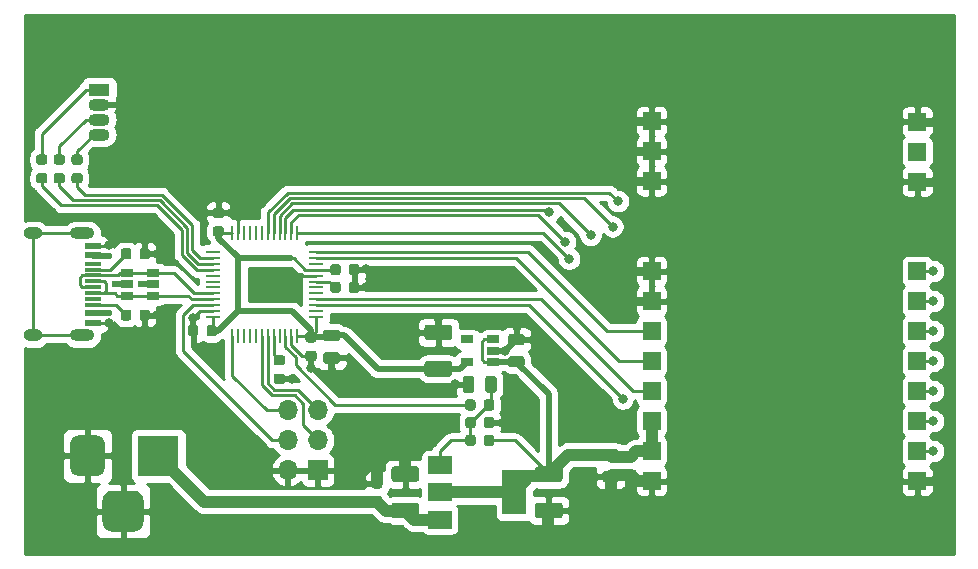
<source format=gbr>
G04 #@! TF.GenerationSoftware,KiCad,Pcbnew,5.1.8-db9833491~87~ubuntu20.04.1*
G04 #@! TF.CreationDate,2020-11-25T01:05:05+01:00*
G04 #@! TF.ProjectId,otto,6f74746f-2e6b-4696-9361-645f70636258,v1.0*
G04 #@! TF.SameCoordinates,Original*
G04 #@! TF.FileFunction,Copper,L1,Top*
G04 #@! TF.FilePolarity,Positive*
%FSLAX46Y46*%
G04 Gerber Fmt 4.6, Leading zero omitted, Abs format (unit mm)*
G04 Created by KiCad (PCBNEW 5.1.8-db9833491~87~ubuntu20.04.1) date 2020-11-25 01:05:05*
%MOMM*%
%LPD*%
G01*
G04 APERTURE LIST*
G04 #@! TA.AperFunction,SMDPad,CuDef*
%ADD10R,1.300000X0.250000*%
G04 #@! TD*
G04 #@! TA.AperFunction,SMDPad,CuDef*
%ADD11R,0.250000X1.300000*%
G04 #@! TD*
G04 #@! TA.AperFunction,ComponentPad*
%ADD12O,1.800000X1.070000*%
G04 #@! TD*
G04 #@! TA.AperFunction,ComponentPad*
%ADD13R,1.800000X1.070000*%
G04 #@! TD*
G04 #@! TA.AperFunction,ComponentPad*
%ADD14R,1.700000X1.700000*%
G04 #@! TD*
G04 #@! TA.AperFunction,ComponentPad*
%ADD15O,1.700000X1.700000*%
G04 #@! TD*
G04 #@! TA.AperFunction,ComponentPad*
%ADD16R,3.500000X3.500000*%
G04 #@! TD*
G04 #@! TA.AperFunction,SMDPad,CuDef*
%ADD17R,2.000000X3.800000*%
G04 #@! TD*
G04 #@! TA.AperFunction,SMDPad,CuDef*
%ADD18R,2.000000X1.500000*%
G04 #@! TD*
G04 #@! TA.AperFunction,ComponentPad*
%ADD19O,1.600000X1.000000*%
G04 #@! TD*
G04 #@! TA.AperFunction,ComponentPad*
%ADD20O,2.100000X1.000000*%
G04 #@! TD*
G04 #@! TA.AperFunction,SMDPad,CuDef*
%ADD21R,1.450000X0.300000*%
G04 #@! TD*
G04 #@! TA.AperFunction,SMDPad,CuDef*
%ADD22R,1.450000X0.600000*%
G04 #@! TD*
G04 #@! TA.AperFunction,SMDPad,CuDef*
%ADD23R,1.060000X0.650000*%
G04 #@! TD*
G04 #@! TA.AperFunction,SMDPad,CuDef*
%ADD24R,1.500000X1.500000*%
G04 #@! TD*
G04 #@! TA.AperFunction,ViaPad*
%ADD25C,0.800000*%
G04 #@! TD*
G04 #@! TA.AperFunction,ViaPad*
%ADD26C,0.600000*%
G04 #@! TD*
G04 #@! TA.AperFunction,Conductor*
%ADD27C,0.500000*%
G04 #@! TD*
G04 #@! TA.AperFunction,Conductor*
%ADD28C,0.250000*%
G04 #@! TD*
G04 #@! TA.AperFunction,Conductor*
%ADD29C,1.000000*%
G04 #@! TD*
G04 #@! TA.AperFunction,Conductor*
%ADD30C,0.750000*%
G04 #@! TD*
G04 #@! TA.AperFunction,Conductor*
%ADD31C,0.254000*%
G04 #@! TD*
G04 #@! TA.AperFunction,Conductor*
%ADD32C,0.100000*%
G04 #@! TD*
G04 APERTURE END LIST*
G04 #@! TA.AperFunction,SMDPad,CuDef*
G36*
G01*
X171740000Y-129175000D02*
X172240000Y-129175000D01*
G75*
G02*
X172465000Y-129400000I0J-225000D01*
G01*
X172465000Y-129850000D01*
G75*
G02*
X172240000Y-130075000I-225000J0D01*
G01*
X171740000Y-130075000D01*
G75*
G02*
X171515000Y-129850000I0J225000D01*
G01*
X171515000Y-129400000D01*
G75*
G02*
X171740000Y-129175000I225000J0D01*
G01*
G37*
G04 #@! TD.AperFunction*
G04 #@! TA.AperFunction,SMDPad,CuDef*
G36*
G01*
X171740000Y-127625000D02*
X172240000Y-127625000D01*
G75*
G02*
X172465000Y-127850000I0J-225000D01*
G01*
X172465000Y-128300000D01*
G75*
G02*
X172240000Y-128525000I-225000J0D01*
G01*
X171740000Y-128525000D01*
G75*
G02*
X171515000Y-128300000I0J225000D01*
G01*
X171515000Y-127850000D01*
G75*
G02*
X171740000Y-127625000I225000J0D01*
G01*
G37*
G04 #@! TD.AperFunction*
G04 #@! TA.AperFunction,SMDPad,CuDef*
G36*
G01*
X160425000Y-123443750D02*
X160425000Y-123956250D01*
G75*
G02*
X160206250Y-124175000I-218750J0D01*
G01*
X159768750Y-124175000D01*
G75*
G02*
X159550000Y-123956250I0J218750D01*
G01*
X159550000Y-123443750D01*
G75*
G02*
X159768750Y-123225000I218750J0D01*
G01*
X160206250Y-123225000D01*
G75*
G02*
X160425000Y-123443750I0J-218750D01*
G01*
G37*
G04 #@! TD.AperFunction*
G04 #@! TA.AperFunction,SMDPad,CuDef*
G36*
G01*
X158850000Y-123443750D02*
X158850000Y-123956250D01*
G75*
G02*
X158631250Y-124175000I-218750J0D01*
G01*
X158193750Y-124175000D01*
G75*
G02*
X157975000Y-123956250I0J218750D01*
G01*
X157975000Y-123443750D01*
G75*
G02*
X158193750Y-123225000I218750J0D01*
G01*
X158631250Y-123225000D01*
G75*
G02*
X158850000Y-123443750I0J-218750D01*
G01*
G37*
G04 #@! TD.AperFunction*
D10*
X145350000Y-116250000D03*
X145350000Y-115750000D03*
X145350000Y-115250000D03*
X145350000Y-114750000D03*
X145350000Y-114250000D03*
X145350000Y-113750000D03*
X145350000Y-113250000D03*
X145350000Y-112750000D03*
X145350000Y-112250000D03*
X145350000Y-111750000D03*
X145350000Y-111250000D03*
X145350000Y-110750000D03*
D11*
X143750000Y-109150000D03*
X143250000Y-109150000D03*
X142750000Y-109150000D03*
X142250000Y-109150000D03*
X141750000Y-109150000D03*
X141250000Y-109150000D03*
X140750000Y-109150000D03*
X140250000Y-109150000D03*
X139750000Y-109150000D03*
X139250000Y-109150000D03*
X138750000Y-109150000D03*
X138250000Y-109150000D03*
D10*
X136650000Y-110750000D03*
X136650000Y-111250000D03*
X136650000Y-111750000D03*
X136650000Y-112250000D03*
X136650000Y-112750000D03*
X136650000Y-113250000D03*
X136650000Y-113750000D03*
X136650000Y-114250000D03*
X136650000Y-114750000D03*
X136650000Y-115250000D03*
X136650000Y-115750000D03*
X136650000Y-116250000D03*
D11*
X138250000Y-117850000D03*
X138750000Y-117850000D03*
X139250000Y-117850000D03*
X139750000Y-117850000D03*
X140250000Y-117850000D03*
X140750000Y-117850000D03*
X141250000Y-117850000D03*
X141750000Y-117850000D03*
X142250000Y-117850000D03*
X142750000Y-117850000D03*
X143250000Y-117850000D03*
X143750000Y-117850000D03*
G04 #@! TA.AperFunction,SMDPad,CuDef*
G36*
G01*
X131275000Y-110643750D02*
X131275000Y-111156250D01*
G75*
G02*
X131056250Y-111375000I-218750J0D01*
G01*
X130618750Y-111375000D01*
G75*
G02*
X130400000Y-111156250I0J218750D01*
G01*
X130400000Y-110643750D01*
G75*
G02*
X130618750Y-110425000I218750J0D01*
G01*
X131056250Y-110425000D01*
G75*
G02*
X131275000Y-110643750I0J-218750D01*
G01*
G37*
G04 #@! TD.AperFunction*
G04 #@! TA.AperFunction,SMDPad,CuDef*
G36*
G01*
X129700000Y-110643750D02*
X129700000Y-111156250D01*
G75*
G02*
X129481250Y-111375000I-218750J0D01*
G01*
X129043750Y-111375000D01*
G75*
G02*
X128825000Y-111156250I0J218750D01*
G01*
X128825000Y-110643750D01*
G75*
G02*
X129043750Y-110425000I218750J0D01*
G01*
X129481250Y-110425000D01*
G75*
G02*
X129700000Y-110643750I0J-218750D01*
G01*
G37*
G04 #@! TD.AperFunction*
G04 #@! TA.AperFunction,SMDPad,CuDef*
G36*
G01*
X135370000Y-117153750D02*
X135370000Y-117666250D01*
G75*
G02*
X135151250Y-117885000I-218750J0D01*
G01*
X134713750Y-117885000D01*
G75*
G02*
X134495000Y-117666250I0J218750D01*
G01*
X134495000Y-117153750D01*
G75*
G02*
X134713750Y-116935000I218750J0D01*
G01*
X135151250Y-116935000D01*
G75*
G02*
X135370000Y-117153750I0J-218750D01*
G01*
G37*
G04 #@! TD.AperFunction*
G04 #@! TA.AperFunction,SMDPad,CuDef*
G36*
G01*
X136945000Y-117153750D02*
X136945000Y-117666250D01*
G75*
G02*
X136726250Y-117885000I-218750J0D01*
G01*
X136288750Y-117885000D01*
G75*
G02*
X136070000Y-117666250I0J218750D01*
G01*
X136070000Y-117153750D01*
G75*
G02*
X136288750Y-116935000I218750J0D01*
G01*
X136726250Y-116935000D01*
G75*
G02*
X136945000Y-117153750I0J-218750D01*
G01*
G37*
G04 #@! TD.AperFunction*
G04 #@! TA.AperFunction,SMDPad,CuDef*
G36*
G01*
X144653750Y-117545000D02*
X145166250Y-117545000D01*
G75*
G02*
X145385000Y-117763750I0J-218750D01*
G01*
X145385000Y-118201250D01*
G75*
G02*
X145166250Y-118420000I-218750J0D01*
G01*
X144653750Y-118420000D01*
G75*
G02*
X144435000Y-118201250I0J218750D01*
G01*
X144435000Y-117763750D01*
G75*
G02*
X144653750Y-117545000I218750J0D01*
G01*
G37*
G04 #@! TD.AperFunction*
G04 #@! TA.AperFunction,SMDPad,CuDef*
G36*
G01*
X144653750Y-119120000D02*
X145166250Y-119120000D01*
G75*
G02*
X145385000Y-119338750I0J-218750D01*
G01*
X145385000Y-119776250D01*
G75*
G02*
X145166250Y-119995000I-218750J0D01*
G01*
X144653750Y-119995000D01*
G75*
G02*
X144435000Y-119776250I0J218750D01*
G01*
X144435000Y-119338750D01*
G75*
G02*
X144653750Y-119120000I218750J0D01*
G01*
G37*
G04 #@! TD.AperFunction*
G04 #@! TA.AperFunction,SMDPad,CuDef*
G36*
G01*
X137336250Y-107870000D02*
X136823750Y-107870000D01*
G75*
G02*
X136605000Y-107651250I0J218750D01*
G01*
X136605000Y-107213750D01*
G75*
G02*
X136823750Y-106995000I218750J0D01*
G01*
X137336250Y-106995000D01*
G75*
G02*
X137555000Y-107213750I0J-218750D01*
G01*
X137555000Y-107651250D01*
G75*
G02*
X137336250Y-107870000I-218750J0D01*
G01*
G37*
G04 #@! TD.AperFunction*
G04 #@! TA.AperFunction,SMDPad,CuDef*
G36*
G01*
X137336250Y-109445000D02*
X136823750Y-109445000D01*
G75*
G02*
X136605000Y-109226250I0J218750D01*
G01*
X136605000Y-108788750D01*
G75*
G02*
X136823750Y-108570000I218750J0D01*
G01*
X137336250Y-108570000D01*
G75*
G02*
X137555000Y-108788750I0J-218750D01*
G01*
X137555000Y-109226250D01*
G75*
G02*
X137336250Y-109445000I-218750J0D01*
G01*
G37*
G04 #@! TD.AperFunction*
G04 #@! TA.AperFunction,SMDPad,CuDef*
G36*
G01*
X146545000Y-112496250D02*
X146545000Y-111983750D01*
G75*
G02*
X146763750Y-111765000I218750J0D01*
G01*
X147201250Y-111765000D01*
G75*
G02*
X147420000Y-111983750I0J-218750D01*
G01*
X147420000Y-112496250D01*
G75*
G02*
X147201250Y-112715000I-218750J0D01*
G01*
X146763750Y-112715000D01*
G75*
G02*
X146545000Y-112496250I0J218750D01*
G01*
G37*
G04 #@! TD.AperFunction*
G04 #@! TA.AperFunction,SMDPad,CuDef*
G36*
G01*
X148120000Y-112496250D02*
X148120000Y-111983750D01*
G75*
G02*
X148338750Y-111765000I218750J0D01*
G01*
X148776250Y-111765000D01*
G75*
G02*
X148995000Y-111983750I0J-218750D01*
G01*
X148995000Y-112496250D01*
G75*
G02*
X148776250Y-112715000I-218750J0D01*
G01*
X148338750Y-112715000D01*
G75*
G02*
X148120000Y-112496250I0J218750D01*
G01*
G37*
G04 #@! TD.AperFunction*
G04 #@! TA.AperFunction,SMDPad,CuDef*
G36*
G01*
X146545000Y-114006250D02*
X146545000Y-113493750D01*
G75*
G02*
X146763750Y-113275000I218750J0D01*
G01*
X147201250Y-113275000D01*
G75*
G02*
X147420000Y-113493750I0J-218750D01*
G01*
X147420000Y-114006250D01*
G75*
G02*
X147201250Y-114225000I-218750J0D01*
G01*
X146763750Y-114225000D01*
G75*
G02*
X146545000Y-114006250I0J218750D01*
G01*
G37*
G04 #@! TD.AperFunction*
G04 #@! TA.AperFunction,SMDPad,CuDef*
G36*
G01*
X148120000Y-114006250D02*
X148120000Y-113493750D01*
G75*
G02*
X148338750Y-113275000I218750J0D01*
G01*
X148776250Y-113275000D01*
G75*
G02*
X148995000Y-113493750I0J-218750D01*
G01*
X148995000Y-114006250D01*
G75*
G02*
X148776250Y-114225000I-218750J0D01*
G01*
X148338750Y-114225000D01*
G75*
G02*
X148120000Y-114006250I0J218750D01*
G01*
G37*
G04 #@! TD.AperFunction*
G04 #@! TA.AperFunction,SMDPad,CuDef*
G36*
G01*
X129700000Y-115843750D02*
X129700000Y-116356250D01*
G75*
G02*
X129481250Y-116575000I-218750J0D01*
G01*
X129043750Y-116575000D01*
G75*
G02*
X128825000Y-116356250I0J218750D01*
G01*
X128825000Y-115843750D01*
G75*
G02*
X129043750Y-115625000I218750J0D01*
G01*
X129481250Y-115625000D01*
G75*
G02*
X129700000Y-115843750I0J-218750D01*
G01*
G37*
G04 #@! TD.AperFunction*
G04 #@! TA.AperFunction,SMDPad,CuDef*
G36*
G01*
X131275000Y-115843750D02*
X131275000Y-116356250D01*
G75*
G02*
X131056250Y-116575000I-218750J0D01*
G01*
X130618750Y-116575000D01*
G75*
G02*
X130400000Y-116356250I0J218750D01*
G01*
X130400000Y-115843750D01*
G75*
G02*
X130618750Y-115625000I218750J0D01*
G01*
X131056250Y-115625000D01*
G75*
G02*
X131275000Y-115843750I0J-218750D01*
G01*
G37*
G04 #@! TD.AperFunction*
G04 #@! TA.AperFunction,SMDPad,CuDef*
G36*
G01*
X141983750Y-119475000D02*
X142496250Y-119475000D01*
G75*
G02*
X142715000Y-119693750I0J-218750D01*
G01*
X142715000Y-120131250D01*
G75*
G02*
X142496250Y-120350000I-218750J0D01*
G01*
X141983750Y-120350000D01*
G75*
G02*
X141765000Y-120131250I0J218750D01*
G01*
X141765000Y-119693750D01*
G75*
G02*
X141983750Y-119475000I218750J0D01*
G01*
G37*
G04 #@! TD.AperFunction*
G04 #@! TA.AperFunction,SMDPad,CuDef*
G36*
G01*
X141983750Y-121050000D02*
X142496250Y-121050000D01*
G75*
G02*
X142715000Y-121268750I0J-218750D01*
G01*
X142715000Y-121706250D01*
G75*
G02*
X142496250Y-121925000I-218750J0D01*
G01*
X141983750Y-121925000D01*
G75*
G02*
X141765000Y-121706250I0J218750D01*
G01*
X141765000Y-121268750D01*
G75*
G02*
X141983750Y-121050000I218750J0D01*
G01*
G37*
G04 #@! TD.AperFunction*
G04 #@! TA.AperFunction,SMDPad,CuDef*
G36*
G01*
X122366250Y-104945000D02*
X121853750Y-104945000D01*
G75*
G02*
X121635000Y-104726250I0J218750D01*
G01*
X121635000Y-104288750D01*
G75*
G02*
X121853750Y-104070000I218750J0D01*
G01*
X122366250Y-104070000D01*
G75*
G02*
X122585000Y-104288750I0J-218750D01*
G01*
X122585000Y-104726250D01*
G75*
G02*
X122366250Y-104945000I-218750J0D01*
G01*
G37*
G04 #@! TD.AperFunction*
G04 #@! TA.AperFunction,SMDPad,CuDef*
G36*
G01*
X122366250Y-103370000D02*
X121853750Y-103370000D01*
G75*
G02*
X121635000Y-103151250I0J218750D01*
G01*
X121635000Y-102713750D01*
G75*
G02*
X121853750Y-102495000I218750J0D01*
G01*
X122366250Y-102495000D01*
G75*
G02*
X122585000Y-102713750I0J-218750D01*
G01*
X122585000Y-103151250D01*
G75*
G02*
X122366250Y-103370000I-218750J0D01*
G01*
G37*
G04 #@! TD.AperFunction*
G04 #@! TA.AperFunction,SMDPad,CuDef*
G36*
G01*
X123866250Y-103370000D02*
X123353750Y-103370000D01*
G75*
G02*
X123135000Y-103151250I0J218750D01*
G01*
X123135000Y-102713750D01*
G75*
G02*
X123353750Y-102495000I218750J0D01*
G01*
X123866250Y-102495000D01*
G75*
G02*
X124085000Y-102713750I0J-218750D01*
G01*
X124085000Y-103151250D01*
G75*
G02*
X123866250Y-103370000I-218750J0D01*
G01*
G37*
G04 #@! TD.AperFunction*
G04 #@! TA.AperFunction,SMDPad,CuDef*
G36*
G01*
X123866250Y-104945000D02*
X123353750Y-104945000D01*
G75*
G02*
X123135000Y-104726250I0J218750D01*
G01*
X123135000Y-104288750D01*
G75*
G02*
X123353750Y-104070000I218750J0D01*
G01*
X123866250Y-104070000D01*
G75*
G02*
X124085000Y-104288750I0J-218750D01*
G01*
X124085000Y-104726250D01*
G75*
G02*
X123866250Y-104945000I-218750J0D01*
G01*
G37*
G04 #@! TD.AperFunction*
G04 #@! TA.AperFunction,SMDPad,CuDef*
G36*
G01*
X125366250Y-104945000D02*
X124853750Y-104945000D01*
G75*
G02*
X124635000Y-104726250I0J218750D01*
G01*
X124635000Y-104288750D01*
G75*
G02*
X124853750Y-104070000I218750J0D01*
G01*
X125366250Y-104070000D01*
G75*
G02*
X125585000Y-104288750I0J-218750D01*
G01*
X125585000Y-104726250D01*
G75*
G02*
X125366250Y-104945000I-218750J0D01*
G01*
G37*
G04 #@! TD.AperFunction*
G04 #@! TA.AperFunction,SMDPad,CuDef*
G36*
G01*
X125366250Y-103370000D02*
X124853750Y-103370000D01*
G75*
G02*
X124635000Y-103151250I0J218750D01*
G01*
X124635000Y-102713750D01*
G75*
G02*
X124853750Y-102495000I218750J0D01*
G01*
X125366250Y-102495000D01*
G75*
G02*
X125585000Y-102713750I0J-218750D01*
G01*
X125585000Y-103151250D01*
G75*
G02*
X125366250Y-103370000I-218750J0D01*
G01*
G37*
G04 #@! TD.AperFunction*
G04 #@! TA.AperFunction,SMDPad,CuDef*
G36*
G01*
X158850000Y-126443750D02*
X158850000Y-126956250D01*
G75*
G02*
X158631250Y-127175000I-218750J0D01*
G01*
X158193750Y-127175000D01*
G75*
G02*
X157975000Y-126956250I0J218750D01*
G01*
X157975000Y-126443750D01*
G75*
G02*
X158193750Y-126225000I218750J0D01*
G01*
X158631250Y-126225000D01*
G75*
G02*
X158850000Y-126443750I0J-218750D01*
G01*
G37*
G04 #@! TD.AperFunction*
G04 #@! TA.AperFunction,SMDPad,CuDef*
G36*
G01*
X160425000Y-126443750D02*
X160425000Y-126956250D01*
G75*
G02*
X160206250Y-127175000I-218750J0D01*
G01*
X159768750Y-127175000D01*
G75*
G02*
X159550000Y-126956250I0J218750D01*
G01*
X159550000Y-126443750D01*
G75*
G02*
X159768750Y-126225000I218750J0D01*
G01*
X160206250Y-126225000D01*
G75*
G02*
X160425000Y-126443750I0J-218750D01*
G01*
G37*
G04 #@! TD.AperFunction*
D12*
X127000000Y-100810000D03*
X127000000Y-99540000D03*
X127000000Y-98270000D03*
D13*
X127000000Y-97000000D03*
G04 #@! TA.AperFunction,SMDPad,CuDef*
G36*
G01*
X157975000Y-125456250D02*
X157975000Y-124943750D01*
G75*
G02*
X158193750Y-124725000I218750J0D01*
G01*
X158631250Y-124725000D01*
G75*
G02*
X158850000Y-124943750I0J-218750D01*
G01*
X158850000Y-125456250D01*
G75*
G02*
X158631250Y-125675000I-218750J0D01*
G01*
X158193750Y-125675000D01*
G75*
G02*
X157975000Y-125456250I0J218750D01*
G01*
G37*
G04 #@! TD.AperFunction*
G04 #@! TA.AperFunction,SMDPad,CuDef*
G36*
G01*
X159550000Y-125456250D02*
X159550000Y-124943750D01*
G75*
G02*
X159768750Y-124725000I218750J0D01*
G01*
X160206250Y-124725000D01*
G75*
G02*
X160425000Y-124943750I0J-218750D01*
G01*
X160425000Y-125456250D01*
G75*
G02*
X160206250Y-125675000I-218750J0D01*
G01*
X159768750Y-125675000D01*
G75*
G02*
X159550000Y-125456250I0J218750D01*
G01*
G37*
G04 #@! TD.AperFunction*
D14*
X145500000Y-129225000D03*
D15*
X142960000Y-129225000D03*
X145500000Y-126685000D03*
X142960000Y-126685000D03*
X145500000Y-124145000D03*
X142960000Y-124145000D03*
G04 #@! TA.AperFunction,SMDPad,CuDef*
G36*
G01*
X156625001Y-121300000D02*
X154774999Y-121300000D01*
G75*
G02*
X154525000Y-121050001I0J249999D01*
G01*
X154525000Y-120224999D01*
G75*
G02*
X154774999Y-119975000I249999J0D01*
G01*
X156625001Y-119975000D01*
G75*
G02*
X156875000Y-120224999I0J-249999D01*
G01*
X156875000Y-121050001D01*
G75*
G02*
X156625001Y-121300000I-249999J0D01*
G01*
G37*
G04 #@! TD.AperFunction*
G04 #@! TA.AperFunction,SMDPad,CuDef*
G36*
G01*
X156625001Y-118225000D02*
X154774999Y-118225000D01*
G75*
G02*
X154525000Y-117975001I0J249999D01*
G01*
X154525000Y-117149999D01*
G75*
G02*
X154774999Y-116900000I249999J0D01*
G01*
X156625001Y-116900000D01*
G75*
G02*
X156875000Y-117149999I0J-249999D01*
G01*
X156875000Y-117975001D01*
G75*
G02*
X156625001Y-118225000I-249999J0D01*
G01*
G37*
G04 #@! TD.AperFunction*
D16*
X132000000Y-128000000D03*
G04 #@! TA.AperFunction,ComponentPad*
G36*
G01*
X124500000Y-129000000D02*
X124500000Y-127000000D01*
G75*
G02*
X125250000Y-126250000I750000J0D01*
G01*
X126750000Y-126250000D01*
G75*
G02*
X127500000Y-127000000I0J-750000D01*
G01*
X127500000Y-129000000D01*
G75*
G02*
X126750000Y-129750000I-750000J0D01*
G01*
X125250000Y-129750000D01*
G75*
G02*
X124500000Y-129000000I0J750000D01*
G01*
G37*
G04 #@! TD.AperFunction*
G04 #@! TA.AperFunction,ComponentPad*
G36*
G01*
X127250000Y-133575000D02*
X127250000Y-131825000D01*
G75*
G02*
X128125000Y-130950000I875000J0D01*
G01*
X129875000Y-130950000D01*
G75*
G02*
X130750000Y-131825000I0J-875000D01*
G01*
X130750000Y-133575000D01*
G75*
G02*
X129875000Y-134450000I-875000J0D01*
G01*
X128125000Y-134450000D01*
G75*
G02*
X127250000Y-133575000I0J875000D01*
G01*
G37*
G04 #@! TD.AperFunction*
D17*
X162120000Y-131100000D03*
D18*
X155820000Y-131100000D03*
X155820000Y-133400000D03*
X155820000Y-128800000D03*
G04 #@! TA.AperFunction,SMDPad,CuDef*
G36*
G01*
X151974999Y-131975000D02*
X153825001Y-131975000D01*
G75*
G02*
X154075000Y-132224999I0J-249999D01*
G01*
X154075000Y-133050001D01*
G75*
G02*
X153825001Y-133300000I-249999J0D01*
G01*
X151974999Y-133300000D01*
G75*
G02*
X151725000Y-133050001I0J249999D01*
G01*
X151725000Y-132224999D01*
G75*
G02*
X151974999Y-131975000I249999J0D01*
G01*
G37*
G04 #@! TD.AperFunction*
G04 #@! TA.AperFunction,SMDPad,CuDef*
G36*
G01*
X151974999Y-128900000D02*
X153825001Y-128900000D01*
G75*
G02*
X154075000Y-129149999I0J-249999D01*
G01*
X154075000Y-129975001D01*
G75*
G02*
X153825001Y-130225000I-249999J0D01*
G01*
X151974999Y-130225000D01*
G75*
G02*
X151725000Y-129975001I0J249999D01*
G01*
X151725000Y-129149999D01*
G75*
G02*
X151974999Y-128900000I249999J0D01*
G01*
G37*
G04 #@! TD.AperFunction*
G04 #@! TA.AperFunction,SMDPad,CuDef*
G36*
G01*
X164124999Y-128900000D02*
X165975001Y-128900000D01*
G75*
G02*
X166225000Y-129149999I0J-249999D01*
G01*
X166225000Y-129975001D01*
G75*
G02*
X165975001Y-130225000I-249999J0D01*
G01*
X164124999Y-130225000D01*
G75*
G02*
X163875000Y-129975001I0J249999D01*
G01*
X163875000Y-129149999D01*
G75*
G02*
X164124999Y-128900000I249999J0D01*
G01*
G37*
G04 #@! TD.AperFunction*
G04 #@! TA.AperFunction,SMDPad,CuDef*
G36*
G01*
X164124999Y-131975000D02*
X165975001Y-131975000D01*
G75*
G02*
X166225000Y-132224999I0J-249999D01*
G01*
X166225000Y-133050001D01*
G75*
G02*
X165975001Y-133300000I-249999J0D01*
G01*
X164124999Y-133300000D01*
G75*
G02*
X163875000Y-133050001I0J249999D01*
G01*
X163875000Y-132224999D01*
G75*
G02*
X164124999Y-131975000I249999J0D01*
G01*
G37*
G04 #@! TD.AperFunction*
G04 #@! TA.AperFunction,SMDPad,CuDef*
G36*
G01*
X169823750Y-127425000D02*
X170736250Y-127425000D01*
G75*
G02*
X170980000Y-127668750I0J-243750D01*
G01*
X170980000Y-128156250D01*
G75*
G02*
X170736250Y-128400000I-243750J0D01*
G01*
X169823750Y-128400000D01*
G75*
G02*
X169580000Y-128156250I0J243750D01*
G01*
X169580000Y-127668750D01*
G75*
G02*
X169823750Y-127425000I243750J0D01*
G01*
G37*
G04 #@! TD.AperFunction*
G04 #@! TA.AperFunction,SMDPad,CuDef*
G36*
G01*
X169823750Y-129300000D02*
X170736250Y-129300000D01*
G75*
G02*
X170980000Y-129543750I0J-243750D01*
G01*
X170980000Y-130031250D01*
G75*
G02*
X170736250Y-130275000I-243750J0D01*
G01*
X169823750Y-130275000D01*
G75*
G02*
X169580000Y-130031250I0J243750D01*
G01*
X169580000Y-129543750D01*
G75*
G02*
X169823750Y-129300000I243750J0D01*
G01*
G37*
G04 #@! TD.AperFunction*
G04 #@! TA.AperFunction,SMDPad,CuDef*
G36*
G01*
X162756250Y-120525000D02*
X161843750Y-120525000D01*
G75*
G02*
X161600000Y-120281250I0J243750D01*
G01*
X161600000Y-119793750D01*
G75*
G02*
X161843750Y-119550000I243750J0D01*
G01*
X162756250Y-119550000D01*
G75*
G02*
X163000000Y-119793750I0J-243750D01*
G01*
X163000000Y-120281250D01*
G75*
G02*
X162756250Y-120525000I-243750J0D01*
G01*
G37*
G04 #@! TD.AperFunction*
G04 #@! TA.AperFunction,SMDPad,CuDef*
G36*
G01*
X162756250Y-118650000D02*
X161843750Y-118650000D01*
G75*
G02*
X161600000Y-118406250I0J243750D01*
G01*
X161600000Y-117918750D01*
G75*
G02*
X161843750Y-117675000I243750J0D01*
G01*
X162756250Y-117675000D01*
G75*
G02*
X163000000Y-117918750I0J-243750D01*
G01*
X163000000Y-118406250D01*
G75*
G02*
X162756250Y-118650000I-243750J0D01*
G01*
G37*
G04 #@! TD.AperFunction*
G04 #@! TA.AperFunction,SMDPad,CuDef*
G36*
G01*
X160650000Y-121485000D02*
X160650000Y-122435000D01*
G75*
G02*
X160400000Y-122685000I-250000J0D01*
G01*
X159900000Y-122685000D01*
G75*
G02*
X159650000Y-122435000I0J250000D01*
G01*
X159650000Y-121485000D01*
G75*
G02*
X159900000Y-121235000I250000J0D01*
G01*
X160400000Y-121235000D01*
G75*
G02*
X160650000Y-121485000I0J-250000D01*
G01*
G37*
G04 #@! TD.AperFunction*
G04 #@! TA.AperFunction,SMDPad,CuDef*
G36*
G01*
X158750000Y-121485000D02*
X158750000Y-122435000D01*
G75*
G02*
X158500000Y-122685000I-250000J0D01*
G01*
X158000000Y-122685000D01*
G75*
G02*
X157750000Y-122435000I0J250000D01*
G01*
X157750000Y-121485000D01*
G75*
G02*
X158000000Y-121235000I250000J0D01*
G01*
X158500000Y-121235000D01*
G75*
G02*
X158750000Y-121485000I0J-250000D01*
G01*
G37*
G04 #@! TD.AperFunction*
D19*
X121370000Y-117810000D03*
X121370000Y-109170000D03*
D20*
X125550000Y-109170000D03*
X125550000Y-117810000D03*
D21*
X126465000Y-113240000D03*
X126465000Y-115240000D03*
X126465000Y-114740000D03*
X126465000Y-114240000D03*
X126465000Y-113740000D03*
X126465000Y-112740000D03*
X126465000Y-112240000D03*
X126465000Y-111740000D03*
D22*
X126465000Y-116740000D03*
X126465000Y-115940000D03*
X126465000Y-111040000D03*
X126465000Y-110240000D03*
X126465000Y-110240000D03*
X126465000Y-111040000D03*
X126465000Y-115940000D03*
X126465000Y-116740000D03*
D23*
X131560000Y-114450000D03*
X131560000Y-113500000D03*
X131560000Y-112550000D03*
X129360000Y-112550000D03*
X129360000Y-114450000D03*
X129360000Y-113500000D03*
D24*
X196250000Y-119980000D03*
X196250000Y-122520000D03*
X196250000Y-125060000D03*
X196250000Y-127600000D03*
X196250000Y-130140000D03*
X173750000Y-130140000D03*
X173750000Y-127600000D03*
X173750000Y-125060000D03*
X173750000Y-122520000D03*
X173750000Y-119980000D03*
X173750000Y-117440000D03*
X173750000Y-114900000D03*
X173750000Y-112360000D03*
X173750000Y-104760000D03*
X173750000Y-102220000D03*
X173750000Y-99680000D03*
X196250000Y-117440000D03*
X196250000Y-114900000D03*
X196250000Y-112360000D03*
X196250000Y-104790000D03*
X196250000Y-102250000D03*
X196250000Y-99710000D03*
D23*
X160350000Y-120050000D03*
X160350000Y-119100000D03*
X160350000Y-118150000D03*
X158150000Y-118150000D03*
X158150000Y-120050000D03*
G04 #@! TA.AperFunction,SMDPad,CuDef*
G36*
G01*
X150740000Y-132325000D02*
X150240000Y-132325000D01*
G75*
G02*
X150015000Y-132100000I0J225000D01*
G01*
X150015000Y-131650000D01*
G75*
G02*
X150240000Y-131425000I225000J0D01*
G01*
X150740000Y-131425000D01*
G75*
G02*
X150965000Y-131650000I0J-225000D01*
G01*
X150965000Y-132100000D01*
G75*
G02*
X150740000Y-132325000I-225000J0D01*
G01*
G37*
G04 #@! TD.AperFunction*
G04 #@! TA.AperFunction,SMDPad,CuDef*
G36*
G01*
X150740000Y-130775000D02*
X150240000Y-130775000D01*
G75*
G02*
X150015000Y-130550000I0J225000D01*
G01*
X150015000Y-130100000D01*
G75*
G02*
X150240000Y-129875000I225000J0D01*
G01*
X150740000Y-129875000D01*
G75*
G02*
X150965000Y-130100000I0J-225000D01*
G01*
X150965000Y-130550000D01*
G75*
G02*
X150740000Y-130775000I-225000J0D01*
G01*
G37*
G04 #@! TD.AperFunction*
G04 #@! TA.AperFunction,SMDPad,CuDef*
G36*
G01*
X146175000Y-117320000D02*
X147125000Y-117320000D01*
G75*
G02*
X147375000Y-117570000I0J-250000D01*
G01*
X147375000Y-118070000D01*
G75*
G02*
X147125000Y-118320000I-250000J0D01*
G01*
X146175000Y-118320000D01*
G75*
G02*
X145925000Y-118070000I0J250000D01*
G01*
X145925000Y-117570000D01*
G75*
G02*
X146175000Y-117320000I250000J0D01*
G01*
G37*
G04 #@! TD.AperFunction*
G04 #@! TA.AperFunction,SMDPad,CuDef*
G36*
G01*
X146175000Y-119220000D02*
X147125000Y-119220000D01*
G75*
G02*
X147375000Y-119470000I0J-250000D01*
G01*
X147375000Y-119970000D01*
G75*
G02*
X147125000Y-120220000I-250000J0D01*
G01*
X146175000Y-120220000D01*
G75*
G02*
X145925000Y-119970000I0J250000D01*
G01*
X145925000Y-119470000D01*
G75*
G02*
X146175000Y-119220000I250000J0D01*
G01*
G37*
G04 #@! TD.AperFunction*
D25*
X171990000Y-130670000D03*
D26*
X130530002Y-113500000D03*
X144050006Y-112750000D03*
D25*
X138160000Y-107439998D03*
X144910000Y-120590000D03*
X134930000Y-116330000D03*
X149600001Y-112230000D03*
X161100000Y-125200000D03*
X155700000Y-116300000D03*
X131880000Y-116100000D03*
X131879998Y-110900000D03*
X170280000Y-130880000D03*
X149590000Y-113750002D03*
X143310000Y-121490000D03*
X165000000Y-133970000D03*
X152899986Y-128290000D03*
X127788313Y-116799927D03*
X127788890Y-110200066D03*
X150490000Y-129270000D03*
X157150000Y-121960000D03*
X161340000Y-119100004D03*
X172400000Y-114900000D03*
X172400000Y-112360000D03*
X172400000Y-104760000D03*
X172400000Y-102220000D03*
X172400000Y-99680000D03*
X197600000Y-99710000D03*
X197600000Y-104790000D03*
X197600000Y-130140000D03*
X146660000Y-120820000D03*
X162339996Y-117070000D03*
D26*
X127800000Y-111100000D03*
X127800000Y-115900000D03*
X128300000Y-113500000D03*
D25*
X197600000Y-114900000D03*
X165060000Y-107340000D03*
X197600000Y-119970000D03*
X168590000Y-109320000D03*
X197600000Y-117440000D03*
X170450000Y-108594990D03*
X197600000Y-122520000D03*
X166410000Y-109890000D03*
X197600024Y-112360024D03*
X170890000Y-106450000D03*
X197600000Y-127600000D03*
X171310000Y-123170000D03*
X197600000Y-125060000D03*
X166764303Y-111320000D03*
D27*
X131600000Y-113500000D02*
X130530002Y-113500000D01*
D28*
X145350000Y-112750000D02*
X144050006Y-112750000D01*
D27*
X138152502Y-107432500D02*
X138160000Y-107439998D01*
X137080000Y-107432500D02*
X138152502Y-107432500D01*
D28*
X138750000Y-108029998D02*
X138160000Y-107439998D01*
X138750000Y-109150000D02*
X138750000Y-108029998D01*
X134930000Y-117407500D02*
X134932500Y-117410000D01*
D27*
X134930000Y-116330000D02*
X134930000Y-117407500D01*
D28*
X135510000Y-115750000D02*
X134930000Y-116330000D01*
X136650000Y-115750000D02*
X135510000Y-115750000D01*
X149590001Y-112240000D02*
X149600001Y-112230000D01*
D27*
X148557500Y-112240000D02*
X149590001Y-112240000D01*
D28*
X161100000Y-125200000D02*
X160057504Y-125200000D01*
X130837500Y-116100000D02*
X131880000Y-116100000D01*
X130837500Y-110900000D02*
X131879998Y-110900000D01*
X149589998Y-113750000D02*
X149590000Y-113750002D01*
X148557500Y-113750000D02*
X149589998Y-113750000D01*
D29*
X165000000Y-132637500D02*
X165000000Y-133970000D01*
X152900000Y-128290014D02*
X152899986Y-128290000D01*
X152900000Y-129562500D02*
X152900000Y-128290014D01*
D28*
X127728386Y-116740000D02*
X127788313Y-116799927D01*
X126465000Y-116740000D02*
X127728386Y-116740000D01*
X127748956Y-110240000D02*
X127788890Y-110200066D01*
X126465000Y-110240000D02*
X127748956Y-110240000D01*
D29*
X172505000Y-130140000D02*
X171990000Y-129625000D01*
X173750000Y-130140000D02*
X172505000Y-130140000D01*
X170442500Y-129625000D02*
X170280000Y-129787500D01*
X171990000Y-129625000D02*
X170442500Y-129625000D01*
X170280000Y-129787500D02*
X170280000Y-130880000D01*
X171990000Y-129625000D02*
X171990000Y-130670000D01*
X150490000Y-130325000D02*
X150490000Y-129270000D01*
D28*
X158250000Y-121960000D02*
X157150000Y-121960000D01*
D27*
X160350000Y-119100000D02*
X161339996Y-119100000D01*
D28*
X161339996Y-119100000D02*
X161340000Y-119100004D01*
D30*
X173750000Y-114900000D02*
X172400000Y-114900000D01*
X173750000Y-112360000D02*
X172400000Y-112360000D01*
X173750000Y-104760000D02*
X172400000Y-104760000D01*
X173750000Y-102220000D02*
X172400000Y-102220000D01*
X173750000Y-99680000D02*
X172400000Y-99680000D01*
X196250000Y-99710000D02*
X197600000Y-99710000D01*
X196250000Y-104790000D02*
X197600000Y-104790000D01*
X196250000Y-130140000D02*
X197600000Y-130140000D01*
D28*
X146650000Y-120810000D02*
X146660000Y-120820000D01*
D27*
X146650000Y-119720000D02*
X146650000Y-120810000D01*
D28*
X142242500Y-121490000D02*
X142240000Y-121487500D01*
X143310000Y-121490000D02*
X142242500Y-121490000D01*
D27*
X144910000Y-119557500D02*
X144910000Y-120590000D01*
D28*
X144907500Y-119560000D02*
X144910000Y-119557500D01*
X144183910Y-119557500D02*
X144910000Y-119557500D01*
X143250000Y-118623590D02*
X144183910Y-119557500D01*
X143250000Y-117850000D02*
X143250000Y-118623590D01*
D27*
X162277504Y-118162500D02*
X161340000Y-119100004D01*
X155700000Y-117562500D02*
X155700000Y-116300000D01*
X162339996Y-118122504D02*
X162300000Y-118162500D01*
X162339996Y-117070000D02*
X162339996Y-118122504D01*
X129400000Y-113500000D02*
X128300000Y-113500000D01*
X126490000Y-115900000D02*
X127800000Y-115900000D01*
X126490000Y-111100000D02*
X127800000Y-111100000D01*
D28*
X137312500Y-109150000D02*
X137137500Y-108975000D01*
X138250000Y-109150000D02*
X137312500Y-109150000D01*
X144687500Y-117850000D02*
X144862500Y-118025000D01*
X143750000Y-117850000D02*
X144687500Y-117850000D01*
X136650000Y-117267500D02*
X136507500Y-117410000D01*
X136650000Y-116250000D02*
X136650000Y-117267500D01*
D27*
X138750000Y-115750000D02*
X143250000Y-115750000D01*
X138750000Y-111250000D02*
X138750000Y-115750000D01*
D28*
X143300000Y-115750000D02*
X143250000Y-115750000D01*
D27*
X144910000Y-117982500D02*
X144910000Y-117360000D01*
X144910000Y-117360000D02*
X143300000Y-115750000D01*
D28*
X138700000Y-115750000D02*
X138750000Y-115750000D01*
D27*
X136507500Y-117410000D02*
X137040000Y-117410000D01*
X137040000Y-117410000D02*
X138700000Y-115750000D01*
D28*
X138750000Y-111215000D02*
X138750000Y-111250000D01*
D27*
X137080000Y-109545000D02*
X138750000Y-111215000D01*
X137080000Y-109007500D02*
X137080000Y-109545000D01*
X138750000Y-111250000D02*
X143250000Y-111250000D01*
D28*
X145350000Y-117542500D02*
X144910000Y-117982500D01*
X145350000Y-116250000D02*
X145350000Y-117542500D01*
X143450000Y-111250000D02*
X143250000Y-111250000D01*
X144450000Y-112250000D02*
X143450000Y-111250000D01*
X145350000Y-112250000D02*
X144450000Y-112250000D01*
X146972500Y-112250000D02*
X146982500Y-112240000D01*
X145350000Y-112250000D02*
X146972500Y-112250000D01*
D27*
X157562500Y-120637500D02*
X158150000Y-120050000D01*
X155700000Y-120637500D02*
X157562500Y-120637500D01*
X146487500Y-117982500D02*
X146650000Y-117820000D01*
X144910000Y-117982500D02*
X146487500Y-117982500D01*
X147730000Y-117820000D02*
X146650000Y-117820000D01*
X150547500Y-120637500D02*
X147730000Y-117820000D01*
X155700000Y-120637500D02*
X150547500Y-120637500D01*
D28*
X122110000Y-102395000D02*
X122110000Y-102932500D01*
X122110000Y-100740000D02*
X122110000Y-102395000D01*
X125850000Y-97000000D02*
X122110000Y-100740000D01*
X127000000Y-97000000D02*
X125850000Y-97000000D01*
X128412500Y-115250000D02*
X129262500Y-116100000D01*
X126490000Y-115250000D02*
X128412500Y-115250000D01*
X128490000Y-114450000D02*
X129360000Y-114450000D01*
X128280000Y-114240000D02*
X128490000Y-114450000D01*
X126465000Y-114240000D02*
X128280000Y-114240000D01*
X127600000Y-114065002D02*
X127425002Y-114240000D01*
X127600000Y-113414998D02*
X127600000Y-114065002D01*
X127425002Y-114240000D02*
X126465000Y-114240000D01*
X127425002Y-113240000D02*
X127600000Y-113414998D01*
X126465000Y-113240000D02*
X127425002Y-113240000D01*
X129360000Y-114450000D02*
X131560000Y-114450000D01*
X131560000Y-114450000D02*
X134500000Y-114450000D01*
X134800000Y-114750000D02*
X136650000Y-114750000D01*
X134500000Y-114450000D02*
X134800000Y-114750000D01*
X126465000Y-112740000D02*
X128580000Y-112740000D01*
X128770000Y-112550000D02*
X129360000Y-112550000D01*
X128580000Y-112740000D02*
X128770000Y-112550000D01*
X125330000Y-112914998D02*
X125504998Y-112740000D01*
X125504998Y-112740000D02*
X126465000Y-112740000D01*
X125330000Y-113580000D02*
X125330000Y-112914998D01*
X125490000Y-113740000D02*
X125330000Y-113580000D01*
X126465000Y-113740000D02*
X125490000Y-113740000D01*
X129360000Y-112550000D02*
X131560000Y-112550000D01*
X135970000Y-114250000D02*
X136650000Y-114250000D01*
X135000000Y-114250000D02*
X135970000Y-114250000D01*
X133300000Y-112550000D02*
X135000000Y-114250000D01*
X131560000Y-112550000D02*
X133300000Y-112550000D01*
X127912500Y-112250000D02*
X129262500Y-110900000D01*
X126490000Y-112250000D02*
X127912500Y-112250000D01*
X122140000Y-105170000D02*
X122140000Y-104537500D01*
X135240000Y-112250000D02*
X133979989Y-110989990D01*
X136650000Y-112250000D02*
X135240000Y-112250000D01*
X133979989Y-110989990D02*
X133979989Y-108876398D01*
X133979989Y-108876398D02*
X131903558Y-106799969D01*
X122140000Y-104537500D02*
X122110000Y-104507500D01*
X131903558Y-106799969D02*
X123769969Y-106799969D01*
X123769969Y-106799969D02*
X122140000Y-105170000D01*
X123610000Y-104969112D02*
X123610000Y-104507500D01*
X135376410Y-111750000D02*
X134430000Y-110803590D01*
X136650000Y-111750000D02*
X135376410Y-111750000D01*
X123610000Y-105160000D02*
X123610000Y-104969112D01*
X134430000Y-110803590D02*
X134430000Y-108689998D01*
X134430000Y-108689998D02*
X132089957Y-106349959D01*
X132089957Y-106349959D02*
X124799959Y-106349959D01*
X124799959Y-106349959D02*
X123610000Y-105160000D01*
X125110000Y-102395000D02*
X125110000Y-102932500D01*
X125110000Y-102240000D02*
X125110000Y-102395000D01*
X127000000Y-100810000D02*
X126540000Y-100810000D01*
X126540000Y-100810000D02*
X125110000Y-102240000D01*
X123610000Y-102395000D02*
X123610000Y-102932500D01*
X123610000Y-101780000D02*
X123610000Y-102395000D01*
X125850000Y-99540000D02*
X123610000Y-101780000D01*
X127000000Y-99540000D02*
X125850000Y-99540000D01*
X125110000Y-105240000D02*
X125110000Y-104507500D01*
X135512820Y-111250000D02*
X134880011Y-110617191D01*
X136650000Y-111250000D02*
X135512820Y-111250000D01*
X134880011Y-110617191D02*
X134880011Y-108503599D01*
X134880011Y-108503599D02*
X132266412Y-105890000D01*
X132266412Y-105890000D02*
X125760000Y-105890000D01*
X125760000Y-105890000D02*
X125110000Y-105240000D01*
X141750000Y-119422500D02*
X142240000Y-119912500D01*
X141750000Y-117850000D02*
X141750000Y-119422500D01*
X146482500Y-113250000D02*
X146982500Y-113750000D01*
X145350000Y-113250000D02*
X146482500Y-113250000D01*
X144650001Y-125835001D02*
X145500000Y-126685000D01*
X144230000Y-123590000D02*
X144230000Y-125415000D01*
X141633600Y-122900011D02*
X143540011Y-122900011D01*
X143540011Y-122900011D02*
X144230000Y-123590000D01*
X140750000Y-122016411D02*
X141633600Y-122900011D01*
X144230000Y-125415000D02*
X144650001Y-125835001D01*
X140750000Y-117850000D02*
X140750000Y-122016411D01*
X141655000Y-126685000D02*
X142960000Y-126685000D01*
X134090000Y-116090000D02*
X134090000Y-119120000D01*
X136650000Y-115250000D02*
X134930000Y-115250000D01*
X134090000Y-119120000D02*
X141655000Y-126685000D01*
X134930000Y-115250000D02*
X134090000Y-116090000D01*
X143795000Y-122440000D02*
X145500000Y-124145000D01*
X141810000Y-122440000D02*
X143795000Y-122440000D01*
X141250000Y-121880000D02*
X141810000Y-122440000D01*
X141250000Y-117850000D02*
X141250000Y-121880000D01*
X141185000Y-124145000D02*
X142960000Y-124145000D01*
X138250000Y-117850000D02*
X138250000Y-121210000D01*
X138250000Y-121210000D02*
X141185000Y-124145000D01*
D29*
X155820000Y-131100000D02*
X162120000Y-131100000D01*
D28*
X155820000Y-131100000D02*
X156400000Y-131100000D01*
D29*
X163160000Y-130060000D02*
X162120000Y-131100000D01*
X163160000Y-129700000D02*
X163160000Y-130060000D01*
X164862500Y-129700000D02*
X163160000Y-129700000D01*
D27*
X164460000Y-129430000D02*
X164592500Y-129562500D01*
D29*
X172465000Y-127600000D02*
X171990000Y-128075000D01*
X173750000Y-127600000D02*
X172465000Y-127600000D01*
X170442500Y-128075000D02*
X170280000Y-127912500D01*
X171990000Y-128075000D02*
X170442500Y-128075000D01*
X166700000Y-127912500D02*
X165050000Y-129562500D01*
X170280000Y-127912500D02*
X166700000Y-127912500D01*
D27*
X165050000Y-122787500D02*
X162300000Y-120037500D01*
X165050000Y-129562500D02*
X165050000Y-122787500D01*
D28*
X162287500Y-120050000D02*
X162300000Y-120037500D01*
D27*
X160350000Y-120050000D02*
X162287500Y-120050000D01*
D28*
X159560000Y-118150000D02*
X160350000Y-118150000D01*
X159370000Y-118340000D02*
X159560000Y-118150000D01*
X159370000Y-119840000D02*
X159370000Y-118340000D01*
X159580000Y-120050000D02*
X159370000Y-119840000D01*
X160350000Y-120050000D02*
X159580000Y-120050000D01*
D29*
X173750000Y-127600000D02*
X173750000Y-125060000D01*
D28*
X162187500Y-126700000D02*
X165050000Y-129562500D01*
X159987500Y-126700000D02*
X162187500Y-126700000D01*
X196250000Y-114900000D02*
X197600000Y-114900000D01*
X142750000Y-107830000D02*
X142750000Y-109150000D01*
X143410000Y-107170000D02*
X142750000Y-107830000D01*
X164890000Y-107170000D02*
X143410000Y-107170000D01*
X165060000Y-107340000D02*
X164890000Y-107170000D01*
X197590000Y-119980000D02*
X197600000Y-119970000D01*
X196250000Y-119980000D02*
X197590000Y-119980000D01*
X165884999Y-106614999D02*
X168590000Y-109320000D01*
X142250000Y-107670000D02*
X143305001Y-106614999D01*
X142250000Y-109150000D02*
X142250000Y-107670000D01*
X143305001Y-106614999D02*
X165884999Y-106614999D01*
X196250000Y-117440000D02*
X197600000Y-117440000D01*
X141750000Y-109150000D02*
X141750000Y-107533589D01*
X141750000Y-107533589D02*
X143118601Y-106164988D01*
X143118601Y-106164988D02*
X168019998Y-106164988D01*
X168019998Y-106164988D02*
X170450000Y-108594990D01*
D29*
X153662500Y-133400000D02*
X155820000Y-133400000D01*
X152900000Y-132637500D02*
X153662500Y-133400000D01*
X151252500Y-132637500D02*
X150490000Y-131875000D01*
X152900000Y-132637500D02*
X151252500Y-132637500D01*
X135875000Y-131875000D02*
X150490000Y-131875000D01*
X132000000Y-128000000D02*
X135875000Y-131875000D01*
D28*
X158412500Y-126700000D02*
X158412500Y-125200000D01*
X160150000Y-123537500D02*
X159987500Y-123700000D01*
X160150000Y-121960000D02*
X160150000Y-123537500D01*
X159912500Y-123700000D02*
X158412500Y-125200000D01*
X159987500Y-123700000D02*
X159912500Y-123700000D01*
X156750000Y-126700000D02*
X156987500Y-126700000D01*
X155820000Y-127630000D02*
X156750000Y-126700000D01*
X156987500Y-126700000D02*
X158412500Y-126700000D01*
X155820000Y-128800000D02*
X155820000Y-127630000D01*
X157975000Y-123700000D02*
X158412500Y-123700000D01*
X146990000Y-123700000D02*
X157975000Y-123700000D01*
X143620000Y-120330000D02*
X146990000Y-123700000D01*
X143620000Y-119630000D02*
X143620000Y-120330000D01*
X142750000Y-118760000D02*
X143620000Y-119630000D01*
X142750000Y-117850000D02*
X142750000Y-118760000D01*
X121370000Y-109170000D02*
X125550000Y-109170000D01*
X121370000Y-109170000D02*
X121370000Y-117810000D01*
X121370000Y-117810000D02*
X125550000Y-117810000D01*
X170000000Y-117440000D02*
X173750000Y-117440000D01*
X163310000Y-110750000D02*
X170000000Y-117440000D01*
X145350000Y-110750000D02*
X163310000Y-110750000D01*
X196250000Y-122520000D02*
X197600000Y-122520000D01*
X143250000Y-108250000D02*
X143879990Y-107620010D01*
X143250000Y-109150000D02*
X143250000Y-108250000D01*
X164140010Y-107620010D02*
X166410000Y-109890000D01*
X143879990Y-107620010D02*
X164140010Y-107620010D01*
X196250000Y-112360000D02*
X197600000Y-112360000D01*
X197600000Y-112360000D02*
X197600024Y-112360024D01*
X141250000Y-109150000D02*
X141250000Y-107397180D01*
X141250000Y-107397180D02*
X142932202Y-105714978D01*
X142932202Y-105714978D02*
X170154979Y-105714979D01*
X170154979Y-105714979D02*
X170890000Y-106450000D01*
X171030000Y-119980000D02*
X173750000Y-119980000D01*
X145350000Y-111250000D02*
X162300000Y-111250000D01*
X162300000Y-111250000D02*
X171030000Y-119980000D01*
X172170000Y-122520000D02*
X173750000Y-122520000D01*
X164400000Y-114750000D02*
X172170000Y-122520000D01*
X145350000Y-114750000D02*
X164400000Y-114750000D01*
X196250000Y-127600000D02*
X197600000Y-127600000D01*
X163390000Y-115250000D02*
X171310000Y-123170000D01*
X145350000Y-115250000D02*
X163390000Y-115250000D01*
X196250000Y-125060000D02*
X197600000Y-125060000D01*
X143750000Y-109150000D02*
X164594303Y-109150000D01*
X164594303Y-109150000D02*
X166764303Y-111320000D01*
D31*
X199315001Y-136315000D02*
X120685000Y-136315000D01*
X120685000Y-134450000D01*
X126611928Y-134450000D01*
X126624188Y-134574482D01*
X126660498Y-134694180D01*
X126719463Y-134804494D01*
X126798815Y-134901185D01*
X126895506Y-134980537D01*
X127005820Y-135039502D01*
X127125518Y-135075812D01*
X127250000Y-135088072D01*
X128714250Y-135085000D01*
X128873000Y-134926250D01*
X128873000Y-132827000D01*
X129127000Y-132827000D01*
X129127000Y-134926250D01*
X129285750Y-135085000D01*
X130750000Y-135088072D01*
X130874482Y-135075812D01*
X130994180Y-135039502D01*
X131104494Y-134980537D01*
X131201185Y-134901185D01*
X131280537Y-134804494D01*
X131339502Y-134694180D01*
X131375812Y-134574482D01*
X131388072Y-134450000D01*
X131385000Y-132985750D01*
X131226250Y-132827000D01*
X129127000Y-132827000D01*
X128873000Y-132827000D01*
X126773750Y-132827000D01*
X126615000Y-132985750D01*
X126611928Y-134450000D01*
X120685000Y-134450000D01*
X120685000Y-129750000D01*
X123861928Y-129750000D01*
X123874188Y-129874482D01*
X123910498Y-129994180D01*
X123969463Y-130104494D01*
X124048815Y-130201185D01*
X124145506Y-130280537D01*
X124255820Y-130339502D01*
X124375518Y-130375812D01*
X124500000Y-130388072D01*
X125714250Y-130385000D01*
X125873000Y-130226250D01*
X125873000Y-128127000D01*
X126127000Y-128127000D01*
X126127000Y-130226250D01*
X126285750Y-130385000D01*
X126956805Y-130386698D01*
X126895506Y-130419463D01*
X126798815Y-130498815D01*
X126719463Y-130595506D01*
X126660498Y-130705820D01*
X126624188Y-130825518D01*
X126611928Y-130950000D01*
X126615000Y-132414250D01*
X126773750Y-132573000D01*
X128873000Y-132573000D01*
X128873000Y-130473750D01*
X128714250Y-130315000D01*
X127793633Y-130313069D01*
X127854494Y-130280537D01*
X127951185Y-130201185D01*
X128030537Y-130104494D01*
X128089502Y-129994180D01*
X128125812Y-129874482D01*
X128138072Y-129750000D01*
X128135000Y-128285750D01*
X127976250Y-128127000D01*
X126127000Y-128127000D01*
X125873000Y-128127000D01*
X124023750Y-128127000D01*
X123865000Y-128285750D01*
X123861928Y-129750000D01*
X120685000Y-129750000D01*
X120685000Y-126250000D01*
X123861928Y-126250000D01*
X123865000Y-127714250D01*
X124023750Y-127873000D01*
X125873000Y-127873000D01*
X125873000Y-125773750D01*
X126127000Y-125773750D01*
X126127000Y-127873000D01*
X127976250Y-127873000D01*
X128135000Y-127714250D01*
X128138072Y-126250000D01*
X128125812Y-126125518D01*
X128089502Y-126005820D01*
X128030537Y-125895506D01*
X127951185Y-125798815D01*
X127854494Y-125719463D01*
X127744180Y-125660498D01*
X127624482Y-125624188D01*
X127500000Y-125611928D01*
X126285750Y-125615000D01*
X126127000Y-125773750D01*
X125873000Y-125773750D01*
X125714250Y-125615000D01*
X124500000Y-125611928D01*
X124375518Y-125624188D01*
X124255820Y-125660498D01*
X124145506Y-125719463D01*
X124048815Y-125798815D01*
X123969463Y-125895506D01*
X123910498Y-126005820D01*
X123874188Y-126125518D01*
X123861928Y-126250000D01*
X120685000Y-126250000D01*
X120685000Y-118879282D01*
X120847501Y-118928577D01*
X121014248Y-118945000D01*
X121725752Y-118945000D01*
X121892499Y-118928577D01*
X122106447Y-118863676D01*
X122303623Y-118758284D01*
X122476449Y-118616449D01*
X122514569Y-118570000D01*
X124155431Y-118570000D01*
X124193551Y-118616449D01*
X124366377Y-118758284D01*
X124563553Y-118863676D01*
X124777501Y-118928577D01*
X124944248Y-118945000D01*
X126155752Y-118945000D01*
X126322499Y-118928577D01*
X126536447Y-118863676D01*
X126733623Y-118758284D01*
X126906449Y-118616449D01*
X127048284Y-118443623D01*
X127153676Y-118246447D01*
X127218577Y-118032499D01*
X127240491Y-117810000D01*
X127227137Y-117674414D01*
X127314482Y-117665812D01*
X127434180Y-117629502D01*
X127544494Y-117570537D01*
X127641185Y-117491185D01*
X127720537Y-117394494D01*
X127779502Y-117284180D01*
X127815812Y-117164482D01*
X127828072Y-117040000D01*
X127825000Y-117025750D01*
X127666252Y-116867002D01*
X127825000Y-116867002D01*
X127825000Y-116835000D01*
X127892089Y-116835000D01*
X128072729Y-116799068D01*
X128242889Y-116728586D01*
X128267217Y-116712331D01*
X128331329Y-116832275D01*
X128437885Y-116962115D01*
X128567725Y-117068671D01*
X128715858Y-117147850D01*
X128876592Y-117196608D01*
X129043750Y-117213072D01*
X129481250Y-117213072D01*
X129648408Y-117196608D01*
X129809142Y-117147850D01*
X129957275Y-117068671D01*
X129978930Y-117050900D01*
X130045506Y-117105537D01*
X130155820Y-117164502D01*
X130275518Y-117200812D01*
X130400000Y-117213072D01*
X130551750Y-117210000D01*
X130710500Y-117051250D01*
X130710500Y-116227000D01*
X130964500Y-116227000D01*
X130964500Y-117051250D01*
X131123250Y-117210000D01*
X131275000Y-117213072D01*
X131399482Y-117200812D01*
X131519180Y-117164502D01*
X131629494Y-117105537D01*
X131726185Y-117026185D01*
X131805537Y-116929494D01*
X131864502Y-116819180D01*
X131900812Y-116699482D01*
X131913072Y-116575000D01*
X131910000Y-116385750D01*
X131751250Y-116227000D01*
X130964500Y-116227000D01*
X130710500Y-116227000D01*
X130690500Y-116227000D01*
X130690500Y-115973000D01*
X130710500Y-115973000D01*
X130710500Y-115953000D01*
X130964500Y-115953000D01*
X130964500Y-115973000D01*
X131751250Y-115973000D01*
X131910000Y-115814250D01*
X131913072Y-115625000D01*
X131900812Y-115500518D01*
X131874286Y-115413072D01*
X132090000Y-115413072D01*
X132214482Y-115400812D01*
X132334180Y-115364502D01*
X132444494Y-115305537D01*
X132541185Y-115226185D01*
X132554468Y-115210000D01*
X133895198Y-115210000D01*
X133579002Y-115526197D01*
X133549999Y-115549999D01*
X133504413Y-115605546D01*
X133455026Y-115665724D01*
X133396893Y-115774482D01*
X133384454Y-115797754D01*
X133340997Y-115941015D01*
X133330000Y-116052668D01*
X133330000Y-116052678D01*
X133326324Y-116090000D01*
X133330000Y-116127323D01*
X133330001Y-119082668D01*
X133326324Y-119120000D01*
X133330001Y-119157333D01*
X133340998Y-119268986D01*
X133353508Y-119310226D01*
X133384454Y-119412246D01*
X133455026Y-119544276D01*
X133521870Y-119625725D01*
X133550000Y-119660001D01*
X133578998Y-119683799D01*
X141091201Y-127196003D01*
X141114999Y-127225001D01*
X141143997Y-127248799D01*
X141230724Y-127319974D01*
X141362753Y-127390546D01*
X141506014Y-127434003D01*
X141655000Y-127448677D01*
X141682471Y-127445971D01*
X141806525Y-127631632D01*
X142013368Y-127838475D01*
X142195534Y-127960195D01*
X142078645Y-128029822D01*
X141862412Y-128224731D01*
X141688359Y-128458080D01*
X141563175Y-128720901D01*
X141518524Y-128868110D01*
X141639845Y-129098000D01*
X142833000Y-129098000D01*
X142833000Y-129078000D01*
X143087000Y-129078000D01*
X143087000Y-129098000D01*
X145373000Y-129098000D01*
X145373000Y-129078000D01*
X145627000Y-129078000D01*
X145627000Y-129098000D01*
X146826250Y-129098000D01*
X146985000Y-128939250D01*
X146988072Y-128375000D01*
X146975812Y-128250518D01*
X146939502Y-128130820D01*
X146880537Y-128020506D01*
X146801185Y-127923815D01*
X146704494Y-127844463D01*
X146594180Y-127785498D01*
X146521620Y-127763487D01*
X146653475Y-127631632D01*
X146815990Y-127388411D01*
X146927932Y-127118158D01*
X146985000Y-126831260D01*
X146985000Y-126538740D01*
X146927932Y-126251842D01*
X146815990Y-125981589D01*
X146653475Y-125738368D01*
X146446632Y-125531525D01*
X146272240Y-125415000D01*
X146446632Y-125298475D01*
X146653475Y-125091632D01*
X146815990Y-124848411D01*
X146927932Y-124578158D01*
X146951459Y-124459881D01*
X146952667Y-124460000D01*
X146952675Y-124460000D01*
X146990000Y-124463676D01*
X147027325Y-124460000D01*
X157487669Y-124460000D01*
X157481329Y-124467725D01*
X157402150Y-124615858D01*
X157353392Y-124776592D01*
X157336928Y-124943750D01*
X157336928Y-125456250D01*
X157353392Y-125623408D01*
X157402150Y-125784142D01*
X157481329Y-125932275D01*
X157487669Y-125940000D01*
X156787333Y-125940000D01*
X156750000Y-125936323D01*
X156712667Y-125940000D01*
X156601014Y-125950997D01*
X156457753Y-125994454D01*
X156325724Y-126065026D01*
X156209999Y-126159999D01*
X156186201Y-126188997D01*
X155308998Y-127066201D01*
X155280000Y-127089999D01*
X155256202Y-127118997D01*
X155256201Y-127118998D01*
X155185026Y-127205724D01*
X155114454Y-127337754D01*
X155091954Y-127411928D01*
X154820000Y-127411928D01*
X154695518Y-127424188D01*
X154575820Y-127460498D01*
X154465506Y-127519463D01*
X154368815Y-127598815D01*
X154289463Y-127695506D01*
X154230498Y-127805820D01*
X154194188Y-127925518D01*
X154181928Y-128050000D01*
X154181928Y-128272459D01*
X154075000Y-128261928D01*
X153185750Y-128265000D01*
X153027000Y-128423750D01*
X153027000Y-129435500D01*
X153047000Y-129435500D01*
X153047000Y-129689500D01*
X153027000Y-129689500D01*
X153027000Y-130701250D01*
X153185750Y-130860000D01*
X154075000Y-130863072D01*
X154181928Y-130852541D01*
X154181928Y-131413656D01*
X154164851Y-131404528D01*
X153998255Y-131353992D01*
X153825001Y-131336928D01*
X151974999Y-131336928D01*
X151801745Y-131353992D01*
X151635149Y-131404528D01*
X151628313Y-131408182D01*
X151534535Y-131314404D01*
X151459300Y-131173649D01*
X151495537Y-131129494D01*
X151554502Y-131019180D01*
X151590812Y-130899482D01*
X151595748Y-130849365D01*
X151600518Y-130850812D01*
X151725000Y-130863072D01*
X152614250Y-130860000D01*
X152773000Y-130701250D01*
X152773000Y-129689500D01*
X152753000Y-129689500D01*
X152753000Y-129435500D01*
X152773000Y-129435500D01*
X152773000Y-128423750D01*
X152614250Y-128265000D01*
X151725000Y-128261928D01*
X151600518Y-128274188D01*
X151480820Y-128310498D01*
X151370506Y-128369463D01*
X151273815Y-128448815D01*
X151194463Y-128545506D01*
X151135498Y-128655820D01*
X151099188Y-128775518D01*
X151086928Y-128900000D01*
X151089776Y-129249277D01*
X151089482Y-129249188D01*
X150965000Y-129236928D01*
X150775750Y-129240000D01*
X150617000Y-129398750D01*
X150617000Y-130198000D01*
X150637000Y-130198000D01*
X150637000Y-130452000D01*
X150617000Y-130452000D01*
X150617000Y-130472000D01*
X150363000Y-130472000D01*
X150363000Y-130452000D01*
X149538750Y-130452000D01*
X149380000Y-130610750D01*
X149377583Y-130740000D01*
X136345133Y-130740000D01*
X135187023Y-129581890D01*
X141518524Y-129581890D01*
X141563175Y-129729099D01*
X141688359Y-129991920D01*
X141862412Y-130225269D01*
X142078645Y-130420178D01*
X142328748Y-130569157D01*
X142603109Y-130666481D01*
X142833000Y-130545814D01*
X142833000Y-129352000D01*
X143087000Y-129352000D01*
X143087000Y-130545814D01*
X143316891Y-130666481D01*
X143591252Y-130569157D01*
X143841355Y-130420178D01*
X144037502Y-130243374D01*
X144060498Y-130319180D01*
X144119463Y-130429494D01*
X144198815Y-130526185D01*
X144295506Y-130605537D01*
X144405820Y-130664502D01*
X144525518Y-130700812D01*
X144650000Y-130713072D01*
X145214250Y-130710000D01*
X145373000Y-130551250D01*
X145373000Y-129352000D01*
X145627000Y-129352000D01*
X145627000Y-130551250D01*
X145785750Y-130710000D01*
X146350000Y-130713072D01*
X146474482Y-130700812D01*
X146594180Y-130664502D01*
X146704494Y-130605537D01*
X146801185Y-130526185D01*
X146880537Y-130429494D01*
X146939502Y-130319180D01*
X146975812Y-130199482D01*
X146988072Y-130075000D01*
X146986984Y-129875000D01*
X149376928Y-129875000D01*
X149380000Y-130039250D01*
X149538750Y-130198000D01*
X150363000Y-130198000D01*
X150363000Y-129398750D01*
X150204250Y-129240000D01*
X150015000Y-129236928D01*
X149890518Y-129249188D01*
X149770820Y-129285498D01*
X149660506Y-129344463D01*
X149563815Y-129423815D01*
X149484463Y-129520506D01*
X149425498Y-129630820D01*
X149389188Y-129750518D01*
X149376928Y-129875000D01*
X146986984Y-129875000D01*
X146985000Y-129510750D01*
X146826250Y-129352000D01*
X145627000Y-129352000D01*
X145373000Y-129352000D01*
X143087000Y-129352000D01*
X142833000Y-129352000D01*
X141639845Y-129352000D01*
X141518524Y-129581890D01*
X135187023Y-129581890D01*
X134388072Y-128782940D01*
X134388072Y-126250000D01*
X134375812Y-126125518D01*
X134339502Y-126005820D01*
X134280537Y-125895506D01*
X134201185Y-125798815D01*
X134104494Y-125719463D01*
X133994180Y-125660498D01*
X133874482Y-125624188D01*
X133750000Y-125611928D01*
X130250000Y-125611928D01*
X130125518Y-125624188D01*
X130005820Y-125660498D01*
X129895506Y-125719463D01*
X129798815Y-125798815D01*
X129719463Y-125895506D01*
X129660498Y-126005820D01*
X129624188Y-126125518D01*
X129611928Y-126250000D01*
X129611928Y-129750000D01*
X129624188Y-129874482D01*
X129660498Y-129994180D01*
X129719463Y-130104494D01*
X129798815Y-130201185D01*
X129895506Y-130280537D01*
X129957345Y-130313591D01*
X129285750Y-130315000D01*
X129127000Y-130473750D01*
X129127000Y-132573000D01*
X131226250Y-132573000D01*
X131385000Y-132414250D01*
X131388072Y-130950000D01*
X131375812Y-130825518D01*
X131339502Y-130705820D01*
X131280537Y-130595506D01*
X131201185Y-130498815D01*
X131104494Y-130419463D01*
X131045767Y-130388072D01*
X132782940Y-130388072D01*
X135033013Y-132638146D01*
X135068551Y-132681449D01*
X135111854Y-132716987D01*
X135111856Y-132716989D01*
X135172036Y-132766377D01*
X135241377Y-132823284D01*
X135438553Y-132928676D01*
X135652501Y-132993577D01*
X135717716Y-133000000D01*
X135875000Y-133015491D01*
X135930752Y-133010000D01*
X150019869Y-133010000D01*
X150410504Y-133400635D01*
X150446051Y-133443949D01*
X150568183Y-133544180D01*
X150618877Y-133585784D01*
X150816053Y-133691176D01*
X151030001Y-133756077D01*
X151252500Y-133777991D01*
X151308252Y-133772500D01*
X151462233Y-133772500D01*
X151481613Y-133788405D01*
X151635149Y-133870472D01*
X151801745Y-133921008D01*
X151974999Y-133938072D01*
X152595441Y-133938072D01*
X152820504Y-134163135D01*
X152856051Y-134206449D01*
X153028877Y-134348284D01*
X153226053Y-134453676D01*
X153440001Y-134518577D01*
X153662500Y-134540491D01*
X153718252Y-134535000D01*
X154314499Y-134535000D01*
X154368815Y-134601185D01*
X154465506Y-134680537D01*
X154575820Y-134739502D01*
X154695518Y-134775812D01*
X154820000Y-134788072D01*
X156820000Y-134788072D01*
X156944482Y-134775812D01*
X157064180Y-134739502D01*
X157174494Y-134680537D01*
X157271185Y-134601185D01*
X157350537Y-134504494D01*
X157409502Y-134394180D01*
X157445812Y-134274482D01*
X157458072Y-134150000D01*
X157458072Y-132650000D01*
X157445812Y-132525518D01*
X157409502Y-132405820D01*
X157350537Y-132295506D01*
X157313191Y-132250000D01*
X157325501Y-132235000D01*
X160481928Y-132235000D01*
X160481928Y-133000000D01*
X160494188Y-133124482D01*
X160530498Y-133244180D01*
X160589463Y-133354494D01*
X160668815Y-133451185D01*
X160765506Y-133530537D01*
X160875820Y-133589502D01*
X160995518Y-133625812D01*
X161120000Y-133638072D01*
X163120000Y-133638072D01*
X163244482Y-133625812D01*
X163317321Y-133603716D01*
X163344463Y-133654494D01*
X163423815Y-133751185D01*
X163520506Y-133830537D01*
X163630820Y-133889502D01*
X163750518Y-133925812D01*
X163875000Y-133938072D01*
X164764250Y-133935000D01*
X164923000Y-133776250D01*
X164923000Y-132764500D01*
X165177000Y-132764500D01*
X165177000Y-133776250D01*
X165335750Y-133935000D01*
X166225000Y-133938072D01*
X166349482Y-133925812D01*
X166469180Y-133889502D01*
X166579494Y-133830537D01*
X166676185Y-133751185D01*
X166755537Y-133654494D01*
X166814502Y-133544180D01*
X166850812Y-133424482D01*
X166863072Y-133300000D01*
X166860000Y-132923250D01*
X166701250Y-132764500D01*
X165177000Y-132764500D01*
X164923000Y-132764500D01*
X164903000Y-132764500D01*
X164903000Y-132510500D01*
X164923000Y-132510500D01*
X164923000Y-131498750D01*
X165177000Y-131498750D01*
X165177000Y-132510500D01*
X166701250Y-132510500D01*
X166860000Y-132351750D01*
X166863072Y-131975000D01*
X166850812Y-131850518D01*
X166814502Y-131730820D01*
X166755537Y-131620506D01*
X166676185Y-131523815D01*
X166579494Y-131444463D01*
X166469180Y-131385498D01*
X166349482Y-131349188D01*
X166225000Y-131336928D01*
X165335750Y-131340000D01*
X165177000Y-131498750D01*
X164923000Y-131498750D01*
X164764250Y-131340000D01*
X163875000Y-131336928D01*
X163758072Y-131348444D01*
X163758072Y-131067060D01*
X163923140Y-130901992D01*
X163966449Y-130866449D01*
X163980870Y-130848877D01*
X164124999Y-130863072D01*
X165975001Y-130863072D01*
X166148255Y-130846008D01*
X166314851Y-130795472D01*
X166468387Y-130713405D01*
X166602962Y-130602962D01*
X166713405Y-130468387D01*
X166795472Y-130314851D01*
X166807560Y-130275000D01*
X168941928Y-130275000D01*
X168954188Y-130399482D01*
X168990498Y-130519180D01*
X169049463Y-130629494D01*
X169128815Y-130726185D01*
X169225506Y-130805537D01*
X169335820Y-130864502D01*
X169455518Y-130900812D01*
X169580000Y-130913072D01*
X169994250Y-130910000D01*
X170153000Y-130751250D01*
X170153000Y-129914500D01*
X169103750Y-129914500D01*
X168945000Y-130073250D01*
X168941928Y-130275000D01*
X166807560Y-130275000D01*
X166846008Y-130148255D01*
X166863072Y-129975001D01*
X166863072Y-129354560D01*
X167170132Y-129047500D01*
X168994945Y-129047500D01*
X168990498Y-129055820D01*
X168954188Y-129175518D01*
X168941928Y-129300000D01*
X168945000Y-129501750D01*
X169103750Y-129660500D01*
X170153000Y-129660500D01*
X170153000Y-129640500D01*
X170407000Y-129640500D01*
X170407000Y-129660500D01*
X170427000Y-129660500D01*
X170427000Y-129914500D01*
X170407000Y-129914500D01*
X170407000Y-130751250D01*
X170565750Y-130910000D01*
X170980000Y-130913072D01*
X171104482Y-130900812D01*
X171224180Y-130864502D01*
X171334494Y-130805537D01*
X171431185Y-130726185D01*
X171447410Y-130706415D01*
X171515000Y-130713072D01*
X171704250Y-130710000D01*
X171863000Y-130551250D01*
X171863000Y-129752000D01*
X171843000Y-129752000D01*
X171843000Y-129498000D01*
X171863000Y-129498000D01*
X171863000Y-129478000D01*
X172117000Y-129478000D01*
X172117000Y-129498000D01*
X172137000Y-129498000D01*
X172137000Y-129752000D01*
X172117000Y-129752000D01*
X172117000Y-130551250D01*
X172275750Y-130710000D01*
X172363110Y-130711418D01*
X172361928Y-130890000D01*
X172374188Y-131014482D01*
X172410498Y-131134180D01*
X172469463Y-131244494D01*
X172548815Y-131341185D01*
X172645506Y-131420537D01*
X172755820Y-131479502D01*
X172875518Y-131515812D01*
X173000000Y-131528072D01*
X173464250Y-131525000D01*
X173623000Y-131366250D01*
X173623000Y-130267000D01*
X173877000Y-130267000D01*
X173877000Y-131366250D01*
X174035750Y-131525000D01*
X174500000Y-131528072D01*
X174624482Y-131515812D01*
X174744180Y-131479502D01*
X174854494Y-131420537D01*
X174951185Y-131341185D01*
X175030537Y-131244494D01*
X175089502Y-131134180D01*
X175125812Y-131014482D01*
X175138072Y-130890000D01*
X194861928Y-130890000D01*
X194874188Y-131014482D01*
X194910498Y-131134180D01*
X194969463Y-131244494D01*
X195048815Y-131341185D01*
X195145506Y-131420537D01*
X195255820Y-131479502D01*
X195375518Y-131515812D01*
X195500000Y-131528072D01*
X195964250Y-131525000D01*
X196123000Y-131366250D01*
X196123000Y-130267000D01*
X196377000Y-130267000D01*
X196377000Y-131366250D01*
X196535750Y-131525000D01*
X197000000Y-131528072D01*
X197124482Y-131515812D01*
X197244180Y-131479502D01*
X197354494Y-131420537D01*
X197451185Y-131341185D01*
X197530537Y-131244494D01*
X197589502Y-131134180D01*
X197625812Y-131014482D01*
X197638072Y-130890000D01*
X197635000Y-130425750D01*
X197476250Y-130267000D01*
X196377000Y-130267000D01*
X196123000Y-130267000D01*
X195023750Y-130267000D01*
X194865000Y-130425750D01*
X194861928Y-130890000D01*
X175138072Y-130890000D01*
X175135000Y-130425750D01*
X174976250Y-130267000D01*
X173877000Y-130267000D01*
X173623000Y-130267000D01*
X173603000Y-130267000D01*
X173603000Y-130013000D01*
X173623000Y-130013000D01*
X173623000Y-129993000D01*
X173877000Y-129993000D01*
X173877000Y-130013000D01*
X174976250Y-130013000D01*
X175135000Y-129854250D01*
X175138072Y-129390000D01*
X175125812Y-129265518D01*
X175089502Y-129145820D01*
X175030537Y-129035506D01*
X174951185Y-128938815D01*
X174867333Y-128870000D01*
X174951185Y-128801185D01*
X175030537Y-128704494D01*
X175089502Y-128594180D01*
X175125812Y-128474482D01*
X175138072Y-128350000D01*
X175138072Y-126850000D01*
X175125812Y-126725518D01*
X175089502Y-126605820D01*
X175030537Y-126495506D01*
X174951185Y-126398815D01*
X174885000Y-126344499D01*
X174885000Y-126315501D01*
X174951185Y-126261185D01*
X175030537Y-126164494D01*
X175089502Y-126054180D01*
X175125812Y-125934482D01*
X175138072Y-125810000D01*
X175138072Y-124310000D01*
X175125812Y-124185518D01*
X175089502Y-124065820D01*
X175030537Y-123955506D01*
X174951185Y-123858815D01*
X174867333Y-123790000D01*
X174951185Y-123721185D01*
X175030537Y-123624494D01*
X175089502Y-123514180D01*
X175125812Y-123394482D01*
X175138072Y-123270000D01*
X175138072Y-121770000D01*
X175125812Y-121645518D01*
X175089502Y-121525820D01*
X175030537Y-121415506D01*
X174951185Y-121318815D01*
X174867333Y-121250000D01*
X174951185Y-121181185D01*
X175030537Y-121084494D01*
X175089502Y-120974180D01*
X175125812Y-120854482D01*
X175138072Y-120730000D01*
X175138072Y-119230000D01*
X175125812Y-119105518D01*
X175089502Y-118985820D01*
X175030537Y-118875506D01*
X174951185Y-118778815D01*
X174867333Y-118710000D01*
X174951185Y-118641185D01*
X175030537Y-118544494D01*
X175089502Y-118434180D01*
X175125812Y-118314482D01*
X175138072Y-118190000D01*
X175138072Y-116690000D01*
X175125812Y-116565518D01*
X175089502Y-116445820D01*
X175030537Y-116335506D01*
X174951185Y-116238815D01*
X174867333Y-116170000D01*
X174951185Y-116101185D01*
X175030537Y-116004494D01*
X175089502Y-115894180D01*
X175125812Y-115774482D01*
X175138072Y-115650000D01*
X175135000Y-115185750D01*
X174976250Y-115027000D01*
X173877000Y-115027000D01*
X173877000Y-115047000D01*
X173623000Y-115047000D01*
X173623000Y-115027000D01*
X172523750Y-115027000D01*
X172365000Y-115185750D01*
X172361928Y-115650000D01*
X172374188Y-115774482D01*
X172410498Y-115894180D01*
X172469463Y-116004494D01*
X172548815Y-116101185D01*
X172632667Y-116170000D01*
X172548815Y-116238815D01*
X172469463Y-116335506D01*
X172410498Y-116445820D01*
X172374188Y-116565518D01*
X172362913Y-116680000D01*
X170314802Y-116680000D01*
X166744802Y-113110000D01*
X172361928Y-113110000D01*
X172374188Y-113234482D01*
X172410498Y-113354180D01*
X172469463Y-113464494D01*
X172548815Y-113561185D01*
X172632667Y-113630000D01*
X172548815Y-113698815D01*
X172469463Y-113795506D01*
X172410498Y-113905820D01*
X172374188Y-114025518D01*
X172361928Y-114150000D01*
X172365000Y-114614250D01*
X172523750Y-114773000D01*
X173623000Y-114773000D01*
X173623000Y-113673750D01*
X173579250Y-113630000D01*
X173623000Y-113586250D01*
X173623000Y-112487000D01*
X173877000Y-112487000D01*
X173877000Y-113586250D01*
X173920750Y-113630000D01*
X173877000Y-113673750D01*
X173877000Y-114773000D01*
X174976250Y-114773000D01*
X175135000Y-114614250D01*
X175138072Y-114150000D01*
X175125812Y-114025518D01*
X175089502Y-113905820D01*
X175030537Y-113795506D01*
X174951185Y-113698815D01*
X174867333Y-113630000D01*
X174951185Y-113561185D01*
X175030537Y-113464494D01*
X175089502Y-113354180D01*
X175125812Y-113234482D01*
X175138072Y-113110000D01*
X175135000Y-112645750D01*
X174976250Y-112487000D01*
X173877000Y-112487000D01*
X173623000Y-112487000D01*
X172523750Y-112487000D01*
X172365000Y-112645750D01*
X172361928Y-113110000D01*
X166744802Y-113110000D01*
X163873804Y-110239003D01*
X163850001Y-110209999D01*
X163734276Y-110115026D01*
X163602247Y-110044454D01*
X163458986Y-110000997D01*
X163347333Y-109990000D01*
X163347322Y-109990000D01*
X163310000Y-109986324D01*
X163272678Y-109990000D01*
X146031192Y-109990000D01*
X146000000Y-109986928D01*
X144700000Y-109986928D01*
X144575518Y-109999188D01*
X144468282Y-110031718D01*
X144500812Y-109924482D01*
X144502238Y-109910000D01*
X164279502Y-109910000D01*
X165729303Y-111359803D01*
X165729303Y-111421939D01*
X165769077Y-111621898D01*
X165847098Y-111810256D01*
X165960366Y-111979774D01*
X166104529Y-112123937D01*
X166274047Y-112237205D01*
X166462405Y-112315226D01*
X166662364Y-112355000D01*
X166866242Y-112355000D01*
X167066201Y-112315226D01*
X167254559Y-112237205D01*
X167424077Y-112123937D01*
X167568240Y-111979774D01*
X167681508Y-111810256D01*
X167759529Y-111621898D01*
X167761895Y-111610000D01*
X172361928Y-111610000D01*
X172365000Y-112074250D01*
X172523750Y-112233000D01*
X173623000Y-112233000D01*
X173623000Y-111133750D01*
X173877000Y-111133750D01*
X173877000Y-112233000D01*
X174976250Y-112233000D01*
X175135000Y-112074250D01*
X175138072Y-111610000D01*
X194861928Y-111610000D01*
X194861928Y-113110000D01*
X194874188Y-113234482D01*
X194910498Y-113354180D01*
X194969463Y-113464494D01*
X195048815Y-113561185D01*
X195132667Y-113630000D01*
X195048815Y-113698815D01*
X194969463Y-113795506D01*
X194910498Y-113905820D01*
X194874188Y-114025518D01*
X194861928Y-114150000D01*
X194861928Y-115650000D01*
X194874188Y-115774482D01*
X194910498Y-115894180D01*
X194969463Y-116004494D01*
X195048815Y-116101185D01*
X195132667Y-116170000D01*
X195048815Y-116238815D01*
X194969463Y-116335506D01*
X194910498Y-116445820D01*
X194874188Y-116565518D01*
X194861928Y-116690000D01*
X194861928Y-118190000D01*
X194874188Y-118314482D01*
X194910498Y-118434180D01*
X194969463Y-118544494D01*
X195048815Y-118641185D01*
X195132667Y-118710000D01*
X195048815Y-118778815D01*
X194969463Y-118875506D01*
X194910498Y-118985820D01*
X194874188Y-119105518D01*
X194861928Y-119230000D01*
X194861928Y-120730000D01*
X194874188Y-120854482D01*
X194910498Y-120974180D01*
X194969463Y-121084494D01*
X195048815Y-121181185D01*
X195132667Y-121250000D01*
X195048815Y-121318815D01*
X194969463Y-121415506D01*
X194910498Y-121525820D01*
X194874188Y-121645518D01*
X194861928Y-121770000D01*
X194861928Y-123270000D01*
X194874188Y-123394482D01*
X194910498Y-123514180D01*
X194969463Y-123624494D01*
X195048815Y-123721185D01*
X195132667Y-123790000D01*
X195048815Y-123858815D01*
X194969463Y-123955506D01*
X194910498Y-124065820D01*
X194874188Y-124185518D01*
X194861928Y-124310000D01*
X194861928Y-125810000D01*
X194874188Y-125934482D01*
X194910498Y-126054180D01*
X194969463Y-126164494D01*
X195048815Y-126261185D01*
X195132667Y-126330000D01*
X195048815Y-126398815D01*
X194969463Y-126495506D01*
X194910498Y-126605820D01*
X194874188Y-126725518D01*
X194861928Y-126850000D01*
X194861928Y-128350000D01*
X194874188Y-128474482D01*
X194910498Y-128594180D01*
X194969463Y-128704494D01*
X195048815Y-128801185D01*
X195132667Y-128870000D01*
X195048815Y-128938815D01*
X194969463Y-129035506D01*
X194910498Y-129145820D01*
X194874188Y-129265518D01*
X194861928Y-129390000D01*
X194865000Y-129854250D01*
X195023750Y-130013000D01*
X196123000Y-130013000D01*
X196123000Y-129993000D01*
X196377000Y-129993000D01*
X196377000Y-130013000D01*
X197476250Y-130013000D01*
X197635000Y-129854250D01*
X197638072Y-129390000D01*
X197625812Y-129265518D01*
X197589502Y-129145820D01*
X197530537Y-129035506D01*
X197451185Y-128938815D01*
X197367333Y-128870000D01*
X197451185Y-128801185D01*
X197530537Y-128704494D01*
X197567683Y-128635000D01*
X197701939Y-128635000D01*
X197901898Y-128595226D01*
X198090256Y-128517205D01*
X198259774Y-128403937D01*
X198403937Y-128259774D01*
X198517205Y-128090256D01*
X198595226Y-127901898D01*
X198635000Y-127701939D01*
X198635000Y-127498061D01*
X198595226Y-127298102D01*
X198517205Y-127109744D01*
X198403937Y-126940226D01*
X198259774Y-126796063D01*
X198090256Y-126682795D01*
X197901898Y-126604774D01*
X197701939Y-126565000D01*
X197567683Y-126565000D01*
X197530537Y-126495506D01*
X197451185Y-126398815D01*
X197367333Y-126330000D01*
X197451185Y-126261185D01*
X197530537Y-126164494D01*
X197567683Y-126095000D01*
X197701939Y-126095000D01*
X197901898Y-126055226D01*
X198090256Y-125977205D01*
X198259774Y-125863937D01*
X198403937Y-125719774D01*
X198517205Y-125550256D01*
X198595226Y-125361898D01*
X198635000Y-125161939D01*
X198635000Y-124958061D01*
X198595226Y-124758102D01*
X198517205Y-124569744D01*
X198403937Y-124400226D01*
X198259774Y-124256063D01*
X198090256Y-124142795D01*
X197901898Y-124064774D01*
X197701939Y-124025000D01*
X197567683Y-124025000D01*
X197530537Y-123955506D01*
X197451185Y-123858815D01*
X197367333Y-123790000D01*
X197451185Y-123721185D01*
X197530537Y-123624494D01*
X197567683Y-123555000D01*
X197701939Y-123555000D01*
X197901898Y-123515226D01*
X198090256Y-123437205D01*
X198259774Y-123323937D01*
X198403937Y-123179774D01*
X198517205Y-123010256D01*
X198595226Y-122821898D01*
X198635000Y-122621939D01*
X198635000Y-122418061D01*
X198595226Y-122218102D01*
X198517205Y-122029744D01*
X198403937Y-121860226D01*
X198259774Y-121716063D01*
X198090256Y-121602795D01*
X197901898Y-121524774D01*
X197701939Y-121485000D01*
X197567683Y-121485000D01*
X197530537Y-121415506D01*
X197451185Y-121318815D01*
X197367333Y-121250000D01*
X197451185Y-121181185D01*
X197530537Y-121084494D01*
X197573028Y-121005000D01*
X197701939Y-121005000D01*
X197901898Y-120965226D01*
X198090256Y-120887205D01*
X198259774Y-120773937D01*
X198403937Y-120629774D01*
X198517205Y-120460256D01*
X198595226Y-120271898D01*
X198635000Y-120071939D01*
X198635000Y-119868061D01*
X198595226Y-119668102D01*
X198517205Y-119479744D01*
X198403937Y-119310226D01*
X198259774Y-119166063D01*
X198090256Y-119052795D01*
X197901898Y-118974774D01*
X197701939Y-118935000D01*
X197562338Y-118935000D01*
X197530537Y-118875506D01*
X197451185Y-118778815D01*
X197367333Y-118710000D01*
X197451185Y-118641185D01*
X197530537Y-118544494D01*
X197567683Y-118475000D01*
X197701939Y-118475000D01*
X197901898Y-118435226D01*
X198090256Y-118357205D01*
X198259774Y-118243937D01*
X198403937Y-118099774D01*
X198517205Y-117930256D01*
X198595226Y-117741898D01*
X198635000Y-117541939D01*
X198635000Y-117338061D01*
X198595226Y-117138102D01*
X198517205Y-116949744D01*
X198403937Y-116780226D01*
X198259774Y-116636063D01*
X198090256Y-116522795D01*
X197901898Y-116444774D01*
X197701939Y-116405000D01*
X197567683Y-116405000D01*
X197530537Y-116335506D01*
X197451185Y-116238815D01*
X197367333Y-116170000D01*
X197451185Y-116101185D01*
X197530537Y-116004494D01*
X197567683Y-115935000D01*
X197701939Y-115935000D01*
X197901898Y-115895226D01*
X198090256Y-115817205D01*
X198259774Y-115703937D01*
X198403937Y-115559774D01*
X198517205Y-115390256D01*
X198595226Y-115201898D01*
X198635000Y-115001939D01*
X198635000Y-114798061D01*
X198595226Y-114598102D01*
X198517205Y-114409744D01*
X198403937Y-114240226D01*
X198259774Y-114096063D01*
X198090256Y-113982795D01*
X197901898Y-113904774D01*
X197701939Y-113865000D01*
X197567683Y-113865000D01*
X197530537Y-113795506D01*
X197451185Y-113698815D01*
X197367333Y-113630000D01*
X197451185Y-113561185D01*
X197530537Y-113464494D01*
X197567670Y-113395024D01*
X197701963Y-113395024D01*
X197901922Y-113355250D01*
X198090280Y-113277229D01*
X198259798Y-113163961D01*
X198403961Y-113019798D01*
X198517229Y-112850280D01*
X198595250Y-112661922D01*
X198635024Y-112461963D01*
X198635024Y-112258085D01*
X198595250Y-112058126D01*
X198517229Y-111869768D01*
X198403961Y-111700250D01*
X198259798Y-111556087D01*
X198090280Y-111442819D01*
X197901922Y-111364798D01*
X197701963Y-111325024D01*
X197567696Y-111325024D01*
X197530537Y-111255506D01*
X197451185Y-111158815D01*
X197354494Y-111079463D01*
X197244180Y-111020498D01*
X197124482Y-110984188D01*
X197000000Y-110971928D01*
X195500000Y-110971928D01*
X195375518Y-110984188D01*
X195255820Y-111020498D01*
X195145506Y-111079463D01*
X195048815Y-111158815D01*
X194969463Y-111255506D01*
X194910498Y-111365820D01*
X194874188Y-111485518D01*
X194861928Y-111610000D01*
X175138072Y-111610000D01*
X175125812Y-111485518D01*
X175089502Y-111365820D01*
X175030537Y-111255506D01*
X174951185Y-111158815D01*
X174854494Y-111079463D01*
X174744180Y-111020498D01*
X174624482Y-110984188D01*
X174500000Y-110971928D01*
X174035750Y-110975000D01*
X173877000Y-111133750D01*
X173623000Y-111133750D01*
X173464250Y-110975000D01*
X173000000Y-110971928D01*
X172875518Y-110984188D01*
X172755820Y-111020498D01*
X172645506Y-111079463D01*
X172548815Y-111158815D01*
X172469463Y-111255506D01*
X172410498Y-111365820D01*
X172374188Y-111485518D01*
X172361928Y-111610000D01*
X167761895Y-111610000D01*
X167799303Y-111421939D01*
X167799303Y-111218061D01*
X167759529Y-111018102D01*
X167681508Y-110829744D01*
X167568240Y-110660226D01*
X167424077Y-110516063D01*
X167294371Y-110429396D01*
X167327205Y-110380256D01*
X167405226Y-110191898D01*
X167445000Y-109991939D01*
X167445000Y-109788061D01*
X167405226Y-109588102D01*
X167327205Y-109399744D01*
X167213937Y-109230226D01*
X167069774Y-109086063D01*
X166900256Y-108972795D01*
X166711898Y-108894774D01*
X166511939Y-108855000D01*
X166449802Y-108855000D01*
X165729256Y-108134455D01*
X165863937Y-107999774D01*
X165977205Y-107830256D01*
X165991337Y-107796138D01*
X167555000Y-109359802D01*
X167555000Y-109421939D01*
X167594774Y-109621898D01*
X167672795Y-109810256D01*
X167786063Y-109979774D01*
X167930226Y-110123937D01*
X168099744Y-110237205D01*
X168288102Y-110315226D01*
X168488061Y-110355000D01*
X168691939Y-110355000D01*
X168891898Y-110315226D01*
X169080256Y-110237205D01*
X169249774Y-110123937D01*
X169393937Y-109979774D01*
X169507205Y-109810256D01*
X169585226Y-109621898D01*
X169625000Y-109421939D01*
X169625000Y-109223241D01*
X169646063Y-109254764D01*
X169790226Y-109398927D01*
X169959744Y-109512195D01*
X170148102Y-109590216D01*
X170348061Y-109629990D01*
X170551939Y-109629990D01*
X170751898Y-109590216D01*
X170940256Y-109512195D01*
X171109774Y-109398927D01*
X171253937Y-109254764D01*
X171367205Y-109085246D01*
X171445226Y-108896888D01*
X171485000Y-108696929D01*
X171485000Y-108493051D01*
X171445226Y-108293092D01*
X171367205Y-108104734D01*
X171253937Y-107935216D01*
X171109774Y-107791053D01*
X170940256Y-107677785D01*
X170751898Y-107599764D01*
X170551939Y-107559990D01*
X170489802Y-107559990D01*
X169404790Y-106474979D01*
X169840178Y-106474979D01*
X169855000Y-106489801D01*
X169855000Y-106551939D01*
X169894774Y-106751898D01*
X169972795Y-106940256D01*
X170086063Y-107109774D01*
X170230226Y-107253937D01*
X170399744Y-107367205D01*
X170588102Y-107445226D01*
X170788061Y-107485000D01*
X170991939Y-107485000D01*
X171191898Y-107445226D01*
X171380256Y-107367205D01*
X171549774Y-107253937D01*
X171693937Y-107109774D01*
X171807205Y-106940256D01*
X171885226Y-106751898D01*
X171925000Y-106551939D01*
X171925000Y-106348061D01*
X171885226Y-106148102D01*
X171807205Y-105959744D01*
X171693937Y-105790226D01*
X171549774Y-105646063D01*
X171380256Y-105532795D01*
X171325225Y-105510000D01*
X172361928Y-105510000D01*
X172374188Y-105634482D01*
X172410498Y-105754180D01*
X172469463Y-105864494D01*
X172548815Y-105961185D01*
X172645506Y-106040537D01*
X172755820Y-106099502D01*
X172875518Y-106135812D01*
X173000000Y-106148072D01*
X173464250Y-106145000D01*
X173623000Y-105986250D01*
X173623000Y-104887000D01*
X173877000Y-104887000D01*
X173877000Y-105986250D01*
X174035750Y-106145000D01*
X174500000Y-106148072D01*
X174624482Y-106135812D01*
X174744180Y-106099502D01*
X174854494Y-106040537D01*
X174951185Y-105961185D01*
X175030537Y-105864494D01*
X175089502Y-105754180D01*
X175125812Y-105634482D01*
X175135117Y-105540000D01*
X194861928Y-105540000D01*
X194874188Y-105664482D01*
X194910498Y-105784180D01*
X194969463Y-105894494D01*
X195048815Y-105991185D01*
X195145506Y-106070537D01*
X195255820Y-106129502D01*
X195375518Y-106165812D01*
X195500000Y-106178072D01*
X195964250Y-106175000D01*
X196123000Y-106016250D01*
X196123000Y-104917000D01*
X196377000Y-104917000D01*
X196377000Y-106016250D01*
X196535750Y-106175000D01*
X197000000Y-106178072D01*
X197124482Y-106165812D01*
X197244180Y-106129502D01*
X197354494Y-106070537D01*
X197451185Y-105991185D01*
X197530537Y-105894494D01*
X197589502Y-105784180D01*
X197625812Y-105664482D01*
X197638072Y-105540000D01*
X197635000Y-105075750D01*
X197476250Y-104917000D01*
X196377000Y-104917000D01*
X196123000Y-104917000D01*
X195023750Y-104917000D01*
X194865000Y-105075750D01*
X194861928Y-105540000D01*
X175135117Y-105540000D01*
X175138072Y-105510000D01*
X175135000Y-105045750D01*
X174976250Y-104887000D01*
X173877000Y-104887000D01*
X173623000Y-104887000D01*
X172523750Y-104887000D01*
X172365000Y-105045750D01*
X172361928Y-105510000D01*
X171325225Y-105510000D01*
X171191898Y-105454774D01*
X170991939Y-105415000D01*
X170929801Y-105415000D01*
X170718778Y-105203977D01*
X170694980Y-105174979D01*
X170635694Y-105126324D01*
X170579255Y-105080005D01*
X170447225Y-105009433D01*
X170347421Y-104979159D01*
X170303965Y-104965977D01*
X170192312Y-104954980D01*
X170154979Y-104951303D01*
X170117647Y-104954980D01*
X142969525Y-104954978D01*
X142932202Y-104951302D01*
X142894879Y-104954978D01*
X142894870Y-104954978D01*
X142783217Y-104965975D01*
X142683412Y-104996250D01*
X142639955Y-105009432D01*
X142507925Y-105080004D01*
X142421199Y-105151179D01*
X142421195Y-105151183D01*
X142392202Y-105174977D01*
X142368408Y-105203970D01*
X140738998Y-106833381D01*
X140710000Y-106857179D01*
X140686202Y-106886177D01*
X140686201Y-106886178D01*
X140615026Y-106972904D01*
X140544454Y-107104934D01*
X140529102Y-107155546D01*
X140501748Y-107245724D01*
X140500998Y-107248195D01*
X140486324Y-107397180D01*
X140490001Y-107434512D01*
X140490001Y-107873254D01*
X140375000Y-107861928D01*
X140125000Y-107861928D01*
X140000518Y-107874188D01*
X140000000Y-107874345D01*
X139999482Y-107874188D01*
X139875000Y-107861928D01*
X139625000Y-107861928D01*
X139500518Y-107874188D01*
X139500000Y-107874345D01*
X139499482Y-107874188D01*
X139375000Y-107861928D01*
X139125000Y-107861928D01*
X139000518Y-107874188D01*
X138997742Y-107875030D01*
X138908750Y-107865000D01*
X138843078Y-107930672D01*
X138770506Y-107969463D01*
X138750000Y-107986292D01*
X138729494Y-107969463D01*
X138656922Y-107930672D01*
X138591250Y-107865000D01*
X138502258Y-107875030D01*
X138499482Y-107874188D01*
X138375000Y-107861928D01*
X138192909Y-107861928D01*
X138190000Y-107718250D01*
X138031250Y-107559500D01*
X137207000Y-107559500D01*
X137207000Y-107579500D01*
X136953000Y-107579500D01*
X136953000Y-107559500D01*
X136128750Y-107559500D01*
X135970000Y-107718250D01*
X135966928Y-107870000D01*
X135979188Y-107994482D01*
X136015498Y-108114180D01*
X136074463Y-108224494D01*
X136129100Y-108291070D01*
X136111329Y-108312725D01*
X136032150Y-108460858D01*
X135983392Y-108621592D01*
X135966928Y-108788750D01*
X135966928Y-109226250D01*
X135983392Y-109393408D01*
X136032150Y-109554142D01*
X136111329Y-109702275D01*
X136217885Y-109832115D01*
X136250357Y-109858764D01*
X136258411Y-109885313D01*
X136312725Y-109986928D01*
X136000000Y-109986928D01*
X135875518Y-109999188D01*
X135755820Y-110035498D01*
X135645506Y-110094463D01*
X135640011Y-110098973D01*
X135640011Y-108540921D01*
X135643687Y-108503598D01*
X135640011Y-108466275D01*
X135640011Y-108466266D01*
X135629014Y-108354613D01*
X135585557Y-108211352D01*
X135563835Y-108170714D01*
X135514985Y-108079322D01*
X135443810Y-107992596D01*
X135420012Y-107963598D01*
X135391014Y-107939800D01*
X134446214Y-106995000D01*
X135966928Y-106995000D01*
X135970000Y-107146750D01*
X136128750Y-107305500D01*
X136953000Y-107305500D01*
X136953000Y-106518750D01*
X137207000Y-106518750D01*
X137207000Y-107305500D01*
X138031250Y-107305500D01*
X138190000Y-107146750D01*
X138193072Y-106995000D01*
X138180812Y-106870518D01*
X138144502Y-106750820D01*
X138085537Y-106640506D01*
X138006185Y-106543815D01*
X137909494Y-106464463D01*
X137799180Y-106405498D01*
X137679482Y-106369188D01*
X137555000Y-106356928D01*
X137365750Y-106360000D01*
X137207000Y-106518750D01*
X136953000Y-106518750D01*
X136794250Y-106360000D01*
X136605000Y-106356928D01*
X136480518Y-106369188D01*
X136360820Y-106405498D01*
X136250506Y-106464463D01*
X136153815Y-106543815D01*
X136074463Y-106640506D01*
X136015498Y-106750820D01*
X135979188Y-106870518D01*
X135966928Y-106995000D01*
X134446214Y-106995000D01*
X132830216Y-105379003D01*
X132806413Y-105349999D01*
X132690688Y-105255026D01*
X132558659Y-105184454D01*
X132415398Y-105140997D01*
X132303745Y-105130000D01*
X132303734Y-105130000D01*
X132266412Y-105126324D01*
X132229090Y-105130000D01*
X126117303Y-105130000D01*
X126157850Y-105054142D01*
X126206608Y-104893408D01*
X126223072Y-104726250D01*
X126223072Y-104288750D01*
X126206608Y-104121592D01*
X126157850Y-103960858D01*
X126078671Y-103812725D01*
X126002574Y-103720000D01*
X126078671Y-103627275D01*
X126157850Y-103479142D01*
X126206608Y-103318408D01*
X126223072Y-103151250D01*
X126223072Y-102970000D01*
X172361928Y-102970000D01*
X172374188Y-103094482D01*
X172410498Y-103214180D01*
X172469463Y-103324494D01*
X172548815Y-103421185D01*
X172632667Y-103490000D01*
X172548815Y-103558815D01*
X172469463Y-103655506D01*
X172410498Y-103765820D01*
X172374188Y-103885518D01*
X172361928Y-104010000D01*
X172365000Y-104474250D01*
X172523750Y-104633000D01*
X173623000Y-104633000D01*
X173623000Y-103533750D01*
X173579250Y-103490000D01*
X173623000Y-103446250D01*
X173623000Y-102347000D01*
X173877000Y-102347000D01*
X173877000Y-103446250D01*
X173920750Y-103490000D01*
X173877000Y-103533750D01*
X173877000Y-104633000D01*
X174976250Y-104633000D01*
X175135000Y-104474250D01*
X175138072Y-104010000D01*
X175125812Y-103885518D01*
X175089502Y-103765820D01*
X175030537Y-103655506D01*
X174951185Y-103558815D01*
X174867333Y-103490000D01*
X174951185Y-103421185D01*
X175030537Y-103324494D01*
X175089502Y-103214180D01*
X175125812Y-103094482D01*
X175138072Y-102970000D01*
X175135000Y-102505750D01*
X174976250Y-102347000D01*
X173877000Y-102347000D01*
X173623000Y-102347000D01*
X172523750Y-102347000D01*
X172365000Y-102505750D01*
X172361928Y-102970000D01*
X126223072Y-102970000D01*
X126223072Y-102713750D01*
X126206608Y-102546592D01*
X126157850Y-102385858D01*
X126116432Y-102308370D01*
X126456702Y-101968100D01*
X126577523Y-101980000D01*
X127422477Y-101980000D01*
X127594360Y-101963071D01*
X127814906Y-101896169D01*
X128018162Y-101787526D01*
X128196318Y-101641318D01*
X128342526Y-101463162D01*
X128451169Y-101259906D01*
X128518071Y-101039360D01*
X128540661Y-100810000D01*
X128518071Y-100580640D01*
X128472375Y-100430000D01*
X172361928Y-100430000D01*
X172374188Y-100554482D01*
X172410498Y-100674180D01*
X172469463Y-100784494D01*
X172548815Y-100881185D01*
X172632667Y-100950000D01*
X172548815Y-101018815D01*
X172469463Y-101115506D01*
X172410498Y-101225820D01*
X172374188Y-101345518D01*
X172361928Y-101470000D01*
X172365000Y-101934250D01*
X172523750Y-102093000D01*
X173623000Y-102093000D01*
X173623000Y-100993750D01*
X173579250Y-100950000D01*
X173623000Y-100906250D01*
X173623000Y-99807000D01*
X173877000Y-99807000D01*
X173877000Y-100906250D01*
X173920750Y-100950000D01*
X173877000Y-100993750D01*
X173877000Y-102093000D01*
X174976250Y-102093000D01*
X175135000Y-101934250D01*
X175138072Y-101470000D01*
X175125812Y-101345518D01*
X175089502Y-101225820D01*
X175030537Y-101115506D01*
X174951185Y-101018815D01*
X174867333Y-100950000D01*
X174951185Y-100881185D01*
X175030537Y-100784494D01*
X175089502Y-100674180D01*
X175125812Y-100554482D01*
X175135117Y-100460000D01*
X194861928Y-100460000D01*
X194874188Y-100584482D01*
X194910498Y-100704180D01*
X194969463Y-100814494D01*
X195048815Y-100911185D01*
X195132667Y-100980000D01*
X195048815Y-101048815D01*
X194969463Y-101145506D01*
X194910498Y-101255820D01*
X194874188Y-101375518D01*
X194861928Y-101500000D01*
X194861928Y-103000000D01*
X194874188Y-103124482D01*
X194910498Y-103244180D01*
X194969463Y-103354494D01*
X195048815Y-103451185D01*
X195132667Y-103520000D01*
X195048815Y-103588815D01*
X194969463Y-103685506D01*
X194910498Y-103795820D01*
X194874188Y-103915518D01*
X194861928Y-104040000D01*
X194865000Y-104504250D01*
X195023750Y-104663000D01*
X196123000Y-104663000D01*
X196123000Y-104643000D01*
X196377000Y-104643000D01*
X196377000Y-104663000D01*
X197476250Y-104663000D01*
X197635000Y-104504250D01*
X197638072Y-104040000D01*
X197625812Y-103915518D01*
X197589502Y-103795820D01*
X197530537Y-103685506D01*
X197451185Y-103588815D01*
X197367333Y-103520000D01*
X197451185Y-103451185D01*
X197530537Y-103354494D01*
X197589502Y-103244180D01*
X197625812Y-103124482D01*
X197638072Y-103000000D01*
X197638072Y-101500000D01*
X197625812Y-101375518D01*
X197589502Y-101255820D01*
X197530537Y-101145506D01*
X197451185Y-101048815D01*
X197367333Y-100980000D01*
X197451185Y-100911185D01*
X197530537Y-100814494D01*
X197589502Y-100704180D01*
X197625812Y-100584482D01*
X197638072Y-100460000D01*
X197635000Y-99995750D01*
X197476250Y-99837000D01*
X196377000Y-99837000D01*
X196377000Y-99857000D01*
X196123000Y-99857000D01*
X196123000Y-99837000D01*
X195023750Y-99837000D01*
X194865000Y-99995750D01*
X194861928Y-100460000D01*
X175135117Y-100460000D01*
X175138072Y-100430000D01*
X175135000Y-99965750D01*
X174976250Y-99807000D01*
X173877000Y-99807000D01*
X173623000Y-99807000D01*
X172523750Y-99807000D01*
X172365000Y-99965750D01*
X172361928Y-100430000D01*
X128472375Y-100430000D01*
X128451169Y-100360094D01*
X128352234Y-100175000D01*
X128451169Y-99989906D01*
X128518071Y-99769360D01*
X128540661Y-99540000D01*
X128518071Y-99310640D01*
X128451169Y-99090094D01*
X128365597Y-98930000D01*
X172361928Y-98930000D01*
X172365000Y-99394250D01*
X172523750Y-99553000D01*
X173623000Y-99553000D01*
X173623000Y-98453750D01*
X173877000Y-98453750D01*
X173877000Y-99553000D01*
X174976250Y-99553000D01*
X175135000Y-99394250D01*
X175137873Y-98960000D01*
X194861928Y-98960000D01*
X194865000Y-99424250D01*
X195023750Y-99583000D01*
X196123000Y-99583000D01*
X196123000Y-98483750D01*
X196377000Y-98483750D01*
X196377000Y-99583000D01*
X197476250Y-99583000D01*
X197635000Y-99424250D01*
X197638072Y-98960000D01*
X197625812Y-98835518D01*
X197589502Y-98715820D01*
X197530537Y-98605506D01*
X197451185Y-98508815D01*
X197354494Y-98429463D01*
X197244180Y-98370498D01*
X197124482Y-98334188D01*
X197000000Y-98321928D01*
X196535750Y-98325000D01*
X196377000Y-98483750D01*
X196123000Y-98483750D01*
X195964250Y-98325000D01*
X195500000Y-98321928D01*
X195375518Y-98334188D01*
X195255820Y-98370498D01*
X195145506Y-98429463D01*
X195048815Y-98508815D01*
X194969463Y-98605506D01*
X194910498Y-98715820D01*
X194874188Y-98835518D01*
X194861928Y-98960000D01*
X175137873Y-98960000D01*
X175138072Y-98930000D01*
X175125812Y-98805518D01*
X175089502Y-98685820D01*
X175030537Y-98575506D01*
X174951185Y-98478815D01*
X174854494Y-98399463D01*
X174744180Y-98340498D01*
X174624482Y-98304188D01*
X174500000Y-98291928D01*
X174035750Y-98295000D01*
X173877000Y-98453750D01*
X173623000Y-98453750D01*
X173464250Y-98295000D01*
X173000000Y-98291928D01*
X172875518Y-98304188D01*
X172755820Y-98340498D01*
X172645506Y-98399463D01*
X172548815Y-98478815D01*
X172469463Y-98575506D01*
X172410498Y-98685820D01*
X172374188Y-98805518D01*
X172361928Y-98930000D01*
X128365597Y-98930000D01*
X128350846Y-98902404D01*
X128408377Y-98814421D01*
X128493900Y-98577383D01*
X128368244Y-98397000D01*
X127627560Y-98397000D01*
X127594360Y-98386929D01*
X127422477Y-98370000D01*
X126853000Y-98370000D01*
X126853000Y-98173072D01*
X127900000Y-98173072D01*
X128024482Y-98160812D01*
X128083200Y-98143000D01*
X128368244Y-98143000D01*
X128493900Y-97962617D01*
X128452615Y-97848190D01*
X128489502Y-97779180D01*
X128525812Y-97659482D01*
X128538072Y-97535000D01*
X128538072Y-96465000D01*
X128525812Y-96340518D01*
X128489502Y-96220820D01*
X128430537Y-96110506D01*
X128351185Y-96013815D01*
X128254494Y-95934463D01*
X128144180Y-95875498D01*
X128024482Y-95839188D01*
X127900000Y-95826928D01*
X126100000Y-95826928D01*
X125975518Y-95839188D01*
X125855820Y-95875498D01*
X125745506Y-95934463D01*
X125648815Y-96013815D01*
X125569463Y-96110506D01*
X125510498Y-96220820D01*
X125474694Y-96338851D01*
X125425724Y-96365026D01*
X125309999Y-96459999D01*
X125286201Y-96488997D01*
X121599003Y-100176196D01*
X121569999Y-100199999D01*
X121514871Y-100267174D01*
X121475026Y-100315724D01*
X121413944Y-100430000D01*
X121404454Y-100447754D01*
X121360997Y-100591015D01*
X121350000Y-100702668D01*
X121350000Y-100702678D01*
X121346324Y-100740000D01*
X121350000Y-100777323D01*
X121350001Y-102024081D01*
X121247885Y-102107885D01*
X121141329Y-102237725D01*
X121062150Y-102385858D01*
X121013392Y-102546592D01*
X120996928Y-102713750D01*
X120996928Y-103151250D01*
X121013392Y-103318408D01*
X121062150Y-103479142D01*
X121141329Y-103627275D01*
X121217426Y-103720000D01*
X121141329Y-103812725D01*
X121062150Y-103960858D01*
X121013392Y-104121592D01*
X120996928Y-104288750D01*
X120996928Y-104726250D01*
X121013392Y-104893408D01*
X121062150Y-105054142D01*
X121141329Y-105202275D01*
X121247885Y-105332115D01*
X121377725Y-105438671D01*
X121439503Y-105471692D01*
X121505026Y-105594276D01*
X121530230Y-105624987D01*
X121599999Y-105710001D01*
X121629003Y-105733804D01*
X123206170Y-107310972D01*
X123229968Y-107339970D01*
X123345693Y-107434943D01*
X123477722Y-107505515D01*
X123620983Y-107548972D01*
X123732636Y-107559969D01*
X123732645Y-107559969D01*
X123769968Y-107563645D01*
X123807291Y-107559969D01*
X131588756Y-107559969D01*
X133219990Y-109191201D01*
X133219989Y-110952667D01*
X133216313Y-110989990D01*
X133219989Y-111027313D01*
X133219989Y-111027322D01*
X133230986Y-111138975D01*
X133274443Y-111282236D01*
X133345015Y-111414265D01*
X133439988Y-111529991D01*
X133468992Y-111553794D01*
X134676201Y-112761003D01*
X134699999Y-112790001D01*
X134815724Y-112884974D01*
X134947753Y-112955546D01*
X135091014Y-112999003D01*
X135202667Y-113010000D01*
X135202677Y-113010000D01*
X135240000Y-113013676D01*
X135277323Y-113010000D01*
X135373254Y-113010000D01*
X135361928Y-113125000D01*
X135361928Y-113375000D01*
X135373254Y-113490000D01*
X135314802Y-113490000D01*
X133863804Y-112039003D01*
X133840001Y-112009999D01*
X133724276Y-111915026D01*
X133592247Y-111844454D01*
X133448986Y-111800997D01*
X133337333Y-111790000D01*
X133337322Y-111790000D01*
X133300000Y-111786324D01*
X133262678Y-111790000D01*
X132554468Y-111790000D01*
X132541185Y-111773815D01*
X132444494Y-111694463D01*
X132334180Y-111635498D01*
X132214482Y-111599188D01*
X132090000Y-111586928D01*
X131874286Y-111586928D01*
X131900812Y-111499482D01*
X131913072Y-111375000D01*
X131910000Y-111185750D01*
X131751250Y-111027000D01*
X130964500Y-111027000D01*
X130964500Y-111047000D01*
X130710500Y-111047000D01*
X130710500Y-111027000D01*
X130690500Y-111027000D01*
X130690500Y-110773000D01*
X130710500Y-110773000D01*
X130710500Y-109948750D01*
X130964500Y-109948750D01*
X130964500Y-110773000D01*
X131751250Y-110773000D01*
X131910000Y-110614250D01*
X131913072Y-110425000D01*
X131900812Y-110300518D01*
X131864502Y-110180820D01*
X131805537Y-110070506D01*
X131726185Y-109973815D01*
X131629494Y-109894463D01*
X131519180Y-109835498D01*
X131399482Y-109799188D01*
X131275000Y-109786928D01*
X131123250Y-109790000D01*
X130964500Y-109948750D01*
X130710500Y-109948750D01*
X130551750Y-109790000D01*
X130400000Y-109786928D01*
X130275518Y-109799188D01*
X130155820Y-109835498D01*
X130045506Y-109894463D01*
X129978930Y-109949100D01*
X129957275Y-109931329D01*
X129809142Y-109852150D01*
X129648408Y-109803392D01*
X129481250Y-109786928D01*
X129043750Y-109786928D01*
X128876592Y-109803392D01*
X128715858Y-109852150D01*
X128567725Y-109931329D01*
X128437885Y-110037885D01*
X128331329Y-110167725D01*
X128267217Y-110287669D01*
X128242889Y-110271414D01*
X128072729Y-110200932D01*
X127892089Y-110165000D01*
X127825000Y-110165000D01*
X127825000Y-110112998D01*
X127666252Y-110112998D01*
X127825000Y-109954250D01*
X127828072Y-109940000D01*
X127815812Y-109815518D01*
X127779502Y-109695820D01*
X127720537Y-109585506D01*
X127641185Y-109488815D01*
X127544494Y-109409463D01*
X127434180Y-109350498D01*
X127314482Y-109314188D01*
X127227137Y-109305586D01*
X127240491Y-109170000D01*
X127218577Y-108947501D01*
X127153676Y-108733553D01*
X127048284Y-108536377D01*
X126906449Y-108363551D01*
X126733623Y-108221716D01*
X126536447Y-108116324D01*
X126322499Y-108051423D01*
X126155752Y-108035000D01*
X124944248Y-108035000D01*
X124777501Y-108051423D01*
X124563553Y-108116324D01*
X124366377Y-108221716D01*
X124193551Y-108363551D01*
X124155431Y-108410000D01*
X122514569Y-108410000D01*
X122476449Y-108363551D01*
X122303623Y-108221716D01*
X122106447Y-108116324D01*
X121892499Y-108051423D01*
X121725752Y-108035000D01*
X121014248Y-108035000D01*
X120847501Y-108051423D01*
X120685000Y-108100718D01*
X120685000Y-90685000D01*
X199315000Y-90685000D01*
X199315001Y-136315000D01*
G04 #@! TA.AperFunction,Conductor*
D32*
G36*
X199315001Y-136315000D02*
G01*
X120685000Y-136315000D01*
X120685000Y-134450000D01*
X126611928Y-134450000D01*
X126624188Y-134574482D01*
X126660498Y-134694180D01*
X126719463Y-134804494D01*
X126798815Y-134901185D01*
X126895506Y-134980537D01*
X127005820Y-135039502D01*
X127125518Y-135075812D01*
X127250000Y-135088072D01*
X128714250Y-135085000D01*
X128873000Y-134926250D01*
X128873000Y-132827000D01*
X129127000Y-132827000D01*
X129127000Y-134926250D01*
X129285750Y-135085000D01*
X130750000Y-135088072D01*
X130874482Y-135075812D01*
X130994180Y-135039502D01*
X131104494Y-134980537D01*
X131201185Y-134901185D01*
X131280537Y-134804494D01*
X131339502Y-134694180D01*
X131375812Y-134574482D01*
X131388072Y-134450000D01*
X131385000Y-132985750D01*
X131226250Y-132827000D01*
X129127000Y-132827000D01*
X128873000Y-132827000D01*
X126773750Y-132827000D01*
X126615000Y-132985750D01*
X126611928Y-134450000D01*
X120685000Y-134450000D01*
X120685000Y-129750000D01*
X123861928Y-129750000D01*
X123874188Y-129874482D01*
X123910498Y-129994180D01*
X123969463Y-130104494D01*
X124048815Y-130201185D01*
X124145506Y-130280537D01*
X124255820Y-130339502D01*
X124375518Y-130375812D01*
X124500000Y-130388072D01*
X125714250Y-130385000D01*
X125873000Y-130226250D01*
X125873000Y-128127000D01*
X126127000Y-128127000D01*
X126127000Y-130226250D01*
X126285750Y-130385000D01*
X126956805Y-130386698D01*
X126895506Y-130419463D01*
X126798815Y-130498815D01*
X126719463Y-130595506D01*
X126660498Y-130705820D01*
X126624188Y-130825518D01*
X126611928Y-130950000D01*
X126615000Y-132414250D01*
X126773750Y-132573000D01*
X128873000Y-132573000D01*
X128873000Y-130473750D01*
X128714250Y-130315000D01*
X127793633Y-130313069D01*
X127854494Y-130280537D01*
X127951185Y-130201185D01*
X128030537Y-130104494D01*
X128089502Y-129994180D01*
X128125812Y-129874482D01*
X128138072Y-129750000D01*
X128135000Y-128285750D01*
X127976250Y-128127000D01*
X126127000Y-128127000D01*
X125873000Y-128127000D01*
X124023750Y-128127000D01*
X123865000Y-128285750D01*
X123861928Y-129750000D01*
X120685000Y-129750000D01*
X120685000Y-126250000D01*
X123861928Y-126250000D01*
X123865000Y-127714250D01*
X124023750Y-127873000D01*
X125873000Y-127873000D01*
X125873000Y-125773750D01*
X126127000Y-125773750D01*
X126127000Y-127873000D01*
X127976250Y-127873000D01*
X128135000Y-127714250D01*
X128138072Y-126250000D01*
X128125812Y-126125518D01*
X128089502Y-126005820D01*
X128030537Y-125895506D01*
X127951185Y-125798815D01*
X127854494Y-125719463D01*
X127744180Y-125660498D01*
X127624482Y-125624188D01*
X127500000Y-125611928D01*
X126285750Y-125615000D01*
X126127000Y-125773750D01*
X125873000Y-125773750D01*
X125714250Y-125615000D01*
X124500000Y-125611928D01*
X124375518Y-125624188D01*
X124255820Y-125660498D01*
X124145506Y-125719463D01*
X124048815Y-125798815D01*
X123969463Y-125895506D01*
X123910498Y-126005820D01*
X123874188Y-126125518D01*
X123861928Y-126250000D01*
X120685000Y-126250000D01*
X120685000Y-118879282D01*
X120847501Y-118928577D01*
X121014248Y-118945000D01*
X121725752Y-118945000D01*
X121892499Y-118928577D01*
X122106447Y-118863676D01*
X122303623Y-118758284D01*
X122476449Y-118616449D01*
X122514569Y-118570000D01*
X124155431Y-118570000D01*
X124193551Y-118616449D01*
X124366377Y-118758284D01*
X124563553Y-118863676D01*
X124777501Y-118928577D01*
X124944248Y-118945000D01*
X126155752Y-118945000D01*
X126322499Y-118928577D01*
X126536447Y-118863676D01*
X126733623Y-118758284D01*
X126906449Y-118616449D01*
X127048284Y-118443623D01*
X127153676Y-118246447D01*
X127218577Y-118032499D01*
X127240491Y-117810000D01*
X127227137Y-117674414D01*
X127314482Y-117665812D01*
X127434180Y-117629502D01*
X127544494Y-117570537D01*
X127641185Y-117491185D01*
X127720537Y-117394494D01*
X127779502Y-117284180D01*
X127815812Y-117164482D01*
X127828072Y-117040000D01*
X127825000Y-117025750D01*
X127666252Y-116867002D01*
X127825000Y-116867002D01*
X127825000Y-116835000D01*
X127892089Y-116835000D01*
X128072729Y-116799068D01*
X128242889Y-116728586D01*
X128267217Y-116712331D01*
X128331329Y-116832275D01*
X128437885Y-116962115D01*
X128567725Y-117068671D01*
X128715858Y-117147850D01*
X128876592Y-117196608D01*
X129043750Y-117213072D01*
X129481250Y-117213072D01*
X129648408Y-117196608D01*
X129809142Y-117147850D01*
X129957275Y-117068671D01*
X129978930Y-117050900D01*
X130045506Y-117105537D01*
X130155820Y-117164502D01*
X130275518Y-117200812D01*
X130400000Y-117213072D01*
X130551750Y-117210000D01*
X130710500Y-117051250D01*
X130710500Y-116227000D01*
X130964500Y-116227000D01*
X130964500Y-117051250D01*
X131123250Y-117210000D01*
X131275000Y-117213072D01*
X131399482Y-117200812D01*
X131519180Y-117164502D01*
X131629494Y-117105537D01*
X131726185Y-117026185D01*
X131805537Y-116929494D01*
X131864502Y-116819180D01*
X131900812Y-116699482D01*
X131913072Y-116575000D01*
X131910000Y-116385750D01*
X131751250Y-116227000D01*
X130964500Y-116227000D01*
X130710500Y-116227000D01*
X130690500Y-116227000D01*
X130690500Y-115973000D01*
X130710500Y-115973000D01*
X130710500Y-115953000D01*
X130964500Y-115953000D01*
X130964500Y-115973000D01*
X131751250Y-115973000D01*
X131910000Y-115814250D01*
X131913072Y-115625000D01*
X131900812Y-115500518D01*
X131874286Y-115413072D01*
X132090000Y-115413072D01*
X132214482Y-115400812D01*
X132334180Y-115364502D01*
X132444494Y-115305537D01*
X132541185Y-115226185D01*
X132554468Y-115210000D01*
X133895198Y-115210000D01*
X133579002Y-115526197D01*
X133549999Y-115549999D01*
X133504413Y-115605546D01*
X133455026Y-115665724D01*
X133396893Y-115774482D01*
X133384454Y-115797754D01*
X133340997Y-115941015D01*
X133330000Y-116052668D01*
X133330000Y-116052678D01*
X133326324Y-116090000D01*
X133330000Y-116127323D01*
X133330001Y-119082668D01*
X133326324Y-119120000D01*
X133330001Y-119157333D01*
X133340998Y-119268986D01*
X133353508Y-119310226D01*
X133384454Y-119412246D01*
X133455026Y-119544276D01*
X133521870Y-119625725D01*
X133550000Y-119660001D01*
X133578998Y-119683799D01*
X141091201Y-127196003D01*
X141114999Y-127225001D01*
X141143997Y-127248799D01*
X141230724Y-127319974D01*
X141362753Y-127390546D01*
X141506014Y-127434003D01*
X141655000Y-127448677D01*
X141682471Y-127445971D01*
X141806525Y-127631632D01*
X142013368Y-127838475D01*
X142195534Y-127960195D01*
X142078645Y-128029822D01*
X141862412Y-128224731D01*
X141688359Y-128458080D01*
X141563175Y-128720901D01*
X141518524Y-128868110D01*
X141639845Y-129098000D01*
X142833000Y-129098000D01*
X142833000Y-129078000D01*
X143087000Y-129078000D01*
X143087000Y-129098000D01*
X145373000Y-129098000D01*
X145373000Y-129078000D01*
X145627000Y-129078000D01*
X145627000Y-129098000D01*
X146826250Y-129098000D01*
X146985000Y-128939250D01*
X146988072Y-128375000D01*
X146975812Y-128250518D01*
X146939502Y-128130820D01*
X146880537Y-128020506D01*
X146801185Y-127923815D01*
X146704494Y-127844463D01*
X146594180Y-127785498D01*
X146521620Y-127763487D01*
X146653475Y-127631632D01*
X146815990Y-127388411D01*
X146927932Y-127118158D01*
X146985000Y-126831260D01*
X146985000Y-126538740D01*
X146927932Y-126251842D01*
X146815990Y-125981589D01*
X146653475Y-125738368D01*
X146446632Y-125531525D01*
X146272240Y-125415000D01*
X146446632Y-125298475D01*
X146653475Y-125091632D01*
X146815990Y-124848411D01*
X146927932Y-124578158D01*
X146951459Y-124459881D01*
X146952667Y-124460000D01*
X146952675Y-124460000D01*
X146990000Y-124463676D01*
X147027325Y-124460000D01*
X157487669Y-124460000D01*
X157481329Y-124467725D01*
X157402150Y-124615858D01*
X157353392Y-124776592D01*
X157336928Y-124943750D01*
X157336928Y-125456250D01*
X157353392Y-125623408D01*
X157402150Y-125784142D01*
X157481329Y-125932275D01*
X157487669Y-125940000D01*
X156787333Y-125940000D01*
X156750000Y-125936323D01*
X156712667Y-125940000D01*
X156601014Y-125950997D01*
X156457753Y-125994454D01*
X156325724Y-126065026D01*
X156209999Y-126159999D01*
X156186201Y-126188997D01*
X155308998Y-127066201D01*
X155280000Y-127089999D01*
X155256202Y-127118997D01*
X155256201Y-127118998D01*
X155185026Y-127205724D01*
X155114454Y-127337754D01*
X155091954Y-127411928D01*
X154820000Y-127411928D01*
X154695518Y-127424188D01*
X154575820Y-127460498D01*
X154465506Y-127519463D01*
X154368815Y-127598815D01*
X154289463Y-127695506D01*
X154230498Y-127805820D01*
X154194188Y-127925518D01*
X154181928Y-128050000D01*
X154181928Y-128272459D01*
X154075000Y-128261928D01*
X153185750Y-128265000D01*
X153027000Y-128423750D01*
X153027000Y-129435500D01*
X153047000Y-129435500D01*
X153047000Y-129689500D01*
X153027000Y-129689500D01*
X153027000Y-130701250D01*
X153185750Y-130860000D01*
X154075000Y-130863072D01*
X154181928Y-130852541D01*
X154181928Y-131413656D01*
X154164851Y-131404528D01*
X153998255Y-131353992D01*
X153825001Y-131336928D01*
X151974999Y-131336928D01*
X151801745Y-131353992D01*
X151635149Y-131404528D01*
X151628313Y-131408182D01*
X151534535Y-131314404D01*
X151459300Y-131173649D01*
X151495537Y-131129494D01*
X151554502Y-131019180D01*
X151590812Y-130899482D01*
X151595748Y-130849365D01*
X151600518Y-130850812D01*
X151725000Y-130863072D01*
X152614250Y-130860000D01*
X152773000Y-130701250D01*
X152773000Y-129689500D01*
X152753000Y-129689500D01*
X152753000Y-129435500D01*
X152773000Y-129435500D01*
X152773000Y-128423750D01*
X152614250Y-128265000D01*
X151725000Y-128261928D01*
X151600518Y-128274188D01*
X151480820Y-128310498D01*
X151370506Y-128369463D01*
X151273815Y-128448815D01*
X151194463Y-128545506D01*
X151135498Y-128655820D01*
X151099188Y-128775518D01*
X151086928Y-128900000D01*
X151089776Y-129249277D01*
X151089482Y-129249188D01*
X150965000Y-129236928D01*
X150775750Y-129240000D01*
X150617000Y-129398750D01*
X150617000Y-130198000D01*
X150637000Y-130198000D01*
X150637000Y-130452000D01*
X150617000Y-130452000D01*
X150617000Y-130472000D01*
X150363000Y-130472000D01*
X150363000Y-130452000D01*
X149538750Y-130452000D01*
X149380000Y-130610750D01*
X149377583Y-130740000D01*
X136345133Y-130740000D01*
X135187023Y-129581890D01*
X141518524Y-129581890D01*
X141563175Y-129729099D01*
X141688359Y-129991920D01*
X141862412Y-130225269D01*
X142078645Y-130420178D01*
X142328748Y-130569157D01*
X142603109Y-130666481D01*
X142833000Y-130545814D01*
X142833000Y-129352000D01*
X143087000Y-129352000D01*
X143087000Y-130545814D01*
X143316891Y-130666481D01*
X143591252Y-130569157D01*
X143841355Y-130420178D01*
X144037502Y-130243374D01*
X144060498Y-130319180D01*
X144119463Y-130429494D01*
X144198815Y-130526185D01*
X144295506Y-130605537D01*
X144405820Y-130664502D01*
X144525518Y-130700812D01*
X144650000Y-130713072D01*
X145214250Y-130710000D01*
X145373000Y-130551250D01*
X145373000Y-129352000D01*
X145627000Y-129352000D01*
X145627000Y-130551250D01*
X145785750Y-130710000D01*
X146350000Y-130713072D01*
X146474482Y-130700812D01*
X146594180Y-130664502D01*
X146704494Y-130605537D01*
X146801185Y-130526185D01*
X146880537Y-130429494D01*
X146939502Y-130319180D01*
X146975812Y-130199482D01*
X146988072Y-130075000D01*
X146986984Y-129875000D01*
X149376928Y-129875000D01*
X149380000Y-130039250D01*
X149538750Y-130198000D01*
X150363000Y-130198000D01*
X150363000Y-129398750D01*
X150204250Y-129240000D01*
X150015000Y-129236928D01*
X149890518Y-129249188D01*
X149770820Y-129285498D01*
X149660506Y-129344463D01*
X149563815Y-129423815D01*
X149484463Y-129520506D01*
X149425498Y-129630820D01*
X149389188Y-129750518D01*
X149376928Y-129875000D01*
X146986984Y-129875000D01*
X146985000Y-129510750D01*
X146826250Y-129352000D01*
X145627000Y-129352000D01*
X145373000Y-129352000D01*
X143087000Y-129352000D01*
X142833000Y-129352000D01*
X141639845Y-129352000D01*
X141518524Y-129581890D01*
X135187023Y-129581890D01*
X134388072Y-128782940D01*
X134388072Y-126250000D01*
X134375812Y-126125518D01*
X134339502Y-126005820D01*
X134280537Y-125895506D01*
X134201185Y-125798815D01*
X134104494Y-125719463D01*
X133994180Y-125660498D01*
X133874482Y-125624188D01*
X133750000Y-125611928D01*
X130250000Y-125611928D01*
X130125518Y-125624188D01*
X130005820Y-125660498D01*
X129895506Y-125719463D01*
X129798815Y-125798815D01*
X129719463Y-125895506D01*
X129660498Y-126005820D01*
X129624188Y-126125518D01*
X129611928Y-126250000D01*
X129611928Y-129750000D01*
X129624188Y-129874482D01*
X129660498Y-129994180D01*
X129719463Y-130104494D01*
X129798815Y-130201185D01*
X129895506Y-130280537D01*
X129957345Y-130313591D01*
X129285750Y-130315000D01*
X129127000Y-130473750D01*
X129127000Y-132573000D01*
X131226250Y-132573000D01*
X131385000Y-132414250D01*
X131388072Y-130950000D01*
X131375812Y-130825518D01*
X131339502Y-130705820D01*
X131280537Y-130595506D01*
X131201185Y-130498815D01*
X131104494Y-130419463D01*
X131045767Y-130388072D01*
X132782940Y-130388072D01*
X135033013Y-132638146D01*
X135068551Y-132681449D01*
X135111854Y-132716987D01*
X135111856Y-132716989D01*
X135172036Y-132766377D01*
X135241377Y-132823284D01*
X135438553Y-132928676D01*
X135652501Y-132993577D01*
X135717716Y-133000000D01*
X135875000Y-133015491D01*
X135930752Y-133010000D01*
X150019869Y-133010000D01*
X150410504Y-133400635D01*
X150446051Y-133443949D01*
X150568183Y-133544180D01*
X150618877Y-133585784D01*
X150816053Y-133691176D01*
X151030001Y-133756077D01*
X151252500Y-133777991D01*
X151308252Y-133772500D01*
X151462233Y-133772500D01*
X151481613Y-133788405D01*
X151635149Y-133870472D01*
X151801745Y-133921008D01*
X151974999Y-133938072D01*
X152595441Y-133938072D01*
X152820504Y-134163135D01*
X152856051Y-134206449D01*
X153028877Y-134348284D01*
X153226053Y-134453676D01*
X153440001Y-134518577D01*
X153662500Y-134540491D01*
X153718252Y-134535000D01*
X154314499Y-134535000D01*
X154368815Y-134601185D01*
X154465506Y-134680537D01*
X154575820Y-134739502D01*
X154695518Y-134775812D01*
X154820000Y-134788072D01*
X156820000Y-134788072D01*
X156944482Y-134775812D01*
X157064180Y-134739502D01*
X157174494Y-134680537D01*
X157271185Y-134601185D01*
X157350537Y-134504494D01*
X157409502Y-134394180D01*
X157445812Y-134274482D01*
X157458072Y-134150000D01*
X157458072Y-132650000D01*
X157445812Y-132525518D01*
X157409502Y-132405820D01*
X157350537Y-132295506D01*
X157313191Y-132250000D01*
X157325501Y-132235000D01*
X160481928Y-132235000D01*
X160481928Y-133000000D01*
X160494188Y-133124482D01*
X160530498Y-133244180D01*
X160589463Y-133354494D01*
X160668815Y-133451185D01*
X160765506Y-133530537D01*
X160875820Y-133589502D01*
X160995518Y-133625812D01*
X161120000Y-133638072D01*
X163120000Y-133638072D01*
X163244482Y-133625812D01*
X163317321Y-133603716D01*
X163344463Y-133654494D01*
X163423815Y-133751185D01*
X163520506Y-133830537D01*
X163630820Y-133889502D01*
X163750518Y-133925812D01*
X163875000Y-133938072D01*
X164764250Y-133935000D01*
X164923000Y-133776250D01*
X164923000Y-132764500D01*
X165177000Y-132764500D01*
X165177000Y-133776250D01*
X165335750Y-133935000D01*
X166225000Y-133938072D01*
X166349482Y-133925812D01*
X166469180Y-133889502D01*
X166579494Y-133830537D01*
X166676185Y-133751185D01*
X166755537Y-133654494D01*
X166814502Y-133544180D01*
X166850812Y-133424482D01*
X166863072Y-133300000D01*
X166860000Y-132923250D01*
X166701250Y-132764500D01*
X165177000Y-132764500D01*
X164923000Y-132764500D01*
X164903000Y-132764500D01*
X164903000Y-132510500D01*
X164923000Y-132510500D01*
X164923000Y-131498750D01*
X165177000Y-131498750D01*
X165177000Y-132510500D01*
X166701250Y-132510500D01*
X166860000Y-132351750D01*
X166863072Y-131975000D01*
X166850812Y-131850518D01*
X166814502Y-131730820D01*
X166755537Y-131620506D01*
X166676185Y-131523815D01*
X166579494Y-131444463D01*
X166469180Y-131385498D01*
X166349482Y-131349188D01*
X166225000Y-131336928D01*
X165335750Y-131340000D01*
X165177000Y-131498750D01*
X164923000Y-131498750D01*
X164764250Y-131340000D01*
X163875000Y-131336928D01*
X163758072Y-131348444D01*
X163758072Y-131067060D01*
X163923140Y-130901992D01*
X163966449Y-130866449D01*
X163980870Y-130848877D01*
X164124999Y-130863072D01*
X165975001Y-130863072D01*
X166148255Y-130846008D01*
X166314851Y-130795472D01*
X166468387Y-130713405D01*
X166602962Y-130602962D01*
X166713405Y-130468387D01*
X166795472Y-130314851D01*
X166807560Y-130275000D01*
X168941928Y-130275000D01*
X168954188Y-130399482D01*
X168990498Y-130519180D01*
X169049463Y-130629494D01*
X169128815Y-130726185D01*
X169225506Y-130805537D01*
X169335820Y-130864502D01*
X169455518Y-130900812D01*
X169580000Y-130913072D01*
X169994250Y-130910000D01*
X170153000Y-130751250D01*
X170153000Y-129914500D01*
X169103750Y-129914500D01*
X168945000Y-130073250D01*
X168941928Y-130275000D01*
X166807560Y-130275000D01*
X166846008Y-130148255D01*
X166863072Y-129975001D01*
X166863072Y-129354560D01*
X167170132Y-129047500D01*
X168994945Y-129047500D01*
X168990498Y-129055820D01*
X168954188Y-129175518D01*
X168941928Y-129300000D01*
X168945000Y-129501750D01*
X169103750Y-129660500D01*
X170153000Y-129660500D01*
X170153000Y-129640500D01*
X170407000Y-129640500D01*
X170407000Y-129660500D01*
X170427000Y-129660500D01*
X170427000Y-129914500D01*
X170407000Y-129914500D01*
X170407000Y-130751250D01*
X170565750Y-130910000D01*
X170980000Y-130913072D01*
X171104482Y-130900812D01*
X171224180Y-130864502D01*
X171334494Y-130805537D01*
X171431185Y-130726185D01*
X171447410Y-130706415D01*
X171515000Y-130713072D01*
X171704250Y-130710000D01*
X171863000Y-130551250D01*
X171863000Y-129752000D01*
X171843000Y-129752000D01*
X171843000Y-129498000D01*
X171863000Y-129498000D01*
X171863000Y-129478000D01*
X172117000Y-129478000D01*
X172117000Y-129498000D01*
X172137000Y-129498000D01*
X172137000Y-129752000D01*
X172117000Y-129752000D01*
X172117000Y-130551250D01*
X172275750Y-130710000D01*
X172363110Y-130711418D01*
X172361928Y-130890000D01*
X172374188Y-131014482D01*
X172410498Y-131134180D01*
X172469463Y-131244494D01*
X172548815Y-131341185D01*
X172645506Y-131420537D01*
X172755820Y-131479502D01*
X172875518Y-131515812D01*
X173000000Y-131528072D01*
X173464250Y-131525000D01*
X173623000Y-131366250D01*
X173623000Y-130267000D01*
X173877000Y-130267000D01*
X173877000Y-131366250D01*
X174035750Y-131525000D01*
X174500000Y-131528072D01*
X174624482Y-131515812D01*
X174744180Y-131479502D01*
X174854494Y-131420537D01*
X174951185Y-131341185D01*
X175030537Y-131244494D01*
X175089502Y-131134180D01*
X175125812Y-131014482D01*
X175138072Y-130890000D01*
X194861928Y-130890000D01*
X194874188Y-131014482D01*
X194910498Y-131134180D01*
X194969463Y-131244494D01*
X195048815Y-131341185D01*
X195145506Y-131420537D01*
X195255820Y-131479502D01*
X195375518Y-131515812D01*
X195500000Y-131528072D01*
X195964250Y-131525000D01*
X196123000Y-131366250D01*
X196123000Y-130267000D01*
X196377000Y-130267000D01*
X196377000Y-131366250D01*
X196535750Y-131525000D01*
X197000000Y-131528072D01*
X197124482Y-131515812D01*
X197244180Y-131479502D01*
X197354494Y-131420537D01*
X197451185Y-131341185D01*
X197530537Y-131244494D01*
X197589502Y-131134180D01*
X197625812Y-131014482D01*
X197638072Y-130890000D01*
X197635000Y-130425750D01*
X197476250Y-130267000D01*
X196377000Y-130267000D01*
X196123000Y-130267000D01*
X195023750Y-130267000D01*
X194865000Y-130425750D01*
X194861928Y-130890000D01*
X175138072Y-130890000D01*
X175135000Y-130425750D01*
X174976250Y-130267000D01*
X173877000Y-130267000D01*
X173623000Y-130267000D01*
X173603000Y-130267000D01*
X173603000Y-130013000D01*
X173623000Y-130013000D01*
X173623000Y-129993000D01*
X173877000Y-129993000D01*
X173877000Y-130013000D01*
X174976250Y-130013000D01*
X175135000Y-129854250D01*
X175138072Y-129390000D01*
X175125812Y-129265518D01*
X175089502Y-129145820D01*
X175030537Y-129035506D01*
X174951185Y-128938815D01*
X174867333Y-128870000D01*
X174951185Y-128801185D01*
X175030537Y-128704494D01*
X175089502Y-128594180D01*
X175125812Y-128474482D01*
X175138072Y-128350000D01*
X175138072Y-126850000D01*
X175125812Y-126725518D01*
X175089502Y-126605820D01*
X175030537Y-126495506D01*
X174951185Y-126398815D01*
X174885000Y-126344499D01*
X174885000Y-126315501D01*
X174951185Y-126261185D01*
X175030537Y-126164494D01*
X175089502Y-126054180D01*
X175125812Y-125934482D01*
X175138072Y-125810000D01*
X175138072Y-124310000D01*
X175125812Y-124185518D01*
X175089502Y-124065820D01*
X175030537Y-123955506D01*
X174951185Y-123858815D01*
X174867333Y-123790000D01*
X174951185Y-123721185D01*
X175030537Y-123624494D01*
X175089502Y-123514180D01*
X175125812Y-123394482D01*
X175138072Y-123270000D01*
X175138072Y-121770000D01*
X175125812Y-121645518D01*
X175089502Y-121525820D01*
X175030537Y-121415506D01*
X174951185Y-121318815D01*
X174867333Y-121250000D01*
X174951185Y-121181185D01*
X175030537Y-121084494D01*
X175089502Y-120974180D01*
X175125812Y-120854482D01*
X175138072Y-120730000D01*
X175138072Y-119230000D01*
X175125812Y-119105518D01*
X175089502Y-118985820D01*
X175030537Y-118875506D01*
X174951185Y-118778815D01*
X174867333Y-118710000D01*
X174951185Y-118641185D01*
X175030537Y-118544494D01*
X175089502Y-118434180D01*
X175125812Y-118314482D01*
X175138072Y-118190000D01*
X175138072Y-116690000D01*
X175125812Y-116565518D01*
X175089502Y-116445820D01*
X175030537Y-116335506D01*
X174951185Y-116238815D01*
X174867333Y-116170000D01*
X174951185Y-116101185D01*
X175030537Y-116004494D01*
X175089502Y-115894180D01*
X175125812Y-115774482D01*
X175138072Y-115650000D01*
X175135000Y-115185750D01*
X174976250Y-115027000D01*
X173877000Y-115027000D01*
X173877000Y-115047000D01*
X173623000Y-115047000D01*
X173623000Y-115027000D01*
X172523750Y-115027000D01*
X172365000Y-115185750D01*
X172361928Y-115650000D01*
X172374188Y-115774482D01*
X172410498Y-115894180D01*
X172469463Y-116004494D01*
X172548815Y-116101185D01*
X172632667Y-116170000D01*
X172548815Y-116238815D01*
X172469463Y-116335506D01*
X172410498Y-116445820D01*
X172374188Y-116565518D01*
X172362913Y-116680000D01*
X170314802Y-116680000D01*
X166744802Y-113110000D01*
X172361928Y-113110000D01*
X172374188Y-113234482D01*
X172410498Y-113354180D01*
X172469463Y-113464494D01*
X172548815Y-113561185D01*
X172632667Y-113630000D01*
X172548815Y-113698815D01*
X172469463Y-113795506D01*
X172410498Y-113905820D01*
X172374188Y-114025518D01*
X172361928Y-114150000D01*
X172365000Y-114614250D01*
X172523750Y-114773000D01*
X173623000Y-114773000D01*
X173623000Y-113673750D01*
X173579250Y-113630000D01*
X173623000Y-113586250D01*
X173623000Y-112487000D01*
X173877000Y-112487000D01*
X173877000Y-113586250D01*
X173920750Y-113630000D01*
X173877000Y-113673750D01*
X173877000Y-114773000D01*
X174976250Y-114773000D01*
X175135000Y-114614250D01*
X175138072Y-114150000D01*
X175125812Y-114025518D01*
X175089502Y-113905820D01*
X175030537Y-113795506D01*
X174951185Y-113698815D01*
X174867333Y-113630000D01*
X174951185Y-113561185D01*
X175030537Y-113464494D01*
X175089502Y-113354180D01*
X175125812Y-113234482D01*
X175138072Y-113110000D01*
X175135000Y-112645750D01*
X174976250Y-112487000D01*
X173877000Y-112487000D01*
X173623000Y-112487000D01*
X172523750Y-112487000D01*
X172365000Y-112645750D01*
X172361928Y-113110000D01*
X166744802Y-113110000D01*
X163873804Y-110239003D01*
X163850001Y-110209999D01*
X163734276Y-110115026D01*
X163602247Y-110044454D01*
X163458986Y-110000997D01*
X163347333Y-109990000D01*
X163347322Y-109990000D01*
X163310000Y-109986324D01*
X163272678Y-109990000D01*
X146031192Y-109990000D01*
X146000000Y-109986928D01*
X144700000Y-109986928D01*
X144575518Y-109999188D01*
X144468282Y-110031718D01*
X144500812Y-109924482D01*
X144502238Y-109910000D01*
X164279502Y-109910000D01*
X165729303Y-111359803D01*
X165729303Y-111421939D01*
X165769077Y-111621898D01*
X165847098Y-111810256D01*
X165960366Y-111979774D01*
X166104529Y-112123937D01*
X166274047Y-112237205D01*
X166462405Y-112315226D01*
X166662364Y-112355000D01*
X166866242Y-112355000D01*
X167066201Y-112315226D01*
X167254559Y-112237205D01*
X167424077Y-112123937D01*
X167568240Y-111979774D01*
X167681508Y-111810256D01*
X167759529Y-111621898D01*
X167761895Y-111610000D01*
X172361928Y-111610000D01*
X172365000Y-112074250D01*
X172523750Y-112233000D01*
X173623000Y-112233000D01*
X173623000Y-111133750D01*
X173877000Y-111133750D01*
X173877000Y-112233000D01*
X174976250Y-112233000D01*
X175135000Y-112074250D01*
X175138072Y-111610000D01*
X194861928Y-111610000D01*
X194861928Y-113110000D01*
X194874188Y-113234482D01*
X194910498Y-113354180D01*
X194969463Y-113464494D01*
X195048815Y-113561185D01*
X195132667Y-113630000D01*
X195048815Y-113698815D01*
X194969463Y-113795506D01*
X194910498Y-113905820D01*
X194874188Y-114025518D01*
X194861928Y-114150000D01*
X194861928Y-115650000D01*
X194874188Y-115774482D01*
X194910498Y-115894180D01*
X194969463Y-116004494D01*
X195048815Y-116101185D01*
X195132667Y-116170000D01*
X195048815Y-116238815D01*
X194969463Y-116335506D01*
X194910498Y-116445820D01*
X194874188Y-116565518D01*
X194861928Y-116690000D01*
X194861928Y-118190000D01*
X194874188Y-118314482D01*
X194910498Y-118434180D01*
X194969463Y-118544494D01*
X195048815Y-118641185D01*
X195132667Y-118710000D01*
X195048815Y-118778815D01*
X194969463Y-118875506D01*
X194910498Y-118985820D01*
X194874188Y-119105518D01*
X194861928Y-119230000D01*
X194861928Y-120730000D01*
X194874188Y-120854482D01*
X194910498Y-120974180D01*
X194969463Y-121084494D01*
X195048815Y-121181185D01*
X195132667Y-121250000D01*
X195048815Y-121318815D01*
X194969463Y-121415506D01*
X194910498Y-121525820D01*
X194874188Y-121645518D01*
X194861928Y-121770000D01*
X194861928Y-123270000D01*
X194874188Y-123394482D01*
X194910498Y-123514180D01*
X194969463Y-123624494D01*
X195048815Y-123721185D01*
X195132667Y-123790000D01*
X195048815Y-123858815D01*
X194969463Y-123955506D01*
X194910498Y-124065820D01*
X194874188Y-124185518D01*
X194861928Y-124310000D01*
X194861928Y-125810000D01*
X194874188Y-125934482D01*
X194910498Y-126054180D01*
X194969463Y-126164494D01*
X195048815Y-126261185D01*
X195132667Y-126330000D01*
X195048815Y-126398815D01*
X194969463Y-126495506D01*
X194910498Y-126605820D01*
X194874188Y-126725518D01*
X194861928Y-126850000D01*
X194861928Y-128350000D01*
X194874188Y-128474482D01*
X194910498Y-128594180D01*
X194969463Y-128704494D01*
X195048815Y-128801185D01*
X195132667Y-128870000D01*
X195048815Y-128938815D01*
X194969463Y-129035506D01*
X194910498Y-129145820D01*
X194874188Y-129265518D01*
X194861928Y-129390000D01*
X194865000Y-129854250D01*
X195023750Y-130013000D01*
X196123000Y-130013000D01*
X196123000Y-129993000D01*
X196377000Y-129993000D01*
X196377000Y-130013000D01*
X197476250Y-130013000D01*
X197635000Y-129854250D01*
X197638072Y-129390000D01*
X197625812Y-129265518D01*
X197589502Y-129145820D01*
X197530537Y-129035506D01*
X197451185Y-128938815D01*
X197367333Y-128870000D01*
X197451185Y-128801185D01*
X197530537Y-128704494D01*
X197567683Y-128635000D01*
X197701939Y-128635000D01*
X197901898Y-128595226D01*
X198090256Y-128517205D01*
X198259774Y-128403937D01*
X198403937Y-128259774D01*
X198517205Y-128090256D01*
X198595226Y-127901898D01*
X198635000Y-127701939D01*
X198635000Y-127498061D01*
X198595226Y-127298102D01*
X198517205Y-127109744D01*
X198403937Y-126940226D01*
X198259774Y-126796063D01*
X198090256Y-126682795D01*
X197901898Y-126604774D01*
X197701939Y-126565000D01*
X197567683Y-126565000D01*
X197530537Y-126495506D01*
X197451185Y-126398815D01*
X197367333Y-126330000D01*
X197451185Y-126261185D01*
X197530537Y-126164494D01*
X197567683Y-126095000D01*
X197701939Y-126095000D01*
X197901898Y-126055226D01*
X198090256Y-125977205D01*
X198259774Y-125863937D01*
X198403937Y-125719774D01*
X198517205Y-125550256D01*
X198595226Y-125361898D01*
X198635000Y-125161939D01*
X198635000Y-124958061D01*
X198595226Y-124758102D01*
X198517205Y-124569744D01*
X198403937Y-124400226D01*
X198259774Y-124256063D01*
X198090256Y-124142795D01*
X197901898Y-124064774D01*
X197701939Y-124025000D01*
X197567683Y-124025000D01*
X197530537Y-123955506D01*
X197451185Y-123858815D01*
X197367333Y-123790000D01*
X197451185Y-123721185D01*
X197530537Y-123624494D01*
X197567683Y-123555000D01*
X197701939Y-123555000D01*
X197901898Y-123515226D01*
X198090256Y-123437205D01*
X198259774Y-123323937D01*
X198403937Y-123179774D01*
X198517205Y-123010256D01*
X198595226Y-122821898D01*
X198635000Y-122621939D01*
X198635000Y-122418061D01*
X198595226Y-122218102D01*
X198517205Y-122029744D01*
X198403937Y-121860226D01*
X198259774Y-121716063D01*
X198090256Y-121602795D01*
X197901898Y-121524774D01*
X197701939Y-121485000D01*
X197567683Y-121485000D01*
X197530537Y-121415506D01*
X197451185Y-121318815D01*
X197367333Y-121250000D01*
X197451185Y-121181185D01*
X197530537Y-121084494D01*
X197573028Y-121005000D01*
X197701939Y-121005000D01*
X197901898Y-120965226D01*
X198090256Y-120887205D01*
X198259774Y-120773937D01*
X198403937Y-120629774D01*
X198517205Y-120460256D01*
X198595226Y-120271898D01*
X198635000Y-120071939D01*
X198635000Y-119868061D01*
X198595226Y-119668102D01*
X198517205Y-119479744D01*
X198403937Y-119310226D01*
X198259774Y-119166063D01*
X198090256Y-119052795D01*
X197901898Y-118974774D01*
X197701939Y-118935000D01*
X197562338Y-118935000D01*
X197530537Y-118875506D01*
X197451185Y-118778815D01*
X197367333Y-118710000D01*
X197451185Y-118641185D01*
X197530537Y-118544494D01*
X197567683Y-118475000D01*
X197701939Y-118475000D01*
X197901898Y-118435226D01*
X198090256Y-118357205D01*
X198259774Y-118243937D01*
X198403937Y-118099774D01*
X198517205Y-117930256D01*
X198595226Y-117741898D01*
X198635000Y-117541939D01*
X198635000Y-117338061D01*
X198595226Y-117138102D01*
X198517205Y-116949744D01*
X198403937Y-116780226D01*
X198259774Y-116636063D01*
X198090256Y-116522795D01*
X197901898Y-116444774D01*
X197701939Y-116405000D01*
X197567683Y-116405000D01*
X197530537Y-116335506D01*
X197451185Y-116238815D01*
X197367333Y-116170000D01*
X197451185Y-116101185D01*
X197530537Y-116004494D01*
X197567683Y-115935000D01*
X197701939Y-115935000D01*
X197901898Y-115895226D01*
X198090256Y-115817205D01*
X198259774Y-115703937D01*
X198403937Y-115559774D01*
X198517205Y-115390256D01*
X198595226Y-115201898D01*
X198635000Y-115001939D01*
X198635000Y-114798061D01*
X198595226Y-114598102D01*
X198517205Y-114409744D01*
X198403937Y-114240226D01*
X198259774Y-114096063D01*
X198090256Y-113982795D01*
X197901898Y-113904774D01*
X197701939Y-113865000D01*
X197567683Y-113865000D01*
X197530537Y-113795506D01*
X197451185Y-113698815D01*
X197367333Y-113630000D01*
X197451185Y-113561185D01*
X197530537Y-113464494D01*
X197567670Y-113395024D01*
X197701963Y-113395024D01*
X197901922Y-113355250D01*
X198090280Y-113277229D01*
X198259798Y-113163961D01*
X198403961Y-113019798D01*
X198517229Y-112850280D01*
X198595250Y-112661922D01*
X198635024Y-112461963D01*
X198635024Y-112258085D01*
X198595250Y-112058126D01*
X198517229Y-111869768D01*
X198403961Y-111700250D01*
X198259798Y-111556087D01*
X198090280Y-111442819D01*
X197901922Y-111364798D01*
X197701963Y-111325024D01*
X197567696Y-111325024D01*
X197530537Y-111255506D01*
X197451185Y-111158815D01*
X197354494Y-111079463D01*
X197244180Y-111020498D01*
X197124482Y-110984188D01*
X197000000Y-110971928D01*
X195500000Y-110971928D01*
X195375518Y-110984188D01*
X195255820Y-111020498D01*
X195145506Y-111079463D01*
X195048815Y-111158815D01*
X194969463Y-111255506D01*
X194910498Y-111365820D01*
X194874188Y-111485518D01*
X194861928Y-111610000D01*
X175138072Y-111610000D01*
X175125812Y-111485518D01*
X175089502Y-111365820D01*
X175030537Y-111255506D01*
X174951185Y-111158815D01*
X174854494Y-111079463D01*
X174744180Y-111020498D01*
X174624482Y-110984188D01*
X174500000Y-110971928D01*
X174035750Y-110975000D01*
X173877000Y-111133750D01*
X173623000Y-111133750D01*
X173464250Y-110975000D01*
X173000000Y-110971928D01*
X172875518Y-110984188D01*
X172755820Y-111020498D01*
X172645506Y-111079463D01*
X172548815Y-111158815D01*
X172469463Y-111255506D01*
X172410498Y-111365820D01*
X172374188Y-111485518D01*
X172361928Y-111610000D01*
X167761895Y-111610000D01*
X167799303Y-111421939D01*
X167799303Y-111218061D01*
X167759529Y-111018102D01*
X167681508Y-110829744D01*
X167568240Y-110660226D01*
X167424077Y-110516063D01*
X167294371Y-110429396D01*
X167327205Y-110380256D01*
X167405226Y-110191898D01*
X167445000Y-109991939D01*
X167445000Y-109788061D01*
X167405226Y-109588102D01*
X167327205Y-109399744D01*
X167213937Y-109230226D01*
X167069774Y-109086063D01*
X166900256Y-108972795D01*
X166711898Y-108894774D01*
X166511939Y-108855000D01*
X166449802Y-108855000D01*
X165729256Y-108134455D01*
X165863937Y-107999774D01*
X165977205Y-107830256D01*
X165991337Y-107796138D01*
X167555000Y-109359802D01*
X167555000Y-109421939D01*
X167594774Y-109621898D01*
X167672795Y-109810256D01*
X167786063Y-109979774D01*
X167930226Y-110123937D01*
X168099744Y-110237205D01*
X168288102Y-110315226D01*
X168488061Y-110355000D01*
X168691939Y-110355000D01*
X168891898Y-110315226D01*
X169080256Y-110237205D01*
X169249774Y-110123937D01*
X169393937Y-109979774D01*
X169507205Y-109810256D01*
X169585226Y-109621898D01*
X169625000Y-109421939D01*
X169625000Y-109223241D01*
X169646063Y-109254764D01*
X169790226Y-109398927D01*
X169959744Y-109512195D01*
X170148102Y-109590216D01*
X170348061Y-109629990D01*
X170551939Y-109629990D01*
X170751898Y-109590216D01*
X170940256Y-109512195D01*
X171109774Y-109398927D01*
X171253937Y-109254764D01*
X171367205Y-109085246D01*
X171445226Y-108896888D01*
X171485000Y-108696929D01*
X171485000Y-108493051D01*
X171445226Y-108293092D01*
X171367205Y-108104734D01*
X171253937Y-107935216D01*
X171109774Y-107791053D01*
X170940256Y-107677785D01*
X170751898Y-107599764D01*
X170551939Y-107559990D01*
X170489802Y-107559990D01*
X169404790Y-106474979D01*
X169840178Y-106474979D01*
X169855000Y-106489801D01*
X169855000Y-106551939D01*
X169894774Y-106751898D01*
X169972795Y-106940256D01*
X170086063Y-107109774D01*
X170230226Y-107253937D01*
X170399744Y-107367205D01*
X170588102Y-107445226D01*
X170788061Y-107485000D01*
X170991939Y-107485000D01*
X171191898Y-107445226D01*
X171380256Y-107367205D01*
X171549774Y-107253937D01*
X171693937Y-107109774D01*
X171807205Y-106940256D01*
X171885226Y-106751898D01*
X171925000Y-106551939D01*
X171925000Y-106348061D01*
X171885226Y-106148102D01*
X171807205Y-105959744D01*
X171693937Y-105790226D01*
X171549774Y-105646063D01*
X171380256Y-105532795D01*
X171325225Y-105510000D01*
X172361928Y-105510000D01*
X172374188Y-105634482D01*
X172410498Y-105754180D01*
X172469463Y-105864494D01*
X172548815Y-105961185D01*
X172645506Y-106040537D01*
X172755820Y-106099502D01*
X172875518Y-106135812D01*
X173000000Y-106148072D01*
X173464250Y-106145000D01*
X173623000Y-105986250D01*
X173623000Y-104887000D01*
X173877000Y-104887000D01*
X173877000Y-105986250D01*
X174035750Y-106145000D01*
X174500000Y-106148072D01*
X174624482Y-106135812D01*
X174744180Y-106099502D01*
X174854494Y-106040537D01*
X174951185Y-105961185D01*
X175030537Y-105864494D01*
X175089502Y-105754180D01*
X175125812Y-105634482D01*
X175135117Y-105540000D01*
X194861928Y-105540000D01*
X194874188Y-105664482D01*
X194910498Y-105784180D01*
X194969463Y-105894494D01*
X195048815Y-105991185D01*
X195145506Y-106070537D01*
X195255820Y-106129502D01*
X195375518Y-106165812D01*
X195500000Y-106178072D01*
X195964250Y-106175000D01*
X196123000Y-106016250D01*
X196123000Y-104917000D01*
X196377000Y-104917000D01*
X196377000Y-106016250D01*
X196535750Y-106175000D01*
X197000000Y-106178072D01*
X197124482Y-106165812D01*
X197244180Y-106129502D01*
X197354494Y-106070537D01*
X197451185Y-105991185D01*
X197530537Y-105894494D01*
X197589502Y-105784180D01*
X197625812Y-105664482D01*
X197638072Y-105540000D01*
X197635000Y-105075750D01*
X197476250Y-104917000D01*
X196377000Y-104917000D01*
X196123000Y-104917000D01*
X195023750Y-104917000D01*
X194865000Y-105075750D01*
X194861928Y-105540000D01*
X175135117Y-105540000D01*
X175138072Y-105510000D01*
X175135000Y-105045750D01*
X174976250Y-104887000D01*
X173877000Y-104887000D01*
X173623000Y-104887000D01*
X172523750Y-104887000D01*
X172365000Y-105045750D01*
X172361928Y-105510000D01*
X171325225Y-105510000D01*
X171191898Y-105454774D01*
X170991939Y-105415000D01*
X170929801Y-105415000D01*
X170718778Y-105203977D01*
X170694980Y-105174979D01*
X170635694Y-105126324D01*
X170579255Y-105080005D01*
X170447225Y-105009433D01*
X170347421Y-104979159D01*
X170303965Y-104965977D01*
X170192312Y-104954980D01*
X170154979Y-104951303D01*
X170117647Y-104954980D01*
X142969525Y-104954978D01*
X142932202Y-104951302D01*
X142894879Y-104954978D01*
X142894870Y-104954978D01*
X142783217Y-104965975D01*
X142683412Y-104996250D01*
X142639955Y-105009432D01*
X142507925Y-105080004D01*
X142421199Y-105151179D01*
X142421195Y-105151183D01*
X142392202Y-105174977D01*
X142368408Y-105203970D01*
X140738998Y-106833381D01*
X140710000Y-106857179D01*
X140686202Y-106886177D01*
X140686201Y-106886178D01*
X140615026Y-106972904D01*
X140544454Y-107104934D01*
X140529102Y-107155546D01*
X140501748Y-107245724D01*
X140500998Y-107248195D01*
X140486324Y-107397180D01*
X140490001Y-107434512D01*
X140490001Y-107873254D01*
X140375000Y-107861928D01*
X140125000Y-107861928D01*
X140000518Y-107874188D01*
X140000000Y-107874345D01*
X139999482Y-107874188D01*
X139875000Y-107861928D01*
X139625000Y-107861928D01*
X139500518Y-107874188D01*
X139500000Y-107874345D01*
X139499482Y-107874188D01*
X139375000Y-107861928D01*
X139125000Y-107861928D01*
X139000518Y-107874188D01*
X138997742Y-107875030D01*
X138908750Y-107865000D01*
X138843078Y-107930672D01*
X138770506Y-107969463D01*
X138750000Y-107986292D01*
X138729494Y-107969463D01*
X138656922Y-107930672D01*
X138591250Y-107865000D01*
X138502258Y-107875030D01*
X138499482Y-107874188D01*
X138375000Y-107861928D01*
X138192909Y-107861928D01*
X138190000Y-107718250D01*
X138031250Y-107559500D01*
X137207000Y-107559500D01*
X137207000Y-107579500D01*
X136953000Y-107579500D01*
X136953000Y-107559500D01*
X136128750Y-107559500D01*
X135970000Y-107718250D01*
X135966928Y-107870000D01*
X135979188Y-107994482D01*
X136015498Y-108114180D01*
X136074463Y-108224494D01*
X136129100Y-108291070D01*
X136111329Y-108312725D01*
X136032150Y-108460858D01*
X135983392Y-108621592D01*
X135966928Y-108788750D01*
X135966928Y-109226250D01*
X135983392Y-109393408D01*
X136032150Y-109554142D01*
X136111329Y-109702275D01*
X136217885Y-109832115D01*
X136250357Y-109858764D01*
X136258411Y-109885313D01*
X136312725Y-109986928D01*
X136000000Y-109986928D01*
X135875518Y-109999188D01*
X135755820Y-110035498D01*
X135645506Y-110094463D01*
X135640011Y-110098973D01*
X135640011Y-108540921D01*
X135643687Y-108503598D01*
X135640011Y-108466275D01*
X135640011Y-108466266D01*
X135629014Y-108354613D01*
X135585557Y-108211352D01*
X135563835Y-108170714D01*
X135514985Y-108079322D01*
X135443810Y-107992596D01*
X135420012Y-107963598D01*
X135391014Y-107939800D01*
X134446214Y-106995000D01*
X135966928Y-106995000D01*
X135970000Y-107146750D01*
X136128750Y-107305500D01*
X136953000Y-107305500D01*
X136953000Y-106518750D01*
X137207000Y-106518750D01*
X137207000Y-107305500D01*
X138031250Y-107305500D01*
X138190000Y-107146750D01*
X138193072Y-106995000D01*
X138180812Y-106870518D01*
X138144502Y-106750820D01*
X138085537Y-106640506D01*
X138006185Y-106543815D01*
X137909494Y-106464463D01*
X137799180Y-106405498D01*
X137679482Y-106369188D01*
X137555000Y-106356928D01*
X137365750Y-106360000D01*
X137207000Y-106518750D01*
X136953000Y-106518750D01*
X136794250Y-106360000D01*
X136605000Y-106356928D01*
X136480518Y-106369188D01*
X136360820Y-106405498D01*
X136250506Y-106464463D01*
X136153815Y-106543815D01*
X136074463Y-106640506D01*
X136015498Y-106750820D01*
X135979188Y-106870518D01*
X135966928Y-106995000D01*
X134446214Y-106995000D01*
X132830216Y-105379003D01*
X132806413Y-105349999D01*
X132690688Y-105255026D01*
X132558659Y-105184454D01*
X132415398Y-105140997D01*
X132303745Y-105130000D01*
X132303734Y-105130000D01*
X132266412Y-105126324D01*
X132229090Y-105130000D01*
X126117303Y-105130000D01*
X126157850Y-105054142D01*
X126206608Y-104893408D01*
X126223072Y-104726250D01*
X126223072Y-104288750D01*
X126206608Y-104121592D01*
X126157850Y-103960858D01*
X126078671Y-103812725D01*
X126002574Y-103720000D01*
X126078671Y-103627275D01*
X126157850Y-103479142D01*
X126206608Y-103318408D01*
X126223072Y-103151250D01*
X126223072Y-102970000D01*
X172361928Y-102970000D01*
X172374188Y-103094482D01*
X172410498Y-103214180D01*
X172469463Y-103324494D01*
X172548815Y-103421185D01*
X172632667Y-103490000D01*
X172548815Y-103558815D01*
X172469463Y-103655506D01*
X172410498Y-103765820D01*
X172374188Y-103885518D01*
X172361928Y-104010000D01*
X172365000Y-104474250D01*
X172523750Y-104633000D01*
X173623000Y-104633000D01*
X173623000Y-103533750D01*
X173579250Y-103490000D01*
X173623000Y-103446250D01*
X173623000Y-102347000D01*
X173877000Y-102347000D01*
X173877000Y-103446250D01*
X173920750Y-103490000D01*
X173877000Y-103533750D01*
X173877000Y-104633000D01*
X174976250Y-104633000D01*
X175135000Y-104474250D01*
X175138072Y-104010000D01*
X175125812Y-103885518D01*
X175089502Y-103765820D01*
X175030537Y-103655506D01*
X174951185Y-103558815D01*
X174867333Y-103490000D01*
X174951185Y-103421185D01*
X175030537Y-103324494D01*
X175089502Y-103214180D01*
X175125812Y-103094482D01*
X175138072Y-102970000D01*
X175135000Y-102505750D01*
X174976250Y-102347000D01*
X173877000Y-102347000D01*
X173623000Y-102347000D01*
X172523750Y-102347000D01*
X172365000Y-102505750D01*
X172361928Y-102970000D01*
X126223072Y-102970000D01*
X126223072Y-102713750D01*
X126206608Y-102546592D01*
X126157850Y-102385858D01*
X126116432Y-102308370D01*
X126456702Y-101968100D01*
X126577523Y-101980000D01*
X127422477Y-101980000D01*
X127594360Y-101963071D01*
X127814906Y-101896169D01*
X128018162Y-101787526D01*
X128196318Y-101641318D01*
X128342526Y-101463162D01*
X128451169Y-101259906D01*
X128518071Y-101039360D01*
X128540661Y-100810000D01*
X128518071Y-100580640D01*
X128472375Y-100430000D01*
X172361928Y-100430000D01*
X172374188Y-100554482D01*
X172410498Y-100674180D01*
X172469463Y-100784494D01*
X172548815Y-100881185D01*
X172632667Y-100950000D01*
X172548815Y-101018815D01*
X172469463Y-101115506D01*
X172410498Y-101225820D01*
X172374188Y-101345518D01*
X172361928Y-101470000D01*
X172365000Y-101934250D01*
X172523750Y-102093000D01*
X173623000Y-102093000D01*
X173623000Y-100993750D01*
X173579250Y-100950000D01*
X173623000Y-100906250D01*
X173623000Y-99807000D01*
X173877000Y-99807000D01*
X173877000Y-100906250D01*
X173920750Y-100950000D01*
X173877000Y-100993750D01*
X173877000Y-102093000D01*
X174976250Y-102093000D01*
X175135000Y-101934250D01*
X175138072Y-101470000D01*
X175125812Y-101345518D01*
X175089502Y-101225820D01*
X175030537Y-101115506D01*
X174951185Y-101018815D01*
X174867333Y-100950000D01*
X174951185Y-100881185D01*
X175030537Y-100784494D01*
X175089502Y-100674180D01*
X175125812Y-100554482D01*
X175135117Y-100460000D01*
X194861928Y-100460000D01*
X194874188Y-100584482D01*
X194910498Y-100704180D01*
X194969463Y-100814494D01*
X195048815Y-100911185D01*
X195132667Y-100980000D01*
X195048815Y-101048815D01*
X194969463Y-101145506D01*
X194910498Y-101255820D01*
X194874188Y-101375518D01*
X194861928Y-101500000D01*
X194861928Y-103000000D01*
X194874188Y-103124482D01*
X194910498Y-103244180D01*
X194969463Y-103354494D01*
X195048815Y-103451185D01*
X195132667Y-103520000D01*
X195048815Y-103588815D01*
X194969463Y-103685506D01*
X194910498Y-103795820D01*
X194874188Y-103915518D01*
X194861928Y-104040000D01*
X194865000Y-104504250D01*
X195023750Y-104663000D01*
X196123000Y-104663000D01*
X196123000Y-104643000D01*
X196377000Y-104643000D01*
X196377000Y-104663000D01*
X197476250Y-104663000D01*
X197635000Y-104504250D01*
X197638072Y-104040000D01*
X197625812Y-103915518D01*
X197589502Y-103795820D01*
X197530537Y-103685506D01*
X197451185Y-103588815D01*
X197367333Y-103520000D01*
X197451185Y-103451185D01*
X197530537Y-103354494D01*
X197589502Y-103244180D01*
X197625812Y-103124482D01*
X197638072Y-103000000D01*
X197638072Y-101500000D01*
X197625812Y-101375518D01*
X197589502Y-101255820D01*
X197530537Y-101145506D01*
X197451185Y-101048815D01*
X197367333Y-100980000D01*
X197451185Y-100911185D01*
X197530537Y-100814494D01*
X197589502Y-100704180D01*
X197625812Y-100584482D01*
X197638072Y-100460000D01*
X197635000Y-99995750D01*
X197476250Y-99837000D01*
X196377000Y-99837000D01*
X196377000Y-99857000D01*
X196123000Y-99857000D01*
X196123000Y-99837000D01*
X195023750Y-99837000D01*
X194865000Y-99995750D01*
X194861928Y-100460000D01*
X175135117Y-100460000D01*
X175138072Y-100430000D01*
X175135000Y-99965750D01*
X174976250Y-99807000D01*
X173877000Y-99807000D01*
X173623000Y-99807000D01*
X172523750Y-99807000D01*
X172365000Y-99965750D01*
X172361928Y-100430000D01*
X128472375Y-100430000D01*
X128451169Y-100360094D01*
X128352234Y-100175000D01*
X128451169Y-99989906D01*
X128518071Y-99769360D01*
X128540661Y-99540000D01*
X128518071Y-99310640D01*
X128451169Y-99090094D01*
X128365597Y-98930000D01*
X172361928Y-98930000D01*
X172365000Y-99394250D01*
X172523750Y-99553000D01*
X173623000Y-99553000D01*
X173623000Y-98453750D01*
X173877000Y-98453750D01*
X173877000Y-99553000D01*
X174976250Y-99553000D01*
X175135000Y-99394250D01*
X175137873Y-98960000D01*
X194861928Y-98960000D01*
X194865000Y-99424250D01*
X195023750Y-99583000D01*
X196123000Y-99583000D01*
X196123000Y-98483750D01*
X196377000Y-98483750D01*
X196377000Y-99583000D01*
X197476250Y-99583000D01*
X197635000Y-99424250D01*
X197638072Y-98960000D01*
X197625812Y-98835518D01*
X197589502Y-98715820D01*
X197530537Y-98605506D01*
X197451185Y-98508815D01*
X197354494Y-98429463D01*
X197244180Y-98370498D01*
X197124482Y-98334188D01*
X197000000Y-98321928D01*
X196535750Y-98325000D01*
X196377000Y-98483750D01*
X196123000Y-98483750D01*
X195964250Y-98325000D01*
X195500000Y-98321928D01*
X195375518Y-98334188D01*
X195255820Y-98370498D01*
X195145506Y-98429463D01*
X195048815Y-98508815D01*
X194969463Y-98605506D01*
X194910498Y-98715820D01*
X194874188Y-98835518D01*
X194861928Y-98960000D01*
X175137873Y-98960000D01*
X175138072Y-98930000D01*
X175125812Y-98805518D01*
X175089502Y-98685820D01*
X175030537Y-98575506D01*
X174951185Y-98478815D01*
X174854494Y-98399463D01*
X174744180Y-98340498D01*
X174624482Y-98304188D01*
X174500000Y-98291928D01*
X174035750Y-98295000D01*
X173877000Y-98453750D01*
X173623000Y-98453750D01*
X173464250Y-98295000D01*
X173000000Y-98291928D01*
X172875518Y-98304188D01*
X172755820Y-98340498D01*
X172645506Y-98399463D01*
X172548815Y-98478815D01*
X172469463Y-98575506D01*
X172410498Y-98685820D01*
X172374188Y-98805518D01*
X172361928Y-98930000D01*
X128365597Y-98930000D01*
X128350846Y-98902404D01*
X128408377Y-98814421D01*
X128493900Y-98577383D01*
X128368244Y-98397000D01*
X127627560Y-98397000D01*
X127594360Y-98386929D01*
X127422477Y-98370000D01*
X126853000Y-98370000D01*
X126853000Y-98173072D01*
X127900000Y-98173072D01*
X128024482Y-98160812D01*
X128083200Y-98143000D01*
X128368244Y-98143000D01*
X128493900Y-97962617D01*
X128452615Y-97848190D01*
X128489502Y-97779180D01*
X128525812Y-97659482D01*
X128538072Y-97535000D01*
X128538072Y-96465000D01*
X128525812Y-96340518D01*
X128489502Y-96220820D01*
X128430537Y-96110506D01*
X128351185Y-96013815D01*
X128254494Y-95934463D01*
X128144180Y-95875498D01*
X128024482Y-95839188D01*
X127900000Y-95826928D01*
X126100000Y-95826928D01*
X125975518Y-95839188D01*
X125855820Y-95875498D01*
X125745506Y-95934463D01*
X125648815Y-96013815D01*
X125569463Y-96110506D01*
X125510498Y-96220820D01*
X125474694Y-96338851D01*
X125425724Y-96365026D01*
X125309999Y-96459999D01*
X125286201Y-96488997D01*
X121599003Y-100176196D01*
X121569999Y-100199999D01*
X121514871Y-100267174D01*
X121475026Y-100315724D01*
X121413944Y-100430000D01*
X121404454Y-100447754D01*
X121360997Y-100591015D01*
X121350000Y-100702668D01*
X121350000Y-100702678D01*
X121346324Y-100740000D01*
X121350000Y-100777323D01*
X121350001Y-102024081D01*
X121247885Y-102107885D01*
X121141329Y-102237725D01*
X121062150Y-102385858D01*
X121013392Y-102546592D01*
X120996928Y-102713750D01*
X120996928Y-103151250D01*
X121013392Y-103318408D01*
X121062150Y-103479142D01*
X121141329Y-103627275D01*
X121217426Y-103720000D01*
X121141329Y-103812725D01*
X121062150Y-103960858D01*
X121013392Y-104121592D01*
X120996928Y-104288750D01*
X120996928Y-104726250D01*
X121013392Y-104893408D01*
X121062150Y-105054142D01*
X121141329Y-105202275D01*
X121247885Y-105332115D01*
X121377725Y-105438671D01*
X121439503Y-105471692D01*
X121505026Y-105594276D01*
X121530230Y-105624987D01*
X121599999Y-105710001D01*
X121629003Y-105733804D01*
X123206170Y-107310972D01*
X123229968Y-107339970D01*
X123345693Y-107434943D01*
X123477722Y-107505515D01*
X123620983Y-107548972D01*
X123732636Y-107559969D01*
X123732645Y-107559969D01*
X123769968Y-107563645D01*
X123807291Y-107559969D01*
X131588756Y-107559969D01*
X133219990Y-109191201D01*
X133219989Y-110952667D01*
X133216313Y-110989990D01*
X133219989Y-111027313D01*
X133219989Y-111027322D01*
X133230986Y-111138975D01*
X133274443Y-111282236D01*
X133345015Y-111414265D01*
X133439988Y-111529991D01*
X133468992Y-111553794D01*
X134676201Y-112761003D01*
X134699999Y-112790001D01*
X134815724Y-112884974D01*
X134947753Y-112955546D01*
X135091014Y-112999003D01*
X135202667Y-113010000D01*
X135202677Y-113010000D01*
X135240000Y-113013676D01*
X135277323Y-113010000D01*
X135373254Y-113010000D01*
X135361928Y-113125000D01*
X135361928Y-113375000D01*
X135373254Y-113490000D01*
X135314802Y-113490000D01*
X133863804Y-112039003D01*
X133840001Y-112009999D01*
X133724276Y-111915026D01*
X133592247Y-111844454D01*
X133448986Y-111800997D01*
X133337333Y-111790000D01*
X133337322Y-111790000D01*
X133300000Y-111786324D01*
X133262678Y-111790000D01*
X132554468Y-111790000D01*
X132541185Y-111773815D01*
X132444494Y-111694463D01*
X132334180Y-111635498D01*
X132214482Y-111599188D01*
X132090000Y-111586928D01*
X131874286Y-111586928D01*
X131900812Y-111499482D01*
X131913072Y-111375000D01*
X131910000Y-111185750D01*
X131751250Y-111027000D01*
X130964500Y-111027000D01*
X130964500Y-111047000D01*
X130710500Y-111047000D01*
X130710500Y-111027000D01*
X130690500Y-111027000D01*
X130690500Y-110773000D01*
X130710500Y-110773000D01*
X130710500Y-109948750D01*
X130964500Y-109948750D01*
X130964500Y-110773000D01*
X131751250Y-110773000D01*
X131910000Y-110614250D01*
X131913072Y-110425000D01*
X131900812Y-110300518D01*
X131864502Y-110180820D01*
X131805537Y-110070506D01*
X131726185Y-109973815D01*
X131629494Y-109894463D01*
X131519180Y-109835498D01*
X131399482Y-109799188D01*
X131275000Y-109786928D01*
X131123250Y-109790000D01*
X130964500Y-109948750D01*
X130710500Y-109948750D01*
X130551750Y-109790000D01*
X130400000Y-109786928D01*
X130275518Y-109799188D01*
X130155820Y-109835498D01*
X130045506Y-109894463D01*
X129978930Y-109949100D01*
X129957275Y-109931329D01*
X129809142Y-109852150D01*
X129648408Y-109803392D01*
X129481250Y-109786928D01*
X129043750Y-109786928D01*
X128876592Y-109803392D01*
X128715858Y-109852150D01*
X128567725Y-109931329D01*
X128437885Y-110037885D01*
X128331329Y-110167725D01*
X128267217Y-110287669D01*
X128242889Y-110271414D01*
X128072729Y-110200932D01*
X127892089Y-110165000D01*
X127825000Y-110165000D01*
X127825000Y-110112998D01*
X127666252Y-110112998D01*
X127825000Y-109954250D01*
X127828072Y-109940000D01*
X127815812Y-109815518D01*
X127779502Y-109695820D01*
X127720537Y-109585506D01*
X127641185Y-109488815D01*
X127544494Y-109409463D01*
X127434180Y-109350498D01*
X127314482Y-109314188D01*
X127227137Y-109305586D01*
X127240491Y-109170000D01*
X127218577Y-108947501D01*
X127153676Y-108733553D01*
X127048284Y-108536377D01*
X126906449Y-108363551D01*
X126733623Y-108221716D01*
X126536447Y-108116324D01*
X126322499Y-108051423D01*
X126155752Y-108035000D01*
X124944248Y-108035000D01*
X124777501Y-108051423D01*
X124563553Y-108116324D01*
X124366377Y-108221716D01*
X124193551Y-108363551D01*
X124155431Y-108410000D01*
X122514569Y-108410000D01*
X122476449Y-108363551D01*
X122303623Y-108221716D01*
X122106447Y-108116324D01*
X121892499Y-108051423D01*
X121725752Y-108035000D01*
X121014248Y-108035000D01*
X120847501Y-108051423D01*
X120685000Y-108100718D01*
X120685000Y-90685000D01*
X199315000Y-90685000D01*
X199315001Y-136315000D01*
G37*
G04 #@! TD.AperFunction*
D31*
X161353836Y-121014458D02*
X161506291Y-121095947D01*
X161671715Y-121146128D01*
X161843750Y-121163072D01*
X162173994Y-121163072D01*
X164165001Y-123154080D01*
X164165000Y-127602699D01*
X162751304Y-126189003D01*
X162727501Y-126159999D01*
X162611776Y-126065026D01*
X162479747Y-125994454D01*
X162336486Y-125950997D01*
X162224833Y-125940000D01*
X162224822Y-125940000D01*
X162187500Y-125936324D01*
X162150178Y-125940000D01*
X161003373Y-125940000D01*
X161014502Y-125919180D01*
X161050812Y-125799482D01*
X161063072Y-125675000D01*
X161060000Y-125485750D01*
X160901250Y-125327000D01*
X160114500Y-125327000D01*
X160114500Y-125347000D01*
X159860500Y-125347000D01*
X159860500Y-125327000D01*
X159840500Y-125327000D01*
X159840500Y-125073000D01*
X159860500Y-125073000D01*
X159860500Y-125053000D01*
X160114500Y-125053000D01*
X160114500Y-125073000D01*
X160901250Y-125073000D01*
X161060000Y-124914250D01*
X161063072Y-124725000D01*
X161050812Y-124600518D01*
X161014502Y-124480820D01*
X160955537Y-124370506D01*
X160953206Y-124367665D01*
X160997850Y-124284142D01*
X161046608Y-124123408D01*
X161063072Y-123956250D01*
X161063072Y-123443750D01*
X161046608Y-123276592D01*
X160997850Y-123115858D01*
X160987379Y-123096268D01*
X161027962Y-123062962D01*
X161138405Y-122928386D01*
X161220472Y-122774850D01*
X161271008Y-122608254D01*
X161288072Y-122435000D01*
X161288072Y-121485000D01*
X161271008Y-121311746D01*
X161220472Y-121145150D01*
X161138405Y-120991614D01*
X161117755Y-120966451D01*
X161124180Y-120964502D01*
X161179373Y-120935000D01*
X161257016Y-120935000D01*
X161353836Y-121014458D01*
G04 #@! TA.AperFunction,Conductor*
D32*
G36*
X161353836Y-121014458D02*
G01*
X161506291Y-121095947D01*
X161671715Y-121146128D01*
X161843750Y-121163072D01*
X162173994Y-121163072D01*
X164165001Y-123154080D01*
X164165000Y-127602699D01*
X162751304Y-126189003D01*
X162727501Y-126159999D01*
X162611776Y-126065026D01*
X162479747Y-125994454D01*
X162336486Y-125950997D01*
X162224833Y-125940000D01*
X162224822Y-125940000D01*
X162187500Y-125936324D01*
X162150178Y-125940000D01*
X161003373Y-125940000D01*
X161014502Y-125919180D01*
X161050812Y-125799482D01*
X161063072Y-125675000D01*
X161060000Y-125485750D01*
X160901250Y-125327000D01*
X160114500Y-125327000D01*
X160114500Y-125347000D01*
X159860500Y-125347000D01*
X159860500Y-125327000D01*
X159840500Y-125327000D01*
X159840500Y-125073000D01*
X159860500Y-125073000D01*
X159860500Y-125053000D01*
X160114500Y-125053000D01*
X160114500Y-125073000D01*
X160901250Y-125073000D01*
X161060000Y-124914250D01*
X161063072Y-124725000D01*
X161050812Y-124600518D01*
X161014502Y-124480820D01*
X160955537Y-124370506D01*
X160953206Y-124367665D01*
X160997850Y-124284142D01*
X161046608Y-124123408D01*
X161063072Y-123956250D01*
X161063072Y-123443750D01*
X161046608Y-123276592D01*
X160997850Y-123115858D01*
X160987379Y-123096268D01*
X161027962Y-123062962D01*
X161138405Y-122928386D01*
X161220472Y-122774850D01*
X161271008Y-122608254D01*
X161288072Y-122435000D01*
X161288072Y-121485000D01*
X161271008Y-121311746D01*
X161220472Y-121145150D01*
X161138405Y-120991614D01*
X161117755Y-120966451D01*
X161124180Y-120964502D01*
X161179373Y-120935000D01*
X161257016Y-120935000D01*
X161353836Y-121014458D01*
G37*
G04 #@! TD.AperFunction*
D31*
X170275000Y-123209803D02*
X170275000Y-123271939D01*
X170314774Y-123471898D01*
X170392795Y-123660256D01*
X170506063Y-123829774D01*
X170650226Y-123973937D01*
X170819744Y-124087205D01*
X171008102Y-124165226D01*
X171208061Y-124205000D01*
X171411939Y-124205000D01*
X171611898Y-124165226D01*
X171800256Y-124087205D01*
X171969774Y-123973937D01*
X172113937Y-123829774D01*
X172227205Y-123660256D01*
X172305226Y-123471898D01*
X172343397Y-123280000D01*
X172362913Y-123280000D01*
X172374188Y-123394482D01*
X172410498Y-123514180D01*
X172469463Y-123624494D01*
X172548815Y-123721185D01*
X172632667Y-123790000D01*
X172548815Y-123858815D01*
X172469463Y-123955506D01*
X172410498Y-124065820D01*
X172374188Y-124185518D01*
X172361928Y-124310000D01*
X172361928Y-125810000D01*
X172374188Y-125934482D01*
X172410498Y-126054180D01*
X172469463Y-126164494D01*
X172548815Y-126261185D01*
X172615001Y-126315502D01*
X172615000Y-126344498D01*
X172548815Y-126398815D01*
X172496461Y-126462609D01*
X172464999Y-126459510D01*
X172409257Y-126465000D01*
X172409248Y-126465000D01*
X172242501Y-126481423D01*
X172028553Y-126546324D01*
X171831377Y-126651716D01*
X171658551Y-126793551D01*
X171623004Y-126836865D01*
X171519869Y-126940000D01*
X171231596Y-126940000D01*
X171226164Y-126935542D01*
X171073709Y-126854053D01*
X170908285Y-126803872D01*
X170736250Y-126786928D01*
X170431477Y-126786928D01*
X170335752Y-126777500D01*
X170335751Y-126777500D01*
X170280000Y-126772009D01*
X170224249Y-126777500D01*
X166755741Y-126777500D01*
X166699999Y-126772010D01*
X166644257Y-126777500D01*
X166644248Y-126777500D01*
X166477501Y-126793923D01*
X166263553Y-126858824D01*
X166066377Y-126964216D01*
X165935000Y-127072035D01*
X165935000Y-122830965D01*
X165939281Y-122787499D01*
X165935000Y-122744033D01*
X165935000Y-122744023D01*
X165922195Y-122614010D01*
X165871589Y-122447187D01*
X165789411Y-122293441D01*
X165735502Y-122227753D01*
X165706532Y-122192453D01*
X165706530Y-122192451D01*
X165678817Y-122158683D01*
X165645049Y-122130970D01*
X163638072Y-120123994D01*
X163638072Y-119793750D01*
X163621128Y-119621715D01*
X163570947Y-119456291D01*
X163489458Y-119303836D01*
X163379792Y-119170208D01*
X163373436Y-119164992D01*
X163451185Y-119101185D01*
X163530537Y-119004494D01*
X163589502Y-118894180D01*
X163625812Y-118774482D01*
X163638072Y-118650000D01*
X163635000Y-118448250D01*
X163476250Y-118289500D01*
X162427000Y-118289500D01*
X162427000Y-118309500D01*
X162173000Y-118309500D01*
X162173000Y-118289500D01*
X162153000Y-118289500D01*
X162153000Y-118035500D01*
X162173000Y-118035500D01*
X162173000Y-117198750D01*
X162427000Y-117198750D01*
X162427000Y-118035500D01*
X163476250Y-118035500D01*
X163635000Y-117876750D01*
X163638072Y-117675000D01*
X163625812Y-117550518D01*
X163589502Y-117430820D01*
X163530537Y-117320506D01*
X163451185Y-117223815D01*
X163354494Y-117144463D01*
X163244180Y-117085498D01*
X163124482Y-117049188D01*
X163000000Y-117036928D01*
X162585750Y-117040000D01*
X162427000Y-117198750D01*
X162173000Y-117198750D01*
X162014250Y-117040000D01*
X161600000Y-117036928D01*
X161475518Y-117049188D01*
X161355820Y-117085498D01*
X161245506Y-117144463D01*
X161148815Y-117223815D01*
X161134639Y-117241089D01*
X161124180Y-117235498D01*
X161004482Y-117199188D01*
X160880000Y-117186928D01*
X159820000Y-117186928D01*
X159695518Y-117199188D01*
X159575820Y-117235498D01*
X159465506Y-117294463D01*
X159368815Y-117373815D01*
X159325126Y-117427050D01*
X159267753Y-117444454D01*
X159212421Y-117474030D01*
X159210537Y-117470506D01*
X159131185Y-117373815D01*
X159034494Y-117294463D01*
X158924180Y-117235498D01*
X158804482Y-117199188D01*
X158680000Y-117186928D01*
X157620000Y-117186928D01*
X157510645Y-117197698D01*
X157513072Y-116900000D01*
X157500812Y-116775518D01*
X157464502Y-116655820D01*
X157405537Y-116545506D01*
X157326185Y-116448815D01*
X157229494Y-116369463D01*
X157119180Y-116310498D01*
X156999482Y-116274188D01*
X156875000Y-116261928D01*
X155985750Y-116265000D01*
X155827000Y-116423750D01*
X155827000Y-117435500D01*
X155847000Y-117435500D01*
X155847000Y-117689500D01*
X155827000Y-117689500D01*
X155827000Y-118701250D01*
X155985750Y-118860000D01*
X156875000Y-118863072D01*
X156999482Y-118850812D01*
X157086714Y-118824351D01*
X157089463Y-118829494D01*
X157168815Y-118926185D01*
X157265506Y-119005537D01*
X157375820Y-119064502D01*
X157492841Y-119100000D01*
X157375820Y-119135498D01*
X157265506Y-119194463D01*
X157168815Y-119273815D01*
X157089463Y-119370506D01*
X157047628Y-119448773D01*
X156964851Y-119404528D01*
X156798255Y-119353992D01*
X156625001Y-119336928D01*
X154774999Y-119336928D01*
X154601745Y-119353992D01*
X154435149Y-119404528D01*
X154281613Y-119486595D01*
X154147038Y-119597038D01*
X154036595Y-119731613D01*
X154025431Y-119752500D01*
X150914079Y-119752500D01*
X149386579Y-118225000D01*
X153886928Y-118225000D01*
X153899188Y-118349482D01*
X153935498Y-118469180D01*
X153994463Y-118579494D01*
X154073815Y-118676185D01*
X154170506Y-118755537D01*
X154280820Y-118814502D01*
X154400518Y-118850812D01*
X154525000Y-118863072D01*
X155414250Y-118860000D01*
X155573000Y-118701250D01*
X155573000Y-117689500D01*
X154048750Y-117689500D01*
X153890000Y-117848250D01*
X153886928Y-118225000D01*
X149386579Y-118225000D01*
X148386534Y-117224956D01*
X148358817Y-117191183D01*
X148224059Y-117080589D01*
X148070313Y-116998411D01*
X147903490Y-116947805D01*
X147773477Y-116935000D01*
X147773469Y-116935000D01*
X147740420Y-116931745D01*
X147701739Y-116900000D01*
X153886928Y-116900000D01*
X153890000Y-117276750D01*
X154048750Y-117435500D01*
X155573000Y-117435500D01*
X155573000Y-116423750D01*
X155414250Y-116265000D01*
X154525000Y-116261928D01*
X154400518Y-116274188D01*
X154280820Y-116310498D01*
X154170506Y-116369463D01*
X154073815Y-116448815D01*
X153994463Y-116545506D01*
X153935498Y-116655820D01*
X153899188Y-116775518D01*
X153886928Y-116900000D01*
X147701739Y-116900000D01*
X147618386Y-116831595D01*
X147464850Y-116749528D01*
X147298254Y-116698992D01*
X147125000Y-116681928D01*
X146555962Y-116681928D01*
X146589502Y-116619180D01*
X146625812Y-116499482D01*
X146638072Y-116375000D01*
X146638072Y-116125000D01*
X146626746Y-116010000D01*
X163075199Y-116010000D01*
X170275000Y-123209803D01*
G04 #@! TA.AperFunction,Conductor*
D32*
G36*
X170275000Y-123209803D02*
G01*
X170275000Y-123271939D01*
X170314774Y-123471898D01*
X170392795Y-123660256D01*
X170506063Y-123829774D01*
X170650226Y-123973937D01*
X170819744Y-124087205D01*
X171008102Y-124165226D01*
X171208061Y-124205000D01*
X171411939Y-124205000D01*
X171611898Y-124165226D01*
X171800256Y-124087205D01*
X171969774Y-123973937D01*
X172113937Y-123829774D01*
X172227205Y-123660256D01*
X172305226Y-123471898D01*
X172343397Y-123280000D01*
X172362913Y-123280000D01*
X172374188Y-123394482D01*
X172410498Y-123514180D01*
X172469463Y-123624494D01*
X172548815Y-123721185D01*
X172632667Y-123790000D01*
X172548815Y-123858815D01*
X172469463Y-123955506D01*
X172410498Y-124065820D01*
X172374188Y-124185518D01*
X172361928Y-124310000D01*
X172361928Y-125810000D01*
X172374188Y-125934482D01*
X172410498Y-126054180D01*
X172469463Y-126164494D01*
X172548815Y-126261185D01*
X172615001Y-126315502D01*
X172615000Y-126344498D01*
X172548815Y-126398815D01*
X172496461Y-126462609D01*
X172464999Y-126459510D01*
X172409257Y-126465000D01*
X172409248Y-126465000D01*
X172242501Y-126481423D01*
X172028553Y-126546324D01*
X171831377Y-126651716D01*
X171658551Y-126793551D01*
X171623004Y-126836865D01*
X171519869Y-126940000D01*
X171231596Y-126940000D01*
X171226164Y-126935542D01*
X171073709Y-126854053D01*
X170908285Y-126803872D01*
X170736250Y-126786928D01*
X170431477Y-126786928D01*
X170335752Y-126777500D01*
X170335751Y-126777500D01*
X170280000Y-126772009D01*
X170224249Y-126777500D01*
X166755741Y-126777500D01*
X166699999Y-126772010D01*
X166644257Y-126777500D01*
X166644248Y-126777500D01*
X166477501Y-126793923D01*
X166263553Y-126858824D01*
X166066377Y-126964216D01*
X165935000Y-127072035D01*
X165935000Y-122830965D01*
X165939281Y-122787499D01*
X165935000Y-122744033D01*
X165935000Y-122744023D01*
X165922195Y-122614010D01*
X165871589Y-122447187D01*
X165789411Y-122293441D01*
X165735502Y-122227753D01*
X165706532Y-122192453D01*
X165706530Y-122192451D01*
X165678817Y-122158683D01*
X165645049Y-122130970D01*
X163638072Y-120123994D01*
X163638072Y-119793750D01*
X163621128Y-119621715D01*
X163570947Y-119456291D01*
X163489458Y-119303836D01*
X163379792Y-119170208D01*
X163373436Y-119164992D01*
X163451185Y-119101185D01*
X163530537Y-119004494D01*
X163589502Y-118894180D01*
X163625812Y-118774482D01*
X163638072Y-118650000D01*
X163635000Y-118448250D01*
X163476250Y-118289500D01*
X162427000Y-118289500D01*
X162427000Y-118309500D01*
X162173000Y-118309500D01*
X162173000Y-118289500D01*
X162153000Y-118289500D01*
X162153000Y-118035500D01*
X162173000Y-118035500D01*
X162173000Y-117198750D01*
X162427000Y-117198750D01*
X162427000Y-118035500D01*
X163476250Y-118035500D01*
X163635000Y-117876750D01*
X163638072Y-117675000D01*
X163625812Y-117550518D01*
X163589502Y-117430820D01*
X163530537Y-117320506D01*
X163451185Y-117223815D01*
X163354494Y-117144463D01*
X163244180Y-117085498D01*
X163124482Y-117049188D01*
X163000000Y-117036928D01*
X162585750Y-117040000D01*
X162427000Y-117198750D01*
X162173000Y-117198750D01*
X162014250Y-117040000D01*
X161600000Y-117036928D01*
X161475518Y-117049188D01*
X161355820Y-117085498D01*
X161245506Y-117144463D01*
X161148815Y-117223815D01*
X161134639Y-117241089D01*
X161124180Y-117235498D01*
X161004482Y-117199188D01*
X160880000Y-117186928D01*
X159820000Y-117186928D01*
X159695518Y-117199188D01*
X159575820Y-117235498D01*
X159465506Y-117294463D01*
X159368815Y-117373815D01*
X159325126Y-117427050D01*
X159267753Y-117444454D01*
X159212421Y-117474030D01*
X159210537Y-117470506D01*
X159131185Y-117373815D01*
X159034494Y-117294463D01*
X158924180Y-117235498D01*
X158804482Y-117199188D01*
X158680000Y-117186928D01*
X157620000Y-117186928D01*
X157510645Y-117197698D01*
X157513072Y-116900000D01*
X157500812Y-116775518D01*
X157464502Y-116655820D01*
X157405537Y-116545506D01*
X157326185Y-116448815D01*
X157229494Y-116369463D01*
X157119180Y-116310498D01*
X156999482Y-116274188D01*
X156875000Y-116261928D01*
X155985750Y-116265000D01*
X155827000Y-116423750D01*
X155827000Y-117435500D01*
X155847000Y-117435500D01*
X155847000Y-117689500D01*
X155827000Y-117689500D01*
X155827000Y-118701250D01*
X155985750Y-118860000D01*
X156875000Y-118863072D01*
X156999482Y-118850812D01*
X157086714Y-118824351D01*
X157089463Y-118829494D01*
X157168815Y-118926185D01*
X157265506Y-119005537D01*
X157375820Y-119064502D01*
X157492841Y-119100000D01*
X157375820Y-119135498D01*
X157265506Y-119194463D01*
X157168815Y-119273815D01*
X157089463Y-119370506D01*
X157047628Y-119448773D01*
X156964851Y-119404528D01*
X156798255Y-119353992D01*
X156625001Y-119336928D01*
X154774999Y-119336928D01*
X154601745Y-119353992D01*
X154435149Y-119404528D01*
X154281613Y-119486595D01*
X154147038Y-119597038D01*
X154036595Y-119731613D01*
X154025431Y-119752500D01*
X150914079Y-119752500D01*
X149386579Y-118225000D01*
X153886928Y-118225000D01*
X153899188Y-118349482D01*
X153935498Y-118469180D01*
X153994463Y-118579494D01*
X154073815Y-118676185D01*
X154170506Y-118755537D01*
X154280820Y-118814502D01*
X154400518Y-118850812D01*
X154525000Y-118863072D01*
X155414250Y-118860000D01*
X155573000Y-118701250D01*
X155573000Y-117689500D01*
X154048750Y-117689500D01*
X153890000Y-117848250D01*
X153886928Y-118225000D01*
X149386579Y-118225000D01*
X148386534Y-117224956D01*
X148358817Y-117191183D01*
X148224059Y-117080589D01*
X148070313Y-116998411D01*
X147903490Y-116947805D01*
X147773477Y-116935000D01*
X147773469Y-116935000D01*
X147740420Y-116931745D01*
X147701739Y-116900000D01*
X153886928Y-116900000D01*
X153890000Y-117276750D01*
X154048750Y-117435500D01*
X155573000Y-117435500D01*
X155573000Y-116423750D01*
X155414250Y-116265000D01*
X154525000Y-116261928D01*
X154400518Y-116274188D01*
X154280820Y-116310498D01*
X154170506Y-116369463D01*
X154073815Y-116448815D01*
X153994463Y-116545506D01*
X153935498Y-116655820D01*
X153899188Y-116775518D01*
X153886928Y-116900000D01*
X147701739Y-116900000D01*
X147618386Y-116831595D01*
X147464850Y-116749528D01*
X147298254Y-116698992D01*
X147125000Y-116681928D01*
X146555962Y-116681928D01*
X146589502Y-116619180D01*
X146625812Y-116499482D01*
X146638072Y-116375000D01*
X146638072Y-116125000D01*
X146626746Y-116010000D01*
X163075199Y-116010000D01*
X170275000Y-123209803D01*
G37*
G04 #@! TD.AperFunction*
D31*
X149890970Y-121232549D02*
X149918683Y-121266317D01*
X149952451Y-121294030D01*
X149952453Y-121294032D01*
X150033444Y-121360500D01*
X150053441Y-121376911D01*
X150207187Y-121459089D01*
X150374010Y-121509695D01*
X150504023Y-121522500D01*
X150504031Y-121522500D01*
X150547500Y-121526781D01*
X150590969Y-121522500D01*
X154025431Y-121522500D01*
X154036595Y-121543387D01*
X154147038Y-121677962D01*
X154281613Y-121788405D01*
X154435149Y-121870472D01*
X154601745Y-121921008D01*
X154774999Y-121938072D01*
X156625001Y-121938072D01*
X156798255Y-121921008D01*
X156964851Y-121870472D01*
X157118387Y-121788405D01*
X157179226Y-121738476D01*
X157273750Y-121833000D01*
X158123000Y-121833000D01*
X158123000Y-121813000D01*
X158377000Y-121813000D01*
X158377000Y-121833000D01*
X158397000Y-121833000D01*
X158397000Y-122087000D01*
X158377000Y-122087000D01*
X158377000Y-122107000D01*
X158123000Y-122107000D01*
X158123000Y-122087000D01*
X157273750Y-122087000D01*
X157115000Y-122245750D01*
X157111928Y-122685000D01*
X157124188Y-122809482D01*
X157160498Y-122929180D01*
X157166282Y-122940000D01*
X147304802Y-122940000D01*
X144994801Y-120630000D01*
X145037002Y-120630000D01*
X145037002Y-120471252D01*
X145195750Y-120630000D01*
X145385000Y-120633072D01*
X145438234Y-120627829D01*
X145473815Y-120671185D01*
X145570506Y-120750537D01*
X145680820Y-120809502D01*
X145800518Y-120845812D01*
X145925000Y-120858072D01*
X146364250Y-120855000D01*
X146523000Y-120696250D01*
X146523000Y-119847000D01*
X146777000Y-119847000D01*
X146777000Y-120696250D01*
X146935750Y-120855000D01*
X147375000Y-120858072D01*
X147499482Y-120845812D01*
X147619180Y-120809502D01*
X147729494Y-120750537D01*
X147826185Y-120671185D01*
X147905537Y-120574494D01*
X147964502Y-120464180D01*
X148000812Y-120344482D01*
X148013072Y-120220000D01*
X148010000Y-120005750D01*
X147851250Y-119847000D01*
X146777000Y-119847000D01*
X146523000Y-119847000D01*
X146503000Y-119847000D01*
X146503000Y-119593000D01*
X146523000Y-119593000D01*
X146523000Y-119573000D01*
X146777000Y-119573000D01*
X146777000Y-119593000D01*
X147851250Y-119593000D01*
X148010000Y-119434250D01*
X148011169Y-119352747D01*
X149890970Y-121232549D01*
G04 #@! TA.AperFunction,Conductor*
D32*
G36*
X149890970Y-121232549D02*
G01*
X149918683Y-121266317D01*
X149952451Y-121294030D01*
X149952453Y-121294032D01*
X150033444Y-121360500D01*
X150053441Y-121376911D01*
X150207187Y-121459089D01*
X150374010Y-121509695D01*
X150504023Y-121522500D01*
X150504031Y-121522500D01*
X150547500Y-121526781D01*
X150590969Y-121522500D01*
X154025431Y-121522500D01*
X154036595Y-121543387D01*
X154147038Y-121677962D01*
X154281613Y-121788405D01*
X154435149Y-121870472D01*
X154601745Y-121921008D01*
X154774999Y-121938072D01*
X156625001Y-121938072D01*
X156798255Y-121921008D01*
X156964851Y-121870472D01*
X157118387Y-121788405D01*
X157179226Y-121738476D01*
X157273750Y-121833000D01*
X158123000Y-121833000D01*
X158123000Y-121813000D01*
X158377000Y-121813000D01*
X158377000Y-121833000D01*
X158397000Y-121833000D01*
X158397000Y-122087000D01*
X158377000Y-122087000D01*
X158377000Y-122107000D01*
X158123000Y-122107000D01*
X158123000Y-122087000D01*
X157273750Y-122087000D01*
X157115000Y-122245750D01*
X157111928Y-122685000D01*
X157124188Y-122809482D01*
X157160498Y-122929180D01*
X157166282Y-122940000D01*
X147304802Y-122940000D01*
X144994801Y-120630000D01*
X145037002Y-120630000D01*
X145037002Y-120471252D01*
X145195750Y-120630000D01*
X145385000Y-120633072D01*
X145438234Y-120627829D01*
X145473815Y-120671185D01*
X145570506Y-120750537D01*
X145680820Y-120809502D01*
X145800518Y-120845812D01*
X145925000Y-120858072D01*
X146364250Y-120855000D01*
X146523000Y-120696250D01*
X146523000Y-119847000D01*
X146777000Y-119847000D01*
X146777000Y-120696250D01*
X146935750Y-120855000D01*
X147375000Y-120858072D01*
X147499482Y-120845812D01*
X147619180Y-120809502D01*
X147729494Y-120750537D01*
X147826185Y-120671185D01*
X147905537Y-120574494D01*
X147964502Y-120464180D01*
X148000812Y-120344482D01*
X148013072Y-120220000D01*
X148010000Y-120005750D01*
X147851250Y-119847000D01*
X146777000Y-119847000D01*
X146523000Y-119847000D01*
X146503000Y-119847000D01*
X146503000Y-119593000D01*
X146523000Y-119593000D01*
X146523000Y-119573000D01*
X146777000Y-119573000D01*
X146777000Y-119593000D01*
X147851250Y-119593000D01*
X148010000Y-119434250D01*
X148011169Y-119352747D01*
X149890970Y-121232549D01*
G37*
G04 #@! TD.AperFunction*
D31*
X143902067Y-121686868D02*
X143832333Y-121680000D01*
X143832322Y-121680000D01*
X143795000Y-121676324D01*
X143757678Y-121680000D01*
X143256750Y-121680000D01*
X143191250Y-121614500D01*
X142367000Y-121614500D01*
X142367000Y-121634500D01*
X142113000Y-121634500D01*
X142113000Y-121614500D01*
X142093000Y-121614500D01*
X142093000Y-121360500D01*
X142113000Y-121360500D01*
X142113000Y-121340500D01*
X142367000Y-121340500D01*
X142367000Y-121360500D01*
X143191250Y-121360500D01*
X143350000Y-121201750D01*
X143351328Y-121136129D01*
X143902067Y-121686868D01*
G04 #@! TA.AperFunction,Conductor*
D32*
G36*
X143902067Y-121686868D02*
G01*
X143832333Y-121680000D01*
X143832322Y-121680000D01*
X143795000Y-121676324D01*
X143757678Y-121680000D01*
X143256750Y-121680000D01*
X143191250Y-121614500D01*
X142367000Y-121614500D01*
X142367000Y-121634500D01*
X142113000Y-121634500D01*
X142113000Y-121614500D01*
X142093000Y-121614500D01*
X142093000Y-121360500D01*
X142113000Y-121360500D01*
X142113000Y-121340500D01*
X142367000Y-121340500D01*
X142367000Y-121360500D01*
X143191250Y-121360500D01*
X143350000Y-121201750D01*
X143351328Y-121136129D01*
X143902067Y-121686868D01*
G37*
G04 #@! TD.AperFunction*
D31*
X135059500Y-117283000D02*
X135079500Y-117283000D01*
X135079500Y-117537000D01*
X135059500Y-117537000D01*
X135059500Y-118361250D01*
X135218250Y-118520000D01*
X135370000Y-118523072D01*
X135494482Y-118510812D01*
X135614180Y-118474502D01*
X135724494Y-118415537D01*
X135791070Y-118360900D01*
X135812725Y-118378671D01*
X135960858Y-118457850D01*
X136121592Y-118506608D01*
X136288750Y-118523072D01*
X136726250Y-118523072D01*
X136893408Y-118506608D01*
X137054142Y-118457850D01*
X137202275Y-118378671D01*
X137332115Y-118272115D01*
X137360422Y-118237623D01*
X137380313Y-118231589D01*
X137486928Y-118174603D01*
X137486928Y-118500000D01*
X137490000Y-118531194D01*
X137490001Y-121172668D01*
X137486324Y-121210000D01*
X137490001Y-121247333D01*
X137500998Y-121358986D01*
X137507808Y-121381437D01*
X137543325Y-121498523D01*
X134850000Y-118805199D01*
X134850000Y-117263000D01*
X135059500Y-117263000D01*
X135059500Y-117283000D01*
G04 #@! TA.AperFunction,Conductor*
D32*
G36*
X135059500Y-117283000D02*
G01*
X135079500Y-117283000D01*
X135079500Y-117537000D01*
X135059500Y-117537000D01*
X135059500Y-118361250D01*
X135218250Y-118520000D01*
X135370000Y-118523072D01*
X135494482Y-118510812D01*
X135614180Y-118474502D01*
X135724494Y-118415537D01*
X135791070Y-118360900D01*
X135812725Y-118378671D01*
X135960858Y-118457850D01*
X136121592Y-118506608D01*
X136288750Y-118523072D01*
X136726250Y-118523072D01*
X136893408Y-118506608D01*
X137054142Y-118457850D01*
X137202275Y-118378671D01*
X137332115Y-118272115D01*
X137360422Y-118237623D01*
X137380313Y-118231589D01*
X137486928Y-118174603D01*
X137486928Y-118500000D01*
X137490000Y-118531194D01*
X137490001Y-121172668D01*
X137486324Y-121210000D01*
X137490001Y-121247333D01*
X137500998Y-121358986D01*
X137507808Y-121381437D01*
X137543325Y-121498523D01*
X134850000Y-118805199D01*
X134850000Y-117263000D01*
X135059500Y-117263000D01*
X135059500Y-117283000D01*
G37*
G04 #@! TD.AperFunction*
D31*
X145037000Y-119430500D02*
X145057000Y-119430500D01*
X145057000Y-119684500D01*
X145037000Y-119684500D01*
X145037000Y-119704500D01*
X144783000Y-119704500D01*
X144783000Y-119684500D01*
X144763000Y-119684500D01*
X144763000Y-119430500D01*
X144783000Y-119430500D01*
X144783000Y-119410500D01*
X145037000Y-119410500D01*
X145037000Y-119430500D01*
G04 #@! TA.AperFunction,Conductor*
D32*
G36*
X145037000Y-119430500D02*
G01*
X145057000Y-119430500D01*
X145057000Y-119684500D01*
X145037000Y-119684500D01*
X145037000Y-119704500D01*
X144783000Y-119704500D01*
X144783000Y-119684500D01*
X144763000Y-119684500D01*
X144763000Y-119430500D01*
X144783000Y-119430500D01*
X144783000Y-119410500D01*
X145037000Y-119410500D01*
X145037000Y-119430500D01*
G37*
G04 #@! TD.AperFunction*
D31*
X135361928Y-116125000D02*
X135361928Y-116297091D01*
X135218250Y-116300000D01*
X135059502Y-116458748D01*
X135059502Y-116300000D01*
X134954802Y-116300000D01*
X135244802Y-116010000D01*
X135373254Y-116010000D01*
X135361928Y-116125000D01*
G04 #@! TA.AperFunction,Conductor*
D32*
G36*
X135361928Y-116125000D02*
G01*
X135361928Y-116297091D01*
X135218250Y-116300000D01*
X135059502Y-116458748D01*
X135059502Y-116300000D01*
X134954802Y-116300000D01*
X135244802Y-116010000D01*
X135373254Y-116010000D01*
X135361928Y-116125000D01*
G37*
G04 #@! TD.AperFunction*
D31*
X143886201Y-112761003D02*
X143909999Y-112790001D01*
X143951202Y-112823815D01*
X144025724Y-112884974D01*
X144066813Y-112906937D01*
X144065000Y-112908750D01*
X144075030Y-112997742D01*
X144074188Y-113000518D01*
X144061928Y-113125000D01*
X144061928Y-113375000D01*
X144074188Y-113499482D01*
X144074345Y-113500000D01*
X144074188Y-113500518D01*
X144061928Y-113625000D01*
X144061928Y-113875000D01*
X144074188Y-113999482D01*
X144074345Y-114000000D01*
X144074188Y-114000518D01*
X144061928Y-114125000D01*
X144061928Y-114375000D01*
X144074188Y-114499482D01*
X144074345Y-114500000D01*
X144074188Y-114500518D01*
X144061928Y-114625000D01*
X144061928Y-114875000D01*
X144074188Y-114999482D01*
X144074345Y-115000000D01*
X144074188Y-115000518D01*
X144061928Y-115125000D01*
X144061928Y-115260350D01*
X143895046Y-115093468D01*
X143794059Y-115010590D01*
X143640313Y-114928412D01*
X143473490Y-114877805D01*
X143300000Y-114860719D01*
X143256531Y-114865000D01*
X139635000Y-114865000D01*
X139635000Y-112135000D01*
X143260199Y-112135000D01*
X143886201Y-112761003D01*
G04 #@! TA.AperFunction,Conductor*
D32*
G36*
X143886201Y-112761003D02*
G01*
X143909999Y-112790001D01*
X143951202Y-112823815D01*
X144025724Y-112884974D01*
X144066813Y-112906937D01*
X144065000Y-112908750D01*
X144075030Y-112997742D01*
X144074188Y-113000518D01*
X144061928Y-113125000D01*
X144061928Y-113375000D01*
X144074188Y-113499482D01*
X144074345Y-113500000D01*
X144074188Y-113500518D01*
X144061928Y-113625000D01*
X144061928Y-113875000D01*
X144074188Y-113999482D01*
X144074345Y-114000000D01*
X144074188Y-114000518D01*
X144061928Y-114125000D01*
X144061928Y-114375000D01*
X144074188Y-114499482D01*
X144074345Y-114500000D01*
X144074188Y-114500518D01*
X144061928Y-114625000D01*
X144061928Y-114875000D01*
X144074188Y-114999482D01*
X144074345Y-115000000D01*
X144074188Y-115000518D01*
X144061928Y-115125000D01*
X144061928Y-115260350D01*
X143895046Y-115093468D01*
X143794059Y-115010590D01*
X143640313Y-114928412D01*
X143473490Y-114877805D01*
X143300000Y-114860719D01*
X143256531Y-114865000D01*
X139635000Y-114865000D01*
X139635000Y-112135000D01*
X143260199Y-112135000D01*
X143886201Y-112761003D01*
G37*
G04 #@! TD.AperFunction*
D31*
X163965198Y-113990000D02*
X149584250Y-113990000D01*
X149471250Y-113877000D01*
X148684500Y-113877000D01*
X148684500Y-113897000D01*
X148430500Y-113897000D01*
X148430500Y-113877000D01*
X148410500Y-113877000D01*
X148410500Y-113623000D01*
X148430500Y-113623000D01*
X148430500Y-112367000D01*
X148684500Y-112367000D01*
X148684500Y-113623000D01*
X149471250Y-113623000D01*
X149630000Y-113464250D01*
X149633072Y-113275000D01*
X149620812Y-113150518D01*
X149584502Y-113030820D01*
X149565356Y-112995000D01*
X149584502Y-112959180D01*
X149620812Y-112839482D01*
X149633072Y-112715000D01*
X149630000Y-112525750D01*
X149471250Y-112367000D01*
X148684500Y-112367000D01*
X148430500Y-112367000D01*
X148410500Y-112367000D01*
X148410500Y-112113000D01*
X148430500Y-112113000D01*
X148430500Y-112093000D01*
X148684500Y-112093000D01*
X148684500Y-112113000D01*
X149471250Y-112113000D01*
X149574250Y-112010000D01*
X161985199Y-112010000D01*
X163965198Y-113990000D01*
G04 #@! TA.AperFunction,Conductor*
D32*
G36*
X163965198Y-113990000D02*
G01*
X149584250Y-113990000D01*
X149471250Y-113877000D01*
X148684500Y-113877000D01*
X148684500Y-113897000D01*
X148430500Y-113897000D01*
X148430500Y-113877000D01*
X148410500Y-113877000D01*
X148410500Y-113623000D01*
X148430500Y-113623000D01*
X148430500Y-112367000D01*
X148684500Y-112367000D01*
X148684500Y-113623000D01*
X149471250Y-113623000D01*
X149630000Y-113464250D01*
X149633072Y-113275000D01*
X149620812Y-113150518D01*
X149584502Y-113030820D01*
X149565356Y-112995000D01*
X149584502Y-112959180D01*
X149620812Y-112839482D01*
X149633072Y-112715000D01*
X149630000Y-112525750D01*
X149471250Y-112367000D01*
X148684500Y-112367000D01*
X148430500Y-112367000D01*
X148410500Y-112367000D01*
X148410500Y-112113000D01*
X148430500Y-112113000D01*
X148430500Y-112093000D01*
X148684500Y-112093000D01*
X148684500Y-112113000D01*
X149471250Y-112113000D01*
X149574250Y-112010000D01*
X161985199Y-112010000D01*
X163965198Y-113990000D01*
G37*
G04 #@! TD.AperFunction*
M02*

</source>
